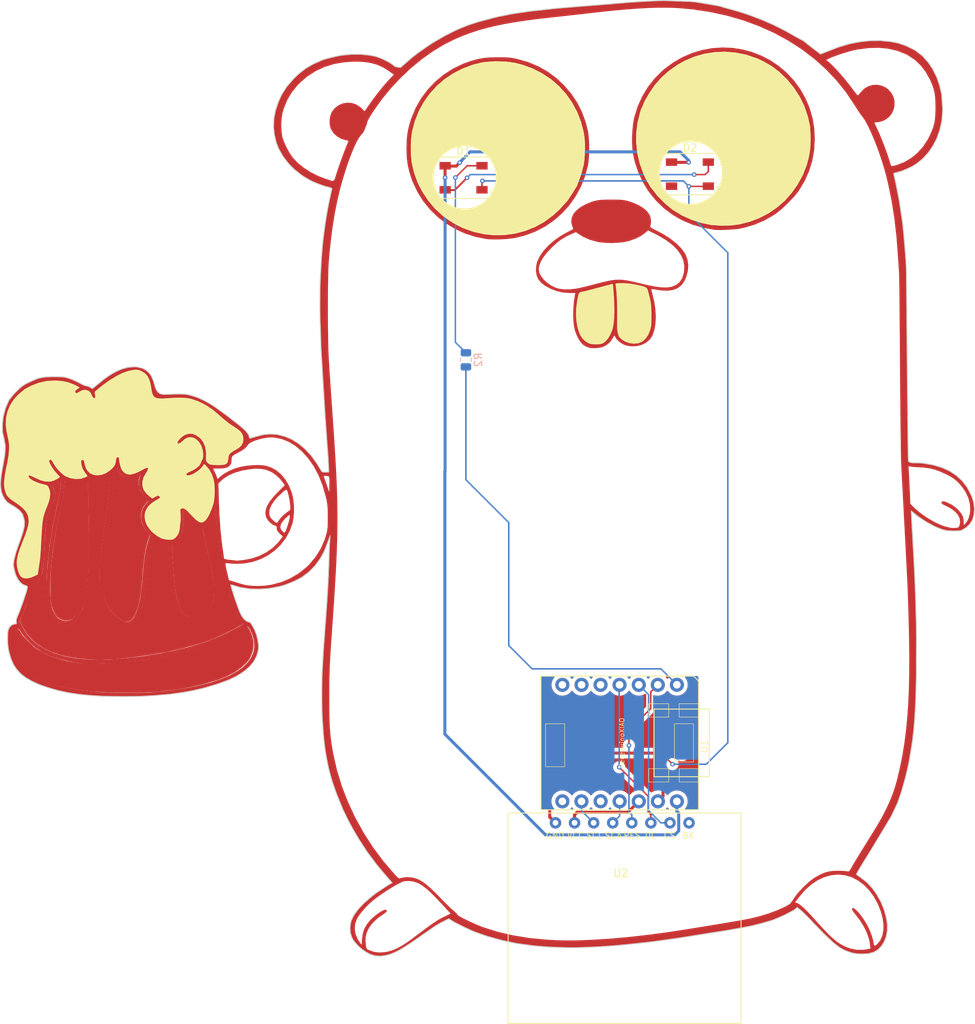
<source format=kicad_pcb>
(kicad_pcb (version 20171130) (host pcbnew "(5.1.2)-1")
  (layers (0 F.Cu signal) (31 B.Cu signal) (34 B.Paste user) (35 F.Paste user) (36 B.SilkS user) (37 F.SilkS user) (38 B.Mask user) (39 F.Mask user) (44 Edge.Cuts user))
  (net 0 "")
  (net 1 GND)
  (net 2 "Net-(D1-Pad2)")
  (net 3 "Net-(D1-Pad4)")
  (net 4 VCC)
  (net 5 /PA02)
  (net 6 /3v3)
  (net 7 /SDA)
  (net 8 /SCK)
  (net 9 /DC)
  (net 10 /CS)
  (net 11 /RES)
  (module "XIAO:Seeeduino XIAO-MOUDLE14P-2.54-21X17.8MM_PinSocket" (layer F.Cu) (at 103.97 126.67 270)
    (fp_text reference U1 (at 9.3345 -21.7805 90) (layer F.SilkS) (effects (font (size 0.889 0.889) (thickness 0.1016))))
    (fp_text value SeeeduinoXIAO (at 8.89 -10.795 90) (layer F.SilkS) (effects (font (size 0.6096 0.6096) (thickness 0.0762))))
    (pad 14 thru_hole circle (at 16.67 -18.11 270) (size 1.8796 1.8796) (drill 1.016) (layers *.Cu *.Mask) (net 4 VCC))
    (pad 13 thru_hole circle (at 16.67 -15.58 270) (size 1.8796 1.8796) (drill 1.016) (layers *.Cu *.Mask) (net 1 GND))
    (pad 12 thru_hole circle (at 16.67 -13.04 270) (size 1.8796 1.8796) (drill 1.016) (layers *.Cu *.Mask) (net 6 /3v3))
    (pad 11 thru_hole circle (at 16.66 -10.49 270) (size 1.8796 1.8796) (drill 1.016) (layers *.Cu *.Mask) (net 7 /SDA))
    (pad 10 thru_hole circle (at 16.66 -7.96 270) (size 1.8796 1.8796) (drill 1.016) (layers *.Cu *.Mask))
    (pad 9 thru_hole circle (at 16.67 -5.41 270) (size 1.8796 1.8796) (drill 1.016) (layers *.Cu *.Mask) (net 8 /SCK))
    (pad 8 thru_hole circle (at 16.67 -2.87 270) (size 1.8796 1.8796) (drill 1.016) (layers *.Cu *.Mask))
    (pad 7 thru_hole circle (at 1.17 -2.87 270) (size 1.8796 1.8796) (drill 1.016) (layers *.Cu *.Mask))
    (pad 6 thru_hole circle (at 1.17 -5.42 270) (size 1.8796 1.8796) (drill 1.016) (layers *.Cu *.Mask))
    (pad 5 thru_hole circle (at 1.17 -7.95 270) (size 1.8796 1.8796) (drill 1.016) (layers *.Cu *.Mask))
    (pad 4 thru_hole circle (at 1.17 -10.48 270) (size 1.8796 1.8796) (drill 1.016) (layers *.Cu *.Mask) (net 9 /DC))
    (pad 3 thru_hole circle (at 1.17 -13.04 270) (size 1.8796 1.8796) (drill 1.016) (layers *.Cu *.Mask) (net 10 /CS))
    (pad 2 thru_hole circle (at 1.17 -15.57 270) (size 1.8796 1.8796) (drill 1.016) (layers *.Cu *.Mask) (net 11 /RES))
    (pad 1 thru_hole circle (at 1.16 -18.11 270) (size 1.8796 1.8796) (drill 1.016) (layers *.Cu *.Mask) (net 5 /PA02))
    (pad 15 smd oval (at 7.7 -1.8) (size 2.032 1.016) (layers F.Cu F.Paste F.Mask) (net 4 VCC))
    (pad 16 smd oval (at 10.25 -1.8) (size 2.032 1.016) (layers F.Cu F.Paste F.Mask) (net 1 GND))
    (pad 17 smd circle (at 7.698803 -18.804187) (size 1.143 1.143) (layers F.Cu F.Paste F.Mask))
    (pad 18 smd circle (at 10.238803 -18.804187) (size 1.143 1.143) (layers F.Cu F.Paste F.Mask))
    (pad 19 smd circle (at 7.698803 -16.264187) (size 1.143 1.143) (layers F.Cu F.Paste F.Mask))
    (pad 20 smd circle (at 10.238803 -16.264187) (size 1.143 1.143) (layers F.Cu F.Paste F.Mask) (net 1 GND))
  )
  (module nanbuwks:gopher_beer (layer F.Cu) (at 97.02 100.3)
    (fp_text reference G*** hide)
    (fp_text value LOGO hide)
    (fp_line (start 53.92 -40.5) (end 54.21 -40.58) (layer Edge.Cuts) (width 0.12))
    (fp_line (start 54.61 -40.69) (end 54.21 -40.58) (layer Edge.Cuts) (width 0.12))
    (fp_line (start 55.03 -40.81) (end 54.61 -40.69) (layer Edge.Cuts) (width 0.12))
    (fp_line (start 55.47 -41) (end 55.03 -40.81) (layer Edge.Cuts) (width 0.12))
    (fp_line (start 56.32 -41.38) (end 55.47 -41) (layer Edge.Cuts) (width 0.12))
    (fp_line (start 56.99 -41.79) (end 56.32 -41.38) (layer Edge.Cuts) (width 0.12))
    (fp_line (start 57.81 -42.47) (end 56.99 -41.79) (layer Edge.Cuts) (width 0.12))
    (fp_line (start 58.5 -43.21) (end 57.81 -42.47) (layer Edge.Cuts) (width 0.12))
    (fp_line (start 59.16 -44.18) (end 58.5 -43.21) (layer Edge.Cuts) (width 0.12))
    (fp_line (start 59.65 -45.1) (end 59.16 -44.18) (layer Edge.Cuts) (width 0.12))
    (fp_line (start 60.08 -46.34) (end 59.65 -45.1) (layer Edge.Cuts) (width 0.12))
    (fp_line (start 60.34 -47.49) (end 60.08 -46.34) (layer Edge.Cuts) (width 0.12))
    (fp_line (start 60.45 -48.92) (end 60.34 -47.49) (layer Edge.Cuts) (width 0.12))
    (fp_line (start 60.31 -51.05) (end 60.45 -48.92) (layer Edge.Cuts) (width 0.12))
    (fp_line (start 60.06 -52.14) (end 60.31 -51.05) (layer Edge.Cuts) (width 0.12))
    (fp_line (start 59.69 -53.24) (end 60.06 -52.14) (layer Edge.Cuts) (width 0.12))
    (fp_line (start 59.13 -54.37) (end 59.69 -53.24) (layer Edge.Cuts) (width 0.12))
    (fp_line (start 58.5 -55.3) (end 59.13 -54.37) (layer Edge.Cuts) (width 0.12))
    (fp_line (start 57.79 -56.11) (end 58.5 -55.3) (layer Edge.Cuts) (width 0.12))
    (fp_line (start 56.73 -56.92) (end 57.79 -56.11) (layer Edge.Cuts) (width 0.12))
    (fp_line (start 55.58 -57.48) (end 56.73 -56.92) (layer Edge.Cuts) (width 0.12))
    (fp_line (start 54.51 -57.86) (end 55.58 -57.48) (layer Edge.Cuts) (width 0.12))
    (fp_line (start 53.41 -58.06) (end 54.51 -57.86) (layer Edge.Cuts) (width 0.12))
    (fp_line (start 52.13 -58.18) (end 53.41 -58.06) (layer Edge.Cuts) (width 0.12))
    (fp_line (start 50.67 -58.16) (end 52.13 -58.18) (layer Edge.Cuts) (width 0.12))
    (fp_line (start 49.34 -58.01) (end 50.67 -58.16) (layer Edge.Cuts) (width 0.12))
    (fp_line (start 47.99 -57.74) (end 49.34 -58.01) (layer Edge.Cuts) (width 0.12))
    (fp_line (start 46.58 -57.32) (end 47.99 -57.74) (layer Edge.Cuts) (width 0.12))
    (fp_line (start 46.07 -57.13) (end 46.58 -57.32) (layer Edge.Cuts) (width 0.12))
    (fp_line (start 44.7 -56.59) (end 46.07 -57.13) (layer Edge.Cuts) (width 0.12))
    (fp_line (start 44.19 -56.39) (end 44.7 -56.59) (layer Edge.Cuts) (width 0.12))
    (fp_line (start 44.14 -56.42) (end 44.19 -56.39) (layer Edge.Cuts) (width 0.12))
    (fp_line (start 43.26 -57.08) (end 44.14 -56.42) (layer Edge.Cuts) (width 0.12))
    (fp_line (start 41.87 -58.18) (end 43.26 -57.08) (layer Edge.Cuts) (width 0.12))
    (fp_line (start 41.02 -58.62) (end 41.87 -58.18) (layer Edge.Cuts) (width 0.12))
    (fp_line (start 39.68 -59.38) (end 41.02 -58.62) (layer Edge.Cuts) (width 0.12))
    (fp_line (start 38.65 -59.92) (end 39.68 -59.38) (layer Edge.Cuts) (width 0.12))
    (fp_line (start 37.8 -60.33) (end 38.65 -59.92) (layer Edge.Cuts) (width 0.12))
    (fp_line (start 36.71 -60.81) (end 37.8 -60.33) (layer Edge.Cuts) (width 0.12))
    (fp_line (start 36.11 -61.06) (end 36.71 -60.81) (layer Edge.Cuts) (width 0.12))
    (fp_line (start 34.58 -61.63) (end 36.11 -61.06) (layer Edge.Cuts) (width 0.12))
    (fp_line (start 33.36 -62.03) (end 34.58 -61.63) (layer Edge.Cuts) (width 0.12))
    (fp_line (start 32.6 -62.25) (end 33.36 -62.03) (layer Edge.Cuts) (width 0.12))
    (fp_line (start 31.32 -62.59) (end 32.6 -62.25) (layer Edge.Cuts) (width 0.12))
    (fp_line (start 30.78 -62.77) (end 31.32 -62.59) (layer Edge.Cuts) (width 0.12))
    (fp_line (start 29.33 -63.03) (end 30.78 -62.77) (layer Edge.Cuts) (width 0.12))
    (fp_line (start 27.5 -63.33) (end 29.33 -63.03) (layer Edge.Cuts) (width 0.12))
    (fp_line (start 26.89 -63.38) (end 27.5 -63.33) (layer Edge.Cuts) (width 0.12))
    (fp_line (start 24.91 -63.45) (end 26.89 -63.38) (layer Edge.Cuts) (width 0.12))
    (fp_line (start 23.42 -63.51) (end 24.91 -63.45) (layer Edge.Cuts) (width 0.12))
    (fp_line (start 22.3 -63.48) (end 23.42 -63.51) (layer Edge.Cuts) (width 0.12))
    (fp_line (start 19.06 -63.3) (end 22.3 -63.48) (layer Edge.Cuts) (width 0.12))
    (fp_line (start 16.27 -63.06) (end 19.06 -63.3) (layer Edge.Cuts) (width 0.12))
    (fp_line (start 12.11 -62.73) (end 16.27 -63.06) (layer Edge.Cuts) (width 0.12))
    (fp_line (start 9.06 -62.48) (end 12.11 -62.73) (layer Edge.Cuts) (width 0.12))
    (fp_line (start 5.6 -62.1) (end 9.06 -62.48) (layer Edge.Cuts) (width 0.12))
    (fp_line (start 3.12 -61.74) (end 5.6 -62.1) (layer Edge.Cuts) (width 0.12))
    (fp_line (start 0.97 -61.3) (end 3.12 -61.74) (layer Edge.Cuts) (width 0.12))
    (fp_line (start -1.29 -60.7) (end 0.97 -61.3) (layer Edge.Cuts) (width 0.12))
    (fp_line (start -2.78 -60.23) (end -1.29 -60.7) (layer Edge.Cuts) (width 0.12))
    (fp_line (start -4.4 -59.55) (end -2.78 -60.23) (layer Edge.Cuts) (width 0.12))
    (fp_line (start -5.93 -58.77) (end -4.4 -59.55) (layer Edge.Cuts) (width 0.12))
    (fp_line (start -7.4 -57.92) (end -5.93 -58.77) (layer Edge.Cuts) (width 0.12))
    (fp_line (start -8.15 -57.42) (end -7.4 -57.92) (layer Edge.Cuts) (width 0.12))
    (fp_line (start -9.43 -56.52) (end -8.15 -57.42) (layer Edge.Cuts) (width 0.12))
    (fp_line (start -10.2 -55.93) (end -9.43 -56.52) (layer Edge.Cuts) (width 0.12))
    (fp_line (start -10.53 -55.63) (end -10.2 -55.93) (layer Edge.Cuts) (width 0.12))
    (fp_line (start -11.71 -54.61) (end -10.53 -55.63) (layer Edge.Cuts) (width 0.12))
    (fp_line (start -12.01 -54.63) (end -11.71 -54.61) (layer Edge.Cuts) (width 0.12))
    (fp_line (start -12.44 -54.73) (end -12.01 -54.63) (layer Edge.Cuts) (width 0.12))
    (fp_line (start -12.73 -54.95) (end -12.44 -54.73) (layer Edge.Cuts) (width 0.12))
    (fp_line (start -13.11 -55.22) (end -12.73 -54.95) (layer Edge.Cuts) (width 0.12))
    (fp_line (start -13.69 -55.54) (end -13.11 -55.22) (layer Edge.Cuts) (width 0.12))
    (fp_line (start -14.38 -55.85) (end -13.69 -55.54) (layer Edge.Cuts) (width 0.12))
    (fp_line (start -15.05 -56.09) (end -14.38 -55.85) (layer Edge.Cuts) (width 0.12))
    (fp_line (start -15.91 -56.25) (end -15.05 -56.09) (layer Edge.Cuts) (width 0.12))
    (fp_line (start -17.06 -56.36) (end -15.91 -56.25) (layer Edge.Cuts) (width 0.12))
    (fp_line (start -18.29 -56.35) (end -17.06 -56.36) (layer Edge.Cuts) (width 0.12))
    (fp_line (start -19.53 -56.24) (end -18.29 -56.35) (layer Edge.Cuts) (width 0.12))
    (fp_line (start -20.31 -56.09) (end -19.53 -56.24) (layer Edge.Cuts) (width 0.12))
    (fp_line (start -21.68 -55.75) (end -20.31 -56.09) (layer Edge.Cuts) (width 0.12))
    (fp_line (start -22.13 -55.6) (end -21.68 -55.75) (layer Edge.Cuts) (width 0.12))
    (fp_line (start -23.33 -55.07) (end -22.13 -55.6) (layer Edge.Cuts) (width 0.12))
    (fp_line (start -24.38 -54.46) (end -23.33 -55.07) (layer Edge.Cuts) (width 0.12))
    (fp_line (start -25.34 -53.7) (end -24.38 -54.46) (layer Edge.Cuts) (width 0.12))
    (fp_line (start -26.01 -53.05) (end -25.34 -53.7) (layer Edge.Cuts) (width 0.12))
    (fp_line (start -26.9 -52.01) (end -26.01 -53.05) (layer Edge.Cuts) (width 0.12))
    (fp_line (start -27.57 -50.96) (end -26.9 -52.01) (layer Edge.Cuts) (width 0.12))
    (fp_line (start -28 -49.99) (end -27.57 -50.96) (layer Edge.Cuts) (width 0.12))
    (fp_line (start -28.37 -48.89) (end -28 -49.99) (layer Edge.Cuts) (width 0.12))
    (fp_line (start -28.48 -48.36) (end -28.37 -48.89) (layer Edge.Cuts) (width 0.12))
    (fp_line (start -28.58 -47.83) (end -28.48 -48.36) (layer Edge.Cuts) (width 0.12))
    (fp_line (start -28.64 -46.69) (end -28.58 -47.83) (layer Edge.Cuts) (width 0.12))
    (fp_line (start -28.51 -45.59) (end -28.64 -46.69) (layer Edge.Cuts) (width 0.12))
    (fp_line (start -28.25 -44.53) (end -28.51 -45.59) (layer Edge.Cuts) (width 0.12))
    (fp_line (start -27.96 -43.8) (end -28.25 -44.53) (layer Edge.Cuts) (width 0.12))
    (fp_line (start -27.38 -42.77) (end -27.96 -43.8) (layer Edge.Cuts) (width 0.12))
    (fp_line (start -26.65 -41.82) (end -27.38 -42.77) (layer Edge.Cuts) (width 0.12))
    (fp_line (start -25.87 -41.03) (end -26.65 -41.82) (layer Edge.Cuts) (width 0.12))
    (fp_line (start -24.77 -40.16) (end -25.87 -41.03) (layer Edge.Cuts) (width 0.12))
    (fp_line (start -23.74 -39.56) (end -24.77 -40.16) (layer Edge.Cuts) (width 0.12))
    (fp_line (start -23.28 -39.34) (end -23.74 -39.56) (layer Edge.Cuts) (width 0.12))
    (fp_line (start -22.42 -38.99) (end -23.28 -39.34) (layer Edge.Cuts) (width 0.12))
    (fp_line (start -21.76 -38.77) (end -22.42 -38.99) (layer Edge.Cuts) (width 0.12))
    (fp_line (start -21.11 -38.61) (end -21.76 -38.77) (layer Edge.Cuts) (width 0.12))
    (fp_line (start -20.9 -38.51) (end -21.11 -38.61) (layer Edge.Cuts) (width 0.12))
    (fp_line (start -20.85 -38.43) (end -20.9 -38.51) (layer Edge.Cuts) (width 0.12))
    (fp_line (start -20.89 -38.36) (end -20.85 -38.43) (layer Edge.Cuts) (width 0.12))
    (fp_line (start -21.08 -37.52) (end -20.89 -38.36) (layer Edge.Cuts) (width 0.12))
    (fp_line (start -21.39 -36.03) (end -21.08 -37.52) (layer Edge.Cuts) (width 0.12))
    (fp_line (start -21.59 -34.9) (end -21.39 -36.03) (layer Edge.Cuts) (width 0.12))
    (fp_line (start -21.73 -34.03) (end -21.59 -34.9) (layer Edge.Cuts) (width 0.12))
    (fp_line (start -21.94 -32.5) (end -21.73 -34.03) (layer Edge.Cuts) (width 0.12))
    (fp_line (start -22.08 -31.36) (end -21.94 -32.5) (layer Edge.Cuts) (width 0.12))
    (fp_line (start -22.14 -30.7) (end -22.08 -31.36) (layer Edge.Cuts) (width 0.12))
    (fp_line (start -22.25 -29.39) (end -22.14 -30.7) (layer Edge.Cuts) (width 0.12))
    (fp_line (start -22.32 -28.13) (end -22.25 -29.39) (layer Edge.Cuts) (width 0.12))
    (fp_line (start -22.41 -26.59) (end -22.32 -28.13) (layer Edge.Cuts) (width 0.12))
    (fp_line (start -22.46 -25.22) (end -22.41 -26.59) (layer Edge.Cuts) (width 0.12))
    (fp_line (start -22.46 -24.21) (end -22.46 -25.22) (layer Edge.Cuts) (width 0.12))
    (fp_line (start -22.47 -22.51) (end -22.46 -24.21) (layer Edge.Cuts) (width 0.12))
    (fp_line (start -22.45 -21.11) (end -22.47 -22.51) (layer Edge.Cuts) (width 0.12))
    (fp_line (start -22.38 -19.57) (end -22.45 -21.11) (layer Edge.Cuts) (width 0.12))
    (fp_line (start -22.34 -17.65) (end -22.38 -19.57) (layer Edge.Cuts) (width 0.12))
    (fp_line (start -22.15 -14.49) (end -22.34 -17.65) (layer Edge.Cuts) (width 0.12))
    (fp_line (start -21.95 -11.24) (end -22.15 -14.49) (layer Edge.Cuts) (width 0.12))
    (fp_line (start -21.8 -8.7) (end -21.95 -11.24) (layer Edge.Cuts) (width 0.12))
    (fp_line (start -21.67 -6.78) (end -21.8 -8.7) (layer Edge.Cuts) (width 0.12))
    (fp_line (start -21.51 -4.51) (end -21.67 -6.78) (layer Edge.Cuts) (width 0.12))
    (fp_line (start -21.42 -3.43) (end -21.51 -4.51) (layer Edge.Cuts) (width 0.12))
    (fp_line (start -21.31 -1.64) (end -21.42 -3.43) (layer Edge.Cuts) (width 0.12))
    (fp_line (start -21.28 -0.78) (end -21.31 -1.64) (layer Edge.Cuts) (width 0.12))
    (fp_line (start -21.53 -0.77) (end -21.28 -0.78) (layer Edge.Cuts) (width 0.12))
    (fp_line (start -21.99 -0.78) (end -21.53 -0.77) (layer Edge.Cuts) (width 0.12))
    (fp_line (start -22.1 -0.81) (end -21.99 -0.78) (layer Edge.Cuts) (width 0.12))
    (fp_line (start -22.2 -0.86) (end -22.1 -0.81) (layer Edge.Cuts) (width 0.12))
    (fp_line (start -22.28 -0.99) (end -22.2 -0.86) (layer Edge.Cuts) (width 0.12))
    (fp_line (start -22.57 -1.46) (end -22.28 -0.99) (layer Edge.Cuts) (width 0.12))
    (fp_line (start -22.75 -1.77) (end -22.57 -1.46) (layer Edge.Cuts) (width 0.12))
    (fp_line (start -23.23 -2.45) (end -22.75 -1.77) (layer Edge.Cuts) (width 0.12))
    (fp_line (start -23.56 -2.92) (end -23.23 -2.45) (layer Edge.Cuts) (width 0.12))
    (fp_line (start -24.43 -3.84) (end -23.56 -2.92) (layer Edge.Cuts) (width 0.12))
    (fp_line (start -25.24 -4.53) (end -24.43 -3.84) (layer Edge.Cuts) (width 0.12))
    (fp_line (start -26.12 -5.1) (end -25.24 -4.53) (layer Edge.Cuts) (width 0.12))
    (fp_line (start -27.09 -5.51) (end -26.12 -5.1) (layer Edge.Cuts) (width 0.12))
    (fp_line (start -28.14 -5.78) (end -27.09 -5.51) (layer Edge.Cuts) (width 0.12))
    (fp_line (start -29.13 -5.84) (end -28.14 -5.78) (layer Edge.Cuts) (width 0.12))
    (fp_line (start -30.07 -5.74) (end -29.13 -5.84) (layer Edge.Cuts) (width 0.12))
    (fp_line (start -31.27 -5.42) (end -30.07 -5.74) (layer Edge.Cuts) (width 0.12))
    (fp_line (start -31.8 -5.27) (end -31.27 -5.42) (layer Edge.Cuts) (width 0.12))
    (fp_line (start -31.9 -5.67) (end -31.8 -5.27) (layer Edge.Cuts) (width 0.12))
    (fp_line (start -32.05 -5.91) (end -31.9 -5.67) (layer Edge.Cuts) (width 0.12))
    (fp_line (start -32.36 -6.29) (end -32.05 -5.91) (layer Edge.Cuts) (width 0.12))
    (fp_line (start -32.76 -6.66) (end -32.36 -6.29) (layer Edge.Cuts) (width 0.12))
    (fp_line (start -33.25 -7.07) (end -32.76 -6.66) (layer Edge.Cuts) (width 0.12))
    (fp_line (start -34.01 -7.65) (end -33.25 -7.07) (layer Edge.Cuts) (width 0.12))
    (fp_line (start -34.71 -8.21) (end -34.01 -7.65) (layer Edge.Cuts) (width 0.12))
    (fp_line (start -35.85 -9.03) (end -34.71 -8.21) (layer Edge.Cuts) (width 0.12))
    (fp_line (start -36.28 -9.35) (end -35.85 -9.03) (layer Edge.Cuts) (width 0.12))
    (fp_line (start -37.02 -9.83) (end -36.28 -9.35) (layer Edge.Cuts) (width 0.12))
    (fp_line (start -37.58 -10.15) (end -37.02 -9.83) (layer Edge.Cuts) (width 0.12))
    (fp_line (start -38.19 -10.46) (end -37.58 -10.15) (layer Edge.Cuts) (width 0.12))
    (fp_line (start -38.78 -10.72) (end -38.19 -10.46) (layer Edge.Cuts) (width 0.12))
    (fp_line (start -39.36 -10.91) (end -38.78 -10.72) (layer Edge.Cuts) (width 0.12))
    (fp_line (start -40.05 -11.09) (end -39.36 -10.91) (layer Edge.Cuts) (width 0.12))
    (fp_line (start -40.4 -11.14) (end -40.05 -11.09) (layer Edge.Cuts) (width 0.12))
    (fp_line (start -40.98 -11.17) (end -40.4 -11.14) (layer Edge.Cuts) (width 0.12))
    (fp_line (start -41.69 -11.16) (end -40.98 -11.17) (layer Edge.Cuts) (width 0.12))
    (fp_line (start -42.53 -11.13) (end -41.69 -11.16) (layer Edge.Cuts) (width 0.12))
    (fp_line (start -43.18 -11.11) (end -42.53 -11.13) (layer Edge.Cuts) (width 0.12))
    (fp_line (start -43.58 -11.15) (end -43.18 -11.11) (layer Edge.Cuts) (width 0.12))
    (fp_line (start -43.77 -11.24) (end -43.58 -11.15) (layer Edge.Cuts) (width 0.12))
    (fp_line (start -44.02 -11.42) (end -43.77 -11.24) (layer Edge.Cuts) (width 0.12))
    (fp_line (start -44.18 -11.66) (end -44.02 -11.42) (layer Edge.Cuts) (width 0.12))
    (fp_line (start -44.37 -12.11) (end -44.18 -11.66) (layer Edge.Cuts) (width 0.12))
    (fp_line (start -44.56 -12.79) (end -44.37 -12.11) (layer Edge.Cuts) (width 0.12))
    (fp_line (start -44.84 -13.49) (end -44.56 -12.79) (layer Edge.Cuts) (width 0.12))
    (fp_line (start -45.16 -13.95) (end -44.84 -13.49) (layer Edge.Cuts) (width 0.12))
    (fp_line (start -45.58 -14.33) (end -45.16 -13.95) (layer Edge.Cuts) (width 0.12))
    (fp_line (start -46.07 -14.6) (end -45.58 -14.33) (layer Edge.Cuts) (width 0.12))
    (fp_line (start -46.89 -14.79) (end -46.07 -14.6) (layer Edge.Cuts) (width 0.12))
    (fp_line (start -47.36 -14.77) (end -46.89 -14.79) (layer Edge.Cuts) (width 0.12))
    (fp_line (start -48 -14.72) (end -47.36 -14.77) (layer Edge.Cuts) (width 0.12))
    (fp_line (start -48.79 -14.5) (end -48 -14.72) (layer Edge.Cuts) (width 0.12))
    (fp_line (start -49.49 -14.2) (end -48.79 -14.5) (layer Edge.Cuts) (width 0.12))
    (fp_line (start -50.12 -13.86) (end -49.49 -14.2) (layer Edge.Cuts) (width 0.12))
    (fp_line (start -50.53 -13.6) (end -50.12 -13.86) (layer Edge.Cuts) (width 0.12))
    (fp_line (start -51.13 -13.18) (end -50.53 -13.6) (layer Edge.Cuts) (width 0.12))
    (fp_line (start -51.7 -12.72) (end -51.13 -13.18) (layer Edge.Cuts) (width 0.12))
    (fp_line (start -52.53 -12.05) (end -51.7 -12.72) (layer Edge.Cuts) (width 0.12))
    (fp_line (start -52.73 -11.89) (end -52.53 -12.05) (layer Edge.Cuts) (width 0.12))
    (fp_line (start -53.06 -12.09) (end -52.73 -11.89) (layer Edge.Cuts) (width 0.12))
    (fp_line (start -53.18 -12.14) (end -53.06 -12.09) (layer Edge.Cuts) (width 0.12))
    (fp_line (start -53.39 -12.22) (end -53.18 -12.14) (layer Edge.Cuts) (width 0.12))
    (fp_line (start -53.73 -12.29) (end -53.39 -12.22) (layer Edge.Cuts) (width 0.12))
    (fp_line (start -53.97 -12.39) (end -53.73 -12.29) (layer Edge.Cuts) (width 0.12))
    (fp_line (start -54.36 -12.58) (end -53.97 -12.39) (layer Edge.Cuts) (width 0.12))
    (fp_line (start -54.79 -12.82) (end -54.36 -12.58) (layer Edge.Cuts) (width 0.12))
    (fp_line (start -55.2 -13) (end -54.79 -12.82) (layer Edge.Cuts) (width 0.12))
    (fp_line (start -55.85 -13.27) (end -55.2 -13) (layer Edge.Cuts) (width 0.12))
    (fp_line (start -56.55 -13.43) (end -55.85 -13.27) (layer Edge.Cuts) (width 0.12))
    (fp_line (start -57.25 -13.46) (end -56.55 -13.43) (layer Edge.Cuts) (width 0.12))
    (fp_line (start -58.11 -13.47) (end -57.25 -13.46) (layer Edge.Cuts) (width 0.12))
    (fp_line (start -59.02 -13.43) (end -58.11 -13.47) (layer Edge.Cuts) (width 0.12))
    (fp_line (start -59.53 -13.34) (end -59.02 -13.43) (layer Edge.Cuts) (width 0.12))
    (fp_line (start -60.01 -13.24) (end -59.53 -13.34) (layer Edge.Cuts) (width 0.12))
    (fp_line (start -60.42 -13.06) (end -60.01 -13.24) (layer Edge.Cuts) (width 0.12))
    (fp_line (start -61.29 -12.66) (end -60.42 -13.06) (layer Edge.Cuts) (width 0.12))
    (fp_line (start -61.57 -12.54) (end -61.29 -12.66) (layer Edge.Cuts) (width 0.12))
    (fp_line (start -62.05 -12.23) (end -61.57 -12.54) (layer Edge.Cuts) (width 0.12))
    (fp_line (start -62.29 -12.05) (end -62.05 -12.23) (layer Edge.Cuts) (width 0.12))
    (fp_line (start -63.19 -11.17) (end -62.29 -12.05) (layer Edge.Cuts) (width 0.12))
    (fp_line (start -63.83 -10.37) (end -63.19 -11.17) (layer Edge.Cuts) (width 0.12))
    (fp_line (start -63.97 -10.07) (end -63.83 -10.37) (layer Edge.Cuts) (width 0.12))
    (fp_line (start -64.33 -9.22) (end -63.97 -10.07) (layer Edge.Cuts) (width 0.12))
    (fp_line (start -64.6 -8.18) (end -64.33 -9.22) (layer Edge.Cuts) (width 0.12))
    (fp_line (start -64.66 -7.76) (end -64.6 -8.18) (layer Edge.Cuts) (width 0.12))
    (fp_line (start -64.72 -7.19) (end -64.66 -7.76) (layer Edge.Cuts) (width 0.12))
    (fp_line (start -64.71 -6.07) (end -64.72 -7.19) (layer Edge.Cuts) (width 0.12))
    (fp_line (start -64.54 -5.38) (end -64.71 -6.07) (layer Edge.Cuts) (width 0.12))
    (fp_line (start -64.46 -4.94) (end -64.54 -5.38) (layer Edge.Cuts) (width 0.12))
    (fp_line (start -64.34 -4.29) (end -64.46 -4.94) (layer Edge.Cuts) (width 0.12))
    (fp_line (start -64.35 -3.72) (end -64.34 -4.29) (layer Edge.Cuts) (width 0.12))
    (fp_line (start -64.42 -2.98) (end -64.35 -3.72) (layer Edge.Cuts) (width 0.12))
    (fp_line (start -64.63 -1.77) (end -64.42 -2.98) (layer Edge.Cuts) (width 0.12))
    (fp_line (start -64.79 -0.89) (end -64.63 -1.77) (layer Edge.Cuts) (width 0.12))
    (fp_line (start -64.92 -0.02) (end -64.79 -0.89) (layer Edge.Cuts) (width 0.12))
    (fp_line (start -64.97 0.74) (end -64.92 -0.02) (layer Edge.Cuts) (width 0.12))
    (fp_line (start -64.94 1.38) (end -64.97 0.74) (layer Edge.Cuts) (width 0.12))
    (fp_line (start -64.84 1.93) (end -64.94 1.38) (layer Edge.Cuts) (width 0.12))
    (fp_line (start -64.65 2.4) (end -64.84 1.93) (layer Edge.Cuts) (width 0.12))
    (fp_line (start -64.4 2.86) (end -64.65 2.4) (layer Edge.Cuts) (width 0.12))
    (fp_line (start -64.2 3.1) (end -64.4 2.86) (layer Edge.Cuts) (width 0.12))
    (fp_line (start -64 3.31) (end -64.2 3.1) (layer Edge.Cuts) (width 0.12))
    (fp_line (start -63.67 3.51) (end -64 3.31) (layer Edge.Cuts) (width 0.12))
    (fp_line (start -62.96 3.94) (end -63.67 3.51) (layer Edge.Cuts) (width 0.12))
    (fp_line (start -62.41 4.37) (end -62.96 3.94) (layer Edge.Cuts) (width 0.12))
    (fp_line (start -62.03 4.86) (end -62.41 4.37) (layer Edge.Cuts) (width 0.12))
    (fp_line (start -61.78 5.77) (end -62.03 4.86) (layer Edge.Cuts) (width 0.12))
    (fp_line (start -61.81 6.44) (end -61.78 5.77) (layer Edge.Cuts) (width 0.12))
    (fp_line (start -61.98 7.18) (end -61.81 6.44) (layer Edge.Cuts) (width 0.12))
    (fp_line (start -62.28 8.12) (end -61.98 7.18) (layer Edge.Cuts) (width 0.12))
    (fp_line (start -62.69 9.21) (end -62.28 8.12) (layer Edge.Cuts) (width 0.12))
    (fp_line (start -62.89 9.8) (end -62.69 9.21) (layer Edge.Cuts) (width 0.12))
    (fp_line (start -63.09 10.57) (end -62.89 9.8) (layer Edge.Cuts) (width 0.12))
    (fp_line (start -63.2 11.02) (end -63.09 10.57) (layer Edge.Cuts) (width 0.12))
    (fp_line (start -63.26 11.58) (end -63.2 11.02) (layer Edge.Cuts) (width 0.12))
    (fp_line (start -63.19 12.02) (end -63.26 11.58) (layer Edge.Cuts) (width 0.12))
    (fp_line (start -63.15 12.19) (end -63.19 12.02) (layer Edge.Cuts) (width 0.12))
    (fp_line (start -62.95 12.93) (end -63.15 12.19) (layer Edge.Cuts) (width 0.12))
    (fp_line (start -62.64 13.52) (end -62.95 12.93) (layer Edge.Cuts) (width 0.12))
    (fp_line (start -62.34 13.92) (end -62.64 13.52) (layer Edge.Cuts) (width 0.12))
    (fp_line (start -61.98 14.21) (end -62.34 13.92) (layer Edge.Cuts) (width 0.12))
    (fp_line (start -61.46 14.41) (end -61.98 14.21) (layer Edge.Cuts) (width 0.12))
    (fp_line (start -61.38 14.53) (end -61.46 14.41) (layer Edge.Cuts) (width 0.12))
    (fp_line (start -61.53 15.16) (end -61.38 14.53) (layer Edge.Cuts) (width 0.12))
    (fp_line (start -61.74 15.77) (end -61.53 15.16) (layer Edge.Cuts) (width 0.12))
    (fp_line (start -62.14 16.93) (end -61.74 15.77) (layer Edge.Cuts) (width 0.12))
    (fp_line (start -62.54 18.01) (end -62.14 16.93) (layer Edge.Cuts) (width 0.12))
    (fp_line (start -62.76 18.54) (end -62.54 18.01) (layer Edge.Cuts) (width 0.12))
    (fp_line (start -62.89 18.92) (end -62.76 18.54) (layer Edge.Cuts) (width 0.12))
    (fp_line (start -62.87 19.15) (end -62.89 18.92) (layer Edge.Cuts) (width 0.12))
    (fp_line (start -62.84 19.35) (end -62.87 19.15) (layer Edge.Cuts) (width 0.12))
    (fp_line (start -62.91 19.4) (end -62.84 19.35) (layer Edge.Cuts) (width 0.12))
    (fp_line (start -63.09 19.43) (end -62.91 19.4) (layer Edge.Cuts) (width 0.12))
    (fp_line (start -63.43 19.54) (end -63.09 19.43) (layer Edge.Cuts) (width 0.12))
    (fp_line (start -63.74 19.82) (end -63.43 19.54) (layer Edge.Cuts) (width 0.12))
    (fp_line (start -63.93 20.19) (end -63.74 19.82) (layer Edge.Cuts) (width 0.12))
    (fp_line (start -64.01 20.61) (end -63.93 20.19) (layer Edge.Cuts) (width 0.12))
    (fp_line (start -64.03 21.25) (end -64.01 20.61) (layer Edge.Cuts) (width 0.12))
    (fp_line (start -64.03 21.94) (end -64.03 21.25) (layer Edge.Cuts) (width 0.12))
    (fp_line (start -63.96 22.58) (end -64.03 21.94) (layer Edge.Cuts) (width 0.12))
    (fp_line (start -63.86 23.12) (end -63.96 22.58) (layer Edge.Cuts) (width 0.12))
    (fp_line (start -63.6 24.04) (end -63.86 23.12) (layer Edge.Cuts) (width 0.12))
    (fp_line (start -63.28 24.78) (end -63.6 24.04) (layer Edge.Cuts) (width 0.12))
    (fp_line (start -62.84 25.46) (end -63.28 24.78) (layer Edge.Cuts) (width 0.12))
    (fp_line (start -62.27 26.08) (end -62.84 25.46) (layer Edge.Cuts) (width 0.12))
    (fp_line (start -61.61 26.61) (end -62.27 26.08) (layer Edge.Cuts) (width 0.12))
    (fp_line (start -60.76 27.08) (end -61.61 26.61) (layer Edge.Cuts) (width 0.12))
    (fp_line (start -59.77 27.54) (end -60.76 27.08) (layer Edge.Cuts) (width 0.12))
    (fp_line (start -58.53 27.96) (end -59.77 27.54) (layer Edge.Cuts) (width 0.12))
    (fp_line (start -57.38 28.29) (end -58.53 27.96) (layer Edge.Cuts) (width 0.12))
    (fp_line (start -56.09 28.58) (end -57.38 28.29) (layer Edge.Cuts) (width 0.12))
    (fp_line (start -54.35 28.85) (end -56.09 28.58) (layer Edge.Cuts) (width 0.12))
    (fp_line (start -52.39 29.01) (end -54.35 28.85) (layer Edge.Cuts) (width 0.12))
    (fp_line (start -51.16 29.08) (end -52.39 29.01) (layer Edge.Cuts) (width 0.12))
    (fp_line (start -48.58 29.1) (end -51.16 29.08) (layer Edge.Cuts) (width 0.12))
    (fp_line (start -46.43 29.09) (end -48.58 29.1) (layer Edge.Cuts) (width 0.12))
    (fp_line (start -44.52 28.98) (end -46.43 29.09) (layer Edge.Cuts) (width 0.12))
    (fp_line (start -42.47 28.81) (end -44.52 28.98) (layer Edge.Cuts) (width 0.12))
    (fp_line (start -40.86 28.59) (end -42.47 28.81) (layer Edge.Cuts) (width 0.12))
    (fp_line (start -39.45 28.34) (end -40.86 28.59) (layer Edge.Cuts) (width 0.12))
    (fp_line (start -37.93 27.99) (end -39.45 28.34) (layer Edge.Cuts) (width 0.12))
    (fp_line (start -36.01 27.42) (end -37.93 27.99) (layer Edge.Cuts) (width 0.12))
    (fp_line (start -34.59 26.9) (end -36.01 27.42) (layer Edge.Cuts) (width 0.12))
    (fp_line (start -33.51 26.38) (end -34.59 26.9) (layer Edge.Cuts) (width 0.12))
    (fp_line (start -32.56 25.77) (end -33.51 26.38) (layer Edge.Cuts) (width 0.12))
    (fp_line (start -31.86 25.18) (end -32.56 25.77) (layer Edge.Cuts) (width 0.12))
    (fp_line (start -31.26 24.47) (end -31.86 25.18) (layer Edge.Cuts) (width 0.12))
    (fp_line (start -30.88 23.74) (end -31.26 24.47) (layer Edge.Cuts) (width 0.12))
    (fp_line (start -30.66 23.14) (end -30.88 23.74) (layer Edge.Cuts) (width 0.12))
    (fp_line (start -30.59 22.41) (end -30.66 23.14) (layer Edge.Cuts) (width 0.12))
    (fp_line (start -30.69 21.67) (end -30.59 22.41) (layer Edge.Cuts) (width 0.12))
    (fp_line (start -30.87 20.89) (end -30.69 21.67) (layer Edge.Cuts) (width 0.12))
    (fp_line (start -31.12 20.22) (end -30.87 20.89) (layer Edge.Cuts) (width 0.12))
    (fp_line (start -31.33 19.84) (end -31.12 20.22) (layer Edge.Cuts) (width 0.12))
    (fp_line (start -31.58 19.4) (end -31.33 19.84) (layer Edge.Cuts) (width 0.12))
    (fp_line (start -31.8 19.19) (end -31.58 19.4) (layer Edge.Cuts) (width 0.12))
    (fp_line (start -31.99 19.14) (end -31.8 19.19) (layer Edge.Cuts) (width 0.12))
    (fp_line (start -32.27 19.01) (end -31.99 19.14) (layer Edge.Cuts) (width 0.12))
    (fp_line (start -32.56 18.76) (end -32.27 19.01) (layer Edge.Cuts) (width 0.12))
    (fp_line (start -32.79 18.46) (end -32.56 18.76) (layer Edge.Cuts) (width 0.12))
    (fp_line (start -33.03 18.01) (end -32.79 18.46) (layer Edge.Cuts) (width 0.12))
    (fp_line (start -33.24 17.5) (end -33.03 18.01) (layer Edge.Cuts) (width 0.12))
    (fp_line (start -33.47 16.86) (end -33.24 17.5) (layer Edge.Cuts) (width 0.12))
    (fp_line (start -33.74 16.11) (end -33.47 16.86) (layer Edge.Cuts) (width 0.12))
    (fp_line (start -34.05 15.14) (end -33.74 16.11) (layer Edge.Cuts) (width 0.12))
    (fp_line (start -34.15 14.82) (end -34.05 15.14) (layer Edge.Cuts) (width 0.12))
    (fp_line (start -34.31 14.25) (end -34.15 14.82) (layer Edge.Cuts) (width 0.12))
    (fp_line (start -34.06 14.3) (end -34.31 14.25) (layer Edge.Cuts) (width 0.12))
    (fp_line (start -33.51 14.46) (end -34.06 14.3) (layer Edge.Cuts) (width 0.12))
    (fp_line (start -33 14.6) (end -33.51 14.46) (layer Edge.Cuts) (width 0.12))
    (fp_line (start -31.67 14.8) (end -33 14.6) (layer Edge.Cuts) (width 0.12))
    (fp_line (start -30.45 14.82) (end -31.67 14.8) (layer Edge.Cuts) (width 0.12))
    (fp_line (start -29.11 14.71) (end -30.45 14.82) (layer Edge.Cuts) (width 0.12))
    (fp_line (start -27.75 14.45) (end -29.11 14.71) (layer Edge.Cuts) (width 0.12))
    (fp_line (start -27.11 14.27) (end -27.75 14.45) (layer Edge.Cuts) (width 0.12))
    (fp_line (start -25.89 13.78) (end -27.11 14.27) (layer Edge.Cuts) (width 0.12))
    (fp_line (start -24.87 13.26) (end -25.89 13.78) (layer Edge.Cuts) (width 0.12))
    (fp_line (start -23.97 12.59) (end -24.87 13.26) (layer Edge.Cuts) (width 0.12))
    (fp_line (start -23.08 11.7) (end -23.97 12.59) (layer Edge.Cuts) (width 0.12))
    (fp_line (start -22.46 10.84) (end -23.08 11.7) (layer Edge.Cuts) (width 0.12))
    (fp_line (start -21.99 10.04) (end -22.46 10.84) (layer Edge.Cuts) (width 0.12))
    (fp_line (start -21.62 9.16) (end -21.99 10.04) (layer Edge.Cuts) (width 0.12))
    (fp_line (start -21.11 7.77) (end -21.62 9.16) (layer Edge.Cuts) (width 0.12))
    (fp_line (start -21.11 7.93) (end -21.11 7.77) (layer Edge.Cuts) (width 0.12))
    (fp_line (start -21.19 8.97) (end -21.11 7.93) (layer Edge.Cuts) (width 0.12))
    (fp_line (start -21.24 10.37) (end -21.19 8.97) (layer Edge.Cuts) (width 0.12))
    (fp_line (start -21.28 11.64) (end -21.24 10.37) (layer Edge.Cuts) (width 0.12))
    (fp_line (start -21.34 13.1) (end -21.28 11.64) (layer Edge.Cuts) (width 0.12))
    (fp_line (start -21.42 14.72) (end -21.34 13.1) (layer Edge.Cuts) (width 0.12))
    (fp_line (start -21.53 16.46) (end -21.42 14.72) (layer Edge.Cuts) (width 0.12))
    (fp_line (start -21.7 18.87) (end -21.53 16.46) (layer Edge.Cuts) (width 0.12))
    (fp_line (start -21.83 20.61) (end -21.7 18.87) (layer Edge.Cuts) (width 0.12))
    (fp_line (start -22 22.92) (end -21.83 20.61) (layer Edge.Cuts) (width 0.12))
    (fp_line (start -22.17 26.03) (end -22 22.92) (layer Edge.Cuts) (width 0.12))
    (fp_line (start -22.22 28.32) (end -22.17 26.03) (layer Edge.Cuts) (width 0.12))
    (fp_line (start -22.22 29.72) (end -22.22 28.32) (layer Edge.Cuts) (width 0.12))
    (fp_line (start -22.17 31.72) (end -22.22 29.72) (layer Edge.Cuts) (width 0.12))
    (fp_line (start -22.04 33.59) (end -22.17 31.72) (layer Edge.Cuts) (width 0.12))
    (fp_line (start -21.93 34.87) (end -22.04 33.59) (layer Edge.Cuts) (width 0.12))
    (fp_line (start -21.73 36.43) (end -21.93 34.87) (layer Edge.Cuts) (width 0.12))
    (fp_line (start -21.51 37.67) (end -21.73 36.43) (layer Edge.Cuts) (width 0.12))
    (fp_line (start -21.24 38.94) (end -21.51 37.67) (layer Edge.Cuts) (width 0.12))
    (fp_line (start -20.81 40.46) (end -21.24 38.94) (layer Edge.Cuts) (width 0.12))
    (fp_line (start -20.24 42.06) (end -20.81 40.46) (layer Edge.Cuts) (width 0.12))
    (fp_line (start -19.91 42.87) (end -20.24 42.06) (layer Edge.Cuts) (width 0.12))
    (fp_line (start -19.4 44.12) (end -19.91 42.87) (layer Edge.Cuts) (width 0.12))
    (fp_line (start -18.77 45.42) (end -19.4 44.12) (layer Edge.Cuts) (width 0.12))
    (fp_line (start -18.06 46.75) (end -18.77 45.42) (layer Edge.Cuts) (width 0.12))
    (fp_line (start -17.28 48.07) (end -18.06 46.75) (layer Edge.Cuts) (width 0.12))
    (fp_line (start -16.18 49.76) (end -17.28 48.07) (layer Edge.Cuts) (width 0.12))
    (fp_line (start -15.7 50.4) (end -16.18 49.76) (layer Edge.Cuts) (width 0.12))
    (fp_line (start -14.94 51.43) (end -15.7 50.4) (layer Edge.Cuts) (width 0.12))
    (fp_line (start -14.02 52.53) (end -14.94 51.43) (layer Edge.Cuts) (width 0.12))
    (fp_line (start -13.37 53.28) (end -14.02 52.53) (layer Edge.Cuts) (width 0.12))
    (fp_line (start -12.85 53.87) (end -13.37 53.28) (layer Edge.Cuts) (width 0.12))
    (fp_line (start -13.65 54.34) (end -12.85 53.87) (layer Edge.Cuts) (width 0.12))
    (fp_line (start -14.26 54.76) (end -13.65 54.34) (layer Edge.Cuts) (width 0.12))
    (fp_line (start -15.01 55.24) (end -14.26 54.76) (layer Edge.Cuts) (width 0.12))
    (fp_line (start -15.55 55.67) (end -15.01 55.24) (layer Edge.Cuts) (width 0.12))
    (fp_line (start -16.16 56.2) (end -15.55 55.67) (layer Edge.Cuts) (width 0.12))
    (fp_line (start -16.71 56.68) (end -16.16 56.2) (layer Edge.Cuts) (width 0.12))
    (fp_line (start -17.37 57.4) (end -16.71 56.68) (layer Edge.Cuts) (width 0.12))
    (fp_line (start -17.91 58.12) (end -17.37 57.4) (layer Edge.Cuts) (width 0.12))
    (fp_line (start -18.27 58.84) (end -17.91 58.12) (layer Edge.Cuts) (width 0.12))
    (fp_line (start -18.37 59.18) (end -18.27 58.84) (layer Edge.Cuts) (width 0.12))
    (fp_line (start -18.46 59.85) (end -18.37 59.18) (layer Edge.Cuts) (width 0.12))
    (fp_line (start -18.39 60.56) (end -18.46 59.85) (layer Edge.Cuts) (width 0.12))
    (fp_line (start -18.2 61.19) (end -18.39 60.56) (layer Edge.Cuts) (width 0.12))
    (fp_line (start -17.94 61.62) (end -18.2 61.19) (layer Edge.Cuts) (width 0.12))
    (fp_line (start -17.39 62.26) (end -17.94 61.62) (layer Edge.Cuts) (width 0.12))
    (fp_line (start -16.9 62.69) (end -17.39 62.26) (layer Edge.Cuts) (width 0.12))
    (fp_line (start -16.37 63.07) (end -16.9 62.69) (layer Edge.Cuts) (width 0.12))
    (fp_line (start -15.71 63.42) (end -16.37 63.07) (layer Edge.Cuts) (width 0.12))
    (fp_line (start -15.15 63.58) (end -15.71 63.42) (layer Edge.Cuts) (width 0.12))
    (fp_line (start -14.99 63.61) (end -15.15 63.58) (layer Edge.Cuts) (width 0.12))
    (fp_line (start -14.37 63.65) (end -14.99 63.61) (layer Edge.Cuts) (width 0.12))
    (fp_line (start -13.82 63.57) (end -14.37 63.65) (layer Edge.Cuts) (width 0.12))
    (fp_line (start -13.26 63.45) (end -13.82 63.57) (layer Edge.Cuts) (width 0.12))
    (fp_line (start -12.7 63.24) (end -13.26 63.45) (layer Edge.Cuts) (width 0.12))
    (fp_line (start -12.06 62.95) (end -12.7 63.24) (layer Edge.Cuts) (width 0.12))
    (fp_line (start -11.37 62.54) (end -12.06 62.95) (layer Edge.Cuts) (width 0.12))
    (fp_line (start -10.44 61.95) (end -11.37 62.54) (layer Edge.Cuts) (width 0.12))
    (fp_line (start -9.53 61.32) (end -10.44 61.95) (layer Edge.Cuts) (width 0.12))
    (fp_line (start -8.51 60.61) (end -9.53 61.32) (layer Edge.Cuts) (width 0.12))
    (fp_line (start -7.78 60.12) (end -8.51 60.61) (layer Edge.Cuts) (width 0.12))
    (fp_line (start -7.21 59.71) (end -7.78 60.12) (layer Edge.Cuts) (width 0.12))
    (fp_line (start -6.41 59.23) (end -7.21 59.71) (layer Edge.Cuts) (width 0.12))
    (fp_line (start -5.56 58.8) (end -6.41 59.23) (layer Edge.Cuts) (width 0.12))
    (fp_line (start -5.29 58.68) (end -5.56 58.8) (layer Edge.Cuts) (width 0.12))
    (fp_line (start -4.58 59.12) (end -5.29 58.68) (layer Edge.Cuts) (width 0.12))
    (fp_line (start -3.29 59.77) (end -4.58 59.12) (layer Edge.Cuts) (width 0.12))
    (fp_line (start -2.1 60.32) (end -3.29 59.77) (layer Edge.Cuts) (width 0.12))
    (fp_line (start -1.64 60.5) (end -2.1 60.32) (layer Edge.Cuts) (width 0.12))
    (fp_line (start -0.17 61.01) (end -1.64 60.5) (layer Edge.Cuts) (width 0.12))
    (fp_line (start 1.78 61.55) (end -0.17 61.01) (layer Edge.Cuts) (width 0.12))
    (fp_line (start 3.76 61.97) (end 1.78 61.55) (layer Edge.Cuts) (width 0.12))
    (fp_line (start 4.31 62.04) (end 3.76 61.97) (layer Edge.Cuts) (width 0.12))
    (fp_line (start 6.06 62.28) (end 4.31 62.04) (layer Edge.Cuts) (width 0.12))
    (fp_line (start 6.44 62.31) (end 6.06 62.28) (layer Edge.Cuts) (width 0.12))
    (fp_line (start 7.96 62.43) (end 6.44 62.31) (layer Edge.Cuts) (width 0.12))
    (fp_line (start 9.53 62.49) (end 7.96 62.43) (layer Edge.Cuts) (width 0.12))
    (fp_line (start 10.89 62.52) (end 9.53 62.49) (layer Edge.Cuts) (width 0.12))
    (fp_line (start 11.97 62.51) (end 10.89 62.52) (layer Edge.Cuts) (width 0.12))
    (fp_line (start 13.16 62.47) (end 11.97 62.51) (layer Edge.Cuts) (width 0.12))
    (fp_line (start 14.85 62.39) (end 13.16 62.47) (layer Edge.Cuts) (width 0.12))
    (fp_line (start 16.9 62.25) (end 14.85 62.39) (layer Edge.Cuts) (width 0.12))
    (fp_line (start 18.4 62.1) (end 16.9 62.25) (layer Edge.Cuts) (width 0.12))
    (fp_line (start 21.47 61.77) (end 18.4 62.1) (layer Edge.Cuts) (width 0.12))
    (fp_line (start 23.83 61.45) (end 21.47 61.77) (layer Edge.Cuts) (width 0.12))
    (fp_line (start 25.52 61.21) (end 23.83 61.45) (layer Edge.Cuts) (width 0.12))
    (fp_line (start 27.62 60.87) (end 25.52 61.21) (layer Edge.Cuts) (width 0.12))
    (fp_line (start 29.58 60.56) (end 27.62 60.87) (layer Edge.Cuts) (width 0.12))
    (fp_line (start 31.58 60.25) (end 29.58 60.56) (layer Edge.Cuts) (width 0.12))
    (fp_line (start 33.2 59.96) (end 31.58 60.25) (layer Edge.Cuts) (width 0.12))
    (fp_line (start 34.83 59.66) (end 33.2 59.96) (layer Edge.Cuts) (width 0.12))
    (fp_line (start 36.2 59.32) (end 34.83 59.66) (layer Edge.Cuts) (width 0.12))
    (fp_line (start 37.83 58.85) (end 36.2 59.32) (layer Edge.Cuts) (width 0.12))
    (fp_line (start 39.27 58.24) (end 37.83 58.85) (layer Edge.Cuts) (width 0.12))
    (fp_line (start 40.08 57.82) (end 39.27 58.24) (layer Edge.Cuts) (width 0.12))
    (fp_line (start 40.72 57.48) (end 40.08 57.82) (layer Edge.Cuts) (width 0.12))
    (fp_line (start 40.9 57.33) (end 40.72 57.48) (layer Edge.Cuts) (width 0.12))
    (fp_line (start 41.07 57.16) (end 40.9 57.33) (layer Edge.Cuts) (width 0.12))
    (fp_line (start 41.77 57.74) (end 41.07 57.16) (layer Edge.Cuts) (width 0.12))
    (fp_line (start 42.4 58.36) (end 41.77 57.74) (layer Edge.Cuts) (width 0.12))
    (fp_line (start 43.78 59.79) (end 42.4 58.36) (layer Edge.Cuts) (width 0.12))
    (fp_line (start 44.64 60.68) (end 43.78 59.79) (layer Edge.Cuts) (width 0.12))
    (fp_line (start 45.9 61.87) (end 44.64 60.68) (layer Edge.Cuts) (width 0.12))
    (fp_line (start 46.75 62.52) (end 45.9 61.87) (layer Edge.Cuts) (width 0.12))
    (fp_line (start 47.41 62.88) (end 46.75 62.52) (layer Edge.Cuts) (width 0.12))
    (fp_line (start 48.37 63.22) (end 47.41 62.88) (layer Edge.Cuts) (width 0.12))
    (fp_line (start 48.82 63.3) (end 48.37 63.22) (layer Edge.Cuts) (width 0.12))
    (fp_line (start 49.42 63.36) (end 48.82 63.3) (layer Edge.Cuts) (width 0.12))
    (fp_line (start 50.05 63.35) (end 49.42 63.36) (layer Edge.Cuts) (width 0.12))
    (fp_line (start 50.6 63.31) (end 50.05 63.35) (layer Edge.Cuts) (width 0.12))
    (fp_line (start 51.27 63.12) (end 50.6 63.31) (layer Edge.Cuts) (width 0.12))
    (fp_line (start 51.81 62.8) (end 51.27 63.12) (layer Edge.Cuts) (width 0.12))
    (fp_line (start 52.28 62.32) (end 51.81 62.8) (layer Edge.Cuts) (width 0.12))
    (fp_line (start 52.65 61.74) (end 52.28 62.32) (layer Edge.Cuts) (width 0.12))
    (fp_line (start 52.94 61.01) (end 52.65 61.74) (layer Edge.Cuts) (width 0.12))
    (fp_line (start 53.07 60.29) (end 52.94 61.01) (layer Edge.Cuts) (width 0.12))
    (fp_line (start 53.08 59.39) (end 53.07 60.29) (layer Edge.Cuts) (width 0.12))
    (fp_line (start 52.94 58.51) (end 53.08 59.39) (layer Edge.Cuts) (width 0.12))
    (fp_line (start 52.66 57.49) (end 52.94 58.51) (layer Edge.Cuts) (width 0.12))
    (fp_line (start 52.23 56.42) (end 52.66 57.49) (layer Edge.Cuts) (width 0.12))
    (fp_line (start 51.66 55.4) (end 52.23 56.42) (layer Edge.Cuts) (width 0.12))
    (fp_line (start 51.03 54.52) (end 51.66 55.4) (layer Edge.Cuts) (width 0.12))
    (fp_line (start 50.32 53.78) (end 51.03 54.52) (layer Edge.Cuts) (width 0.12))
    (fp_line (start 50.2 53.68) (end 50.32 53.78) (layer Edge.Cuts) (width 0.12))
    (fp_line (start 49.26 52.97) (end 50.2 53.68) (layer Edge.Cuts) (width 0.12))
    (fp_line (start 49.05 52.81) (end 49.26 52.97) (layer Edge.Cuts) (width 0.12))
    (fp_line (start 48.97 52.73) (end 49.05 52.81) (layer Edge.Cuts) (width 0.12))
    (fp_line (start 49.18 52.33) (end 48.97 52.73) (layer Edge.Cuts) (width 0.12))
    (fp_line (start 49.97 51.02) (end 49.18 52.33) (layer Edge.Cuts) (width 0.12))
    (fp_line (start 50.97 49.41) (end 49.97 51.02) (layer Edge.Cuts) (width 0.12))
    (fp_line (start 53.58 45.07) (end 50.97 49.41) (layer Edge.Cuts) (width 0.12))
    (fp_line (start 54.47 43.2) (end 53.58 45.07) (layer Edge.Cuts) (width 0.12))
    (fp_line (start 54.96 41.76) (end 54.47 43.2) (layer Edge.Cuts) (width 0.12))
    (fp_line (start 55.48 39.92) (end 54.96 41.76) (layer Edge.Cuts) (width 0.12))
    (fp_line (start 55.92 38.1) (end 55.48 39.92) (layer Edge.Cuts) (width 0.12))
    (fp_line (start 56.43 34.98) (end 55.92 38.1) (layer Edge.Cuts) (width 0.12))
    (fp_line (start 56.62 33.33) (end 56.43 34.98) (layer Edge.Cuts) (width 0.12))
    (fp_line (start 56.75 31.68) (end 56.62 33.33) (layer Edge.Cuts) (width 0.12))
    (fp_line (start 56.84 30.03) (end 56.75 31.68) (layer Edge.Cuts) (width 0.12))
    (fp_line (start 56.9 28.26) (end 56.84 30.03) (layer Edge.Cuts) (width 0.12))
    (fp_line (start 56.95 26.15) (end 56.9 28.26) (layer Edge.Cuts) (width 0.12))
    (fp_line (start 56.94 24.55) (end 56.95 26.15) (layer Edge.Cuts) (width 0.12))
    (fp_line (start 56.96 21.52) (end 56.94 24.55) (layer Edge.Cuts) (width 0.12))
    (fp_line (start 56.94 19.5) (end 56.96 21.52) (layer Edge.Cuts) (width 0.12))
    (fp_line (start 56.89 17.72) (end 56.94 19.5) (layer Edge.Cuts) (width 0.12))
    (fp_line (start 56.87 16.7) (end 56.89 17.72) (layer Edge.Cuts) (width 0.12))
    (fp_line (start 56.76 13.82) (end 56.87 16.7) (layer Edge.Cuts) (width 0.12))
    (fp_line (start 56.65 11.55) (end 56.76 13.82) (layer Edge.Cuts) (width 0.12))
    (fp_line (start 56.49 8.63) (end 56.65 11.55) (layer Edge.Cuts) (width 0.12))
    (fp_line (start 56.39 6.78) (end 56.49 8.63) (layer Edge.Cuts) (width 0.12))
    (fp_line (start 56.3 5.3) (end 56.39 6.78) (layer Edge.Cuts) (width 0.12))
    (fp_line (start 56.26 4.42) (end 56.3 5.3) (layer Edge.Cuts) (width 0.12))
    (fp_line (start 56.34 4.49) (end 56.26 4.42) (layer Edge.Cuts) (width 0.12))
    (fp_line (start 57.17 5.16) (end 56.34 4.49) (layer Edge.Cuts) (width 0.12))
    (fp_line (start 58.21 5.85) (end 57.17 5.16) (layer Edge.Cuts) (width 0.12))
    (fp_line (start 59.29 6.44) (end 58.21 5.85) (layer Edge.Cuts) (width 0.12))
    (fp_line (start 60.2 6.83) (end 59.29 6.44) (layer Edge.Cuts) (width 0.12))
    (fp_line (start 60.6 6.95) (end 60.2 6.83) (layer Edge.Cuts) (width 0.12))
    (fp_line (start 61.03 7.03) (end 60.6 6.95) (layer Edge.Cuts) (width 0.12))
    (fp_line (start 61.68 7.08) (end 61.03 7.03) (layer Edge.Cuts) (width 0.12))
    (fp_line (start 62.47 7.07) (end 61.68 7.08) (layer Edge.Cuts) (width 0.12))
    (fp_line (start 62.69 7.05) (end 62.47 7.07) (layer Edge.Cuts) (width 0.12))
    (fp_line (start 62.93 7.01) (end 62.69 7.05) (layer Edge.Cuts) (width 0.12))
    (fp_line (start 63.55 6.64) (end 62.93 7.01) (layer Edge.Cuts) (width 0.12))
    (fp_line (start 64.02 6.2) (end 63.55 6.64) (layer Edge.Cuts) (width 0.12))
    (fp_line (start 64.4 5.64) (end 64.02 6.2) (layer Edge.Cuts) (width 0.12))
    (fp_line (start 64.6 5) (end 64.4 5.64) (layer Edge.Cuts) (width 0.12))
    (fp_line (start 64.68 4.21) (end 64.6 5) (layer Edge.Cuts) (width 0.12))
    (fp_line (start 64.58 3.28) (end 64.68 4.21) (layer Edge.Cuts) (width 0.12))
    (fp_line (start 64.36 2.56) (end 64.58 3.28) (layer Edge.Cuts) (width 0.12))
    (fp_line (start 63.98 1.77) (end 64.36 2.56) (layer Edge.Cuts) (width 0.12))
    (fp_line (start 63.63 1.15) (end 63.98 1.77) (layer Edge.Cuts) (width 0.12))
    (fp_line (start 63.02 0.37) (end 63.63 1.15) (layer Edge.Cuts) (width 0.12))
    (fp_line (start 62.26 -0.32) (end 63.02 0.37) (layer Edge.Cuts) (width 0.12))
    (fp_line (start 61.38 -0.91) (end 62.26 -0.32) (layer Edge.Cuts) (width 0.12))
    (fp_line (start 60.34 -1.38) (end 61.38 -0.91) (layer Edge.Cuts) (width 0.12))
    (fp_line (start 59.25 -1.71) (end 60.34 -1.38) (layer Edge.Cuts) (width 0.12))
    (fp_line (start 57.84 -1.97) (end 59.25 -1.71) (layer Edge.Cuts) (width 0.12))
    (fp_line (start 57.2 -2) (end 57.84 -1.97) (layer Edge.Cuts) (width 0.12))
    (fp_line (start 56.39 -2.01) (end 57.2 -2) (layer Edge.Cuts) (width 0.12))
    (fp_line (start 56.09 -2.08) (end 56.39 -2.01) (layer Edge.Cuts) (width 0.12))
    (fp_line (start 55.9 -2.18) (end 56.09 -2.08) (layer Edge.Cuts) (width 0.12))
    (fp_line (start 55.86 -2.92) (end 55.9 -2.18) (layer Edge.Cuts) (width 0.12))
    (fp_line (start 55.85 -3.86) (end 55.86 -2.92) (layer Edge.Cuts) (width 0.12))
    (fp_line (start 55.82 -6.42) (end 55.85 -3.86) (layer Edge.Cuts) (width 0.12))
    (fp_line (start 55.81 -9.3) (end 55.82 -6.42) (layer Edge.Cuts) (width 0.12))
    (fp_line (start 55.76 -11.94) (end 55.81 -9.3) (layer Edge.Cuts) (width 0.12))
    (fp_line (start 55.73 -14.37) (end 55.76 -11.94) (layer Edge.Cuts) (width 0.12))
    (fp_line (start 55.71 -17.08) (end 55.73 -14.37) (layer Edge.Cuts) (width 0.12))
    (fp_line (start 55.67 -21.38) (end 55.71 -17.08) (layer Edge.Cuts) (width 0.12))
    (fp_line (start 55.65 -23.19) (end 55.67 -21.38) (layer Edge.Cuts) (width 0.12))
    (fp_line (start 55.65 -25.11) (end 55.65 -23.19) (layer Edge.Cuts) (width 0.12))
    (fp_line (start 55.62 -27.73) (end 55.65 -25.11) (layer Edge.Cuts) (width 0.12))
    (fp_line (start 55.54 -29.19) (end 55.62 -27.73) (layer Edge.Cuts) (width 0.12))
    (fp_line (start 55.31 -31.93) (end 55.54 -29.19) (layer Edge.Cuts) (width 0.12))
    (fp_line (start 55.11 -34.02) (end 55.31 -31.93) (layer Edge.Cuts) (width 0.12))
    (fp_line (start 54.98 -34.77) (end 55.11 -34.02) (layer Edge.Cuts) (width 0.12))
    (fp_line (start 54.77 -36.23) (end 54.98 -34.77) (layer Edge.Cuts) (width 0.12))
    (fp_line (start 54.63 -37.1) (end 54.77 -36.23) (layer Edge.Cuts) (width 0.12))
    (fp_line (start 54.25 -39.05) (end 54.63 -37.1) (layer Edge.Cuts) (width 0.12))
    (fp_line (start 53.92 -40.5) (end 54.25 -39.05) (layer Edge.Cuts) (width 0.12))
    (fp_poly (pts (xy -53.33 0.31) (xy -53.14 0.19) (xy -52.95 0.12) (xy -52.61 0.07) (xy -51.84 0.06) (xy -51.4 0.02) (xy -51.07 -0.05) (xy -50.66 -0.22) (xy -50.41 -0.33) (xy -50.37 -0.24) (xy -50.36 -0.02) (xy -50.41 0.78) (xy -50.5 1.61) (xy -50.63 2.65) (xy -50.83 4.18) (xy -51.15 6.37) (xy -51.4 8.12) (xy -51.52 9.06) (xy -51.64 10.07) (xy -51.73 11.08) (xy -51.78 11.95) (xy -51.8 12.73) (xy -51.8 13.43) (xy -51.76 14.36) (xy -51.7 15.13) (xy -51.63 15.67) (xy -51.49 16.46) (xy -51.29 17.02) (xy -51.03 17.57) (xy -50.67 18.09) (xy -50.29 18.5) (xy -49.82 18.97) (xy -49.31 19.3) (xy -48.8 19.46) (xy -48.24 19.53) (xy -47.77 19.5) (xy -47.46 19.4) (xy -47.12 19.18) (xy -46.8 18.86) (xy -46.53 18.45) (xy -46.31 17.98) (xy -46.08 17.28) (xy -45.9 16.48) (xy -45.74 15.4) (xy -45.57 13.5) (xy -45.53 12.99) (xy -45.44 11.8) (xy -45.37 11.12) (xy -45.28 10.34) (xy -45.2 9.86) (xy -45.11 9.47) (xy -44.91 8.79) (xy -44.78 8.37) (xy -44.68 8.1) (xy -44.63 8.01) (xy -44.47 8.06) (xy -44.27 8.17) (xy -43.98 8.36) (xy -43.57 8.52) (xy -43.12 8.65) (xy -42.77 8.71) (xy -42.59 8.73) (xy -42.6 9.7) (xy -42.5 11.48) (xy -42.33 13.54) (xy -42.16 15.04) (xy -42.04 15.6) (xy -41.97 16.03) (xy -41.69 16.98) (xy -41.33 17.77) (xy -40.94 18.37) (xy -40.41 18.86) (xy -40.18 18.99) (xy -39.69 19.12) (xy -39.16 19.09) (xy -38.6 18.88) (xy -38.06 18.54) (xy -37.51 18.04) (xy -37.11 17.54) (xy -36.83 17.02) (xy -36.63 16.43) (xy -36.51 15.73) (xy -36.47 15.19) (xy -36.47 14.67) (xy -36.51 14.13) (xy -36.57 13.53) (xy -36.75 12.47) (xy -36.89 11.82) (xy -37.1 10.88) (xy -37.38 9.66) (xy -37.69 8.35) (xy -37.86 7.49) (xy -37.98 6.84) (xy -37.45 6.17) (xy -37.02 5.53) (xy -36.56 4.7) (xy -36.38 4.3) (xy -36.3 5.8) (xy -36.23 6.49) (xy -36.19 7.05) (xy -36.07 8.03) (xy -35.93 9.28) (xy -35.78 10.1) (xy -35.56 11.34) (xy -35.33 12.41) (xy -35.07 13.5) (xy -34.98 13.91) (xy -34.6 15.19) (xy -34.41 15.84) (xy -34.1 16.76) (xy -33.82 17.55) (xy -33.59 18.17) (xy -33.22 18.87) (xy -32.97 19.17) (xy -32.67 19.38) (xy -33.31 19.74) (xy -33.815 20.03) (xy -35.285 20.74) (xy -36.79 21.42) (xy -38.2275 21.94) (xy -40.7525 22.64) (xy -42.685 23.095) (xy -45.075 23.505) (xy -47.58 23.85) (xy -49.735 24.06875) (xy -51.985 24.15125) (xy -53.82 24.0525) (xy -55.34 23.87) (xy -56.8 23.57) (xy -58.02 23.18) (xy -59.06 22.72) (xy -59.97 22.14) (xy -60.71 21.52) (xy -61.41 20.72) (xy -62.02 19.73) (xy -62.33 19.05) (xy -61.59 17.19) (xy -61.155 15.67) (xy -60.785 14.41) (xy -60.46 14.32) (xy -60.04 13.96) (xy -59.77 13.62) (xy -59.36 12.69) (xy -59.22 11.99) (xy -59.12 10.8) (xy -59.02 8.66) (xy -58.98 7.75) (xy -58.91 6.57) (xy -58.84 5.88) (xy -58.73 5.31) (xy -58.61 4.89) (xy -58.43 4.36) (xy -58.11 3.63) (xy -57.81 2.99) (xy -57.68 2.57) (xy -57.63 2.27) (xy -57.64 2.02) (xy -57.74 1.69) (xy -57.94 1.24) (xy -58.035 1.03) (xy -58.065 0.92) (xy -57.7 0.81) (xy -57.41 0.69) (xy -57.18 0.57) (xy -56.98 0.5) (xy -56.98 0.66) (xy -57.03 1.13) (xy -57.1 1.71) (xy -57.24 2.47) (xy -57.36 3.12) (xy -57.62 4.27) (xy -58.06 6.5) (xy -58.29 7.9) (xy -58.46 8.96) (xy -58.6 10.18) (xy -58.75 11.44) (xy -58.82 12.61) (xy -58.88 13.56) (xy -58.87 13.99) (xy -58.88 14.78) (xy -58.83 15.72) (xy -58.78 16.29) (xy -58.65 17.04) (xy -58.53 17.42) (xy -58.42 17.73) (xy -58.18 18.24) (xy -57.77 18.83) (xy -57.32 19.24) (xy -56.81 19.47) (xy -56.08 19.59) (xy -55.6 19.52) (xy -55.2 19.32) (xy -54.83 18.96) (xy -54.49 18.43) (xy -53.99 17.42) (xy -53.73 16.57) (xy -53.59 16.03) (xy -53.5 15.55) (xy -53.41 14.91) (xy -53.35 14.32) (xy -53.31 13.79) (xy -53.27 13.17) (xy -53.24 12.54) (xy -53.2 11.48) (xy -53.18 10.34) (xy -53.18 9.63) (xy -53.18 9.26) (xy -53.16 8.04) (xy -53.16 7.17) (xy -53.17 5.41) (xy -53.21 4.14) (xy -53.23 3.11) (xy -53.26 1.71) (xy -53.3 0.79) (xy -53.32 0.49)) (layer F.Cu) (width 0.1))
    (fp_poly (pts (xy -49.4675 -1.23) (xy -49.355 -0.97) (xy -49.16 -0.68) (xy -48.84 -0.33) (xy -48.34 -0.05) (xy -47.72 0.02) (xy -47.06 -0.09) (xy -46.42 -0.32) (xy -46.6 0.165) (xy -46.64 0.84) (xy -46.45 1.71) (xy -46.28 1.965) (xy -45.97 2.34) (xy -45.63 2.7) (xy -45.28 3.04) (xy -45.61 3.34) (xy -46.04 3.9) (xy -46.27 4.52) (xy -46.33 5.22) (xy -46.19 6.04) (xy -45.85 6.69) (xy -45.58 7.05) (xy -45.11 7.59) (xy -45.48 8.61) (xy -45.64 9.25) (xy -45.71 9.59) (xy -45.85 10.45) (xy -46.03 12.02) (xy -46.13 13.31) (xy -46.25 14.55) (xy -46.34 15.4) (xy -46.59 16.72) (xy -46.76 17.32) (xy -47.11 18.22) (xy -47.36 18.62) (xy -47.54 18.85) (xy -47.84 19.03) (xy -48.02 19.1) (xy -48.21 19.13) (xy -48.33 19.11) (xy -48.62 19.02) (xy -49.01 18.78) (xy -49.39 18.51) (xy -49.86 18.06) (xy -50.4 17.44) (xy -50.67 17.06) (xy -50.88 16.67) (xy -51.05 16.13) (xy -51.17 15.51) (xy -51.315 14.17) (xy -51.3125 11.86) (xy -50.94 8.88) (xy -50.71 7.13) (xy -50.32 4.5) (xy -50.16 3.39) (xy -49.93 1.36) (xy -49.84 0.13) (xy -49.79 -0.51) (xy -49.69 -0.93) (xy -49.6125 -1.11)) (layer F.Cu) (width 0.1))
    (fp_poly (pts (xy -63.18 20.01) (xy -62.89 19.99) (xy -62.7 20.08) (xy -62.51 20.26) (xy -62.29 20.62) (xy -62.04 21.01) (xy -61.39 21.7) (xy -60.575 22.48) (xy -60.1 22.83) (xy -59.155 23.4) (xy -58.455 23.725) (xy -57.405 24.055) (xy -56.06 24.45) (xy -54.61 24.68) (xy -53.23 24.78) (xy -52.32 24.8) (xy -51.28 24.78) (xy -49.83 24.65) (xy -47.37 24.42) (xy -45.8 24.25) (xy -44.24 24.01) (xy -43.22 23.83) (xy -41.94 23.57) (xy -40.7 23.27) (xy -39.33 22.89) (xy -37.69 22.355) (xy -36.45 21.885) (xy -35.52 21.48) (xy -34.48 21) (xy -33.87 20.66) (xy -33.265 20.34) (xy -32.63 19.97) (xy -32.25 19.77) (xy -32.12 19.82) (xy -31.83 20.29) (xy -31.56 20.91) (xy -31.35 21.73) (xy -31.33 22.48) (xy -31.48 23.22) (xy -31.8 23.97) (xy -32.26 24.59) (xy -32.93 25.19) (xy -33.73 25.78) (xy -34.84 26.35) (xy -35.88 26.78) (xy -37.84 27.37) (xy -39.66 27.78) (xy -41.24 28.07) (xy -42.75 28.26) (xy -44.33 28.43) (xy -45.8 28.5) (xy -47.535 28.545) (xy -49.025 28.535) (xy -50.59 28.51) (xy -51.45 28.46) (xy -52.95 28.35) (xy -54.34 28.18) (xy -55.85 27.93) (xy -57.16 27.66) (xy -58.13 27.42) (xy -59.38 27.03) (xy -60.36 26.64) (xy -61.18 26.25) (xy -61.83 25.83) (xy -62.35 25.34) (xy -62.96 24.38) (xy -63.2 23.61) (xy -63.41 22.86) (xy -63.54 22.06) (xy -63.58 21.22) (xy -63.57 20.86) (xy -63.51 20.46) (xy -63.37 20.15)) (layer F.Cu) (width 0.1))
    (fp_poly (pts (xy -40.65 4.44) (xy -40.44 4.59) (xy -40.18 4.88) (xy -39.87 5.28) (xy -39.53 5.62) (xy -39.11 6.03) (xy -38.54 6.58) (xy -38.46 7.12) (xy -38.36 7.85) (xy -38.21 8.71) (xy -38.01 9.7) (xy -37.66 11.41) (xy -37.36 12.76) (xy -37.17 13.95) (xy -37.07 15.19) (xy -37.1 16.27) (xy -37.23 16.8) (xy -37.42 17.24) (xy -37.54 17.43) (xy -37.82 17.78) (xy -38.19 18.14) (xy -38.54 18.4) (xy -38.9 18.57) (xy -39.28 18.64) (xy -39.56 18.62) (xy -39.96 18.5) (xy -40.44 18.21) (xy -40.75 17.87) (xy -41.02 17.4) (xy -41.26 16.79) (xy -41.45 16.02) (xy -41.61 15.12) (xy -41.74 14.07) (xy -41.85 12.59) (xy -41.93 11.55) (xy -42.01 10.61) (xy -42.07 9.97) (xy -42.09 9.48) (xy -42.06 9.1) (xy -41.98 8.83) (xy -41.84 8.65) (xy -41.63 8.51) (xy -41.53 8.46) (xy -41.14 8.14) (xy -40.85 7.67) (xy -40.68 7.07) (xy -40.62 6.36) (xy -40.63 5.79) (xy -40.63 5.1) (xy -40.63 4.52)) (layer F.Cu) (width 0.1))
    (fp_poly (pts (xy -56.32 0.28) (xy -56.19 0.3) (xy -55.98 0.36) (xy -55.39 0.49) (xy -54.85 0.54) (xy -54.28 0.52) (xy -53.89 0.43) (xy -53.86 0.48) (xy -53.83 0.6) (xy -53.79 1.06) (xy -53.73 2.51) (xy -53.7 3.5) (xy -53.64 5.86) (xy -53.61 7.22) (xy -53.6 8.63) (xy -53.64 11.04) (xy -53.7 12.26) (xy -53.79 13.26) (xy -53.98 14.7) (xy -54.11 15.46) (xy -54.32 16.41) (xy -54.52 17.08) (xy -54.58 17.3) (xy -54.84 17.95) (xy -55.11 18.39) (xy -55.39 18.7) (xy -55.61 18.83) (xy -56.03 18.96) (xy -56.52 18.93) (xy -57.02 18.73) (xy -57.18 18.65) (xy -57.42 18.45) (xy -57.61 18.19) (xy -57.84 17.74) (xy -58.1 17.06) (xy -58.19 16.6) (xy -58.26 16.06) (xy -58.26 13.69) (xy -58.16 11.58) (xy -57.9 9.31) (xy -57.55 7.07) (xy -57.14 5.08) (xy -56.82 3.66) (xy -56.65 2.81) (xy -56.53 2.03) (xy -56.46 1.25) (xy -56.42 0.72) (xy -56.39 0.44) (xy -56.36 0.31)) (layer F.Cu) (width 0.1))
    (fp_poly (pts (xy -40.89 4.135) (xy -40.74 4.07) (xy -40.55 4.12) (xy -40.5 4.15) (xy -40.44 4.17) (xy -40.37 4.22) (xy -40.29 4.29) (xy -40.21 4.35) (xy -40.14 4.41) (xy -40.1 4.44) (xy -40.04 4.5) (xy -40 4.56) (xy -39.93 4.64) (xy -39.92 4.66) (xy -39.85 4.73) (xy -39.82 4.83) (xy -39.99 4.78) (xy -40.05 4.83) (xy -40.16 4.82) (xy -40.145 4.825) (xy -40.235 4.715) (xy -40.3 4.64) (xy -40.35 4.59) (xy -40.4 4.54) (xy -40.47 4.49) (xy -40.53 4.43) (xy -40.57 4.4) (xy -40.65 4.36) (xy -40.7 4.32) (xy -40.73 4.3) (xy -40.75 4.28) (xy -40.82 4.22)) (layer F.Cu) (width 0.1))
    (fp_poly (pts (xy -40.97 5.66) (xy -40.97 5.24) (xy -40.98 4.97) (xy -41.01 4.53) (xy -41.02 4.24) (xy -40.99 4.2) (xy -40.96 4.17) (xy -40.92 4.16) (xy -40.86 4.16) (xy -40.83 4.21) (xy -40.81 4.25) (xy -40.79 4.3) (xy -40.76 4.39) (xy -40.725 4.57) (xy -40.72 4.84) (xy -40.7225 5.14) (xy -40.72 5.32) (xy -40.72 5.43) (xy -40.73 5.28) (xy -40.72 5.465) (xy -40.72 5.555) (xy -40.72 5.7) (xy -40.73 5.85) (xy -40.75 5.9)) (layer F.Cu) (width 0.1))
    (fp_poly (pts (xy -12.48 -54.64) (xy -12.085 -54.54) (xy -11.695 -54.5) (xy -11.67 -54.24) (xy -12.06 -53.96) (xy -12.46 -54.02) (xy -12.54 -54.31) (xy -12.61 -54.61) (xy -12.61 -54.68) (xy -12.62 -54.73)) (layer F.Cu) (width 0.1))
    (fp_poly (pts (xy -20.88 -39.44) (xy -20.72 -39.44) (xy -20.51 -39.6) (xy -20.41 -39.66) (xy -20.47 -39.17) (xy -20.76 -39.09) (xy -20.89 -39.14) (xy -20.99 -39.27) (xy -21.02 -39.38) (xy -21 -39.44)) (layer F.Cu) (width 0.1))
    (fp_poly (pts (xy -21.28 -39.05) (xy -20.36 -38.83) (xy -20.52 -38.32) (xy -20.63 -38.2) (xy -20.8 -38.55) (xy -21.07 -38.69) (xy -21.31 -38.76) (xy -21.42 -38.85) (xy -21.36 -38.96)) (layer F.Cu) (width 0.1))
    (fp_poly (pts (xy 55.78 -2.22) (xy 55.87 -2.07) (xy 55.97 -2.04) (xy 56.1 -1.97) (xy 56.21 -1.95) (xy 56.37 -1.92) (xy 56.28 -1.79) (xy 56.18 -1.73) (xy 56.1 -1.7) (xy 56 -1.7) (xy 55.89 -1.71) (xy 55.8 -1.73) (xy 55.77 -1.78) (xy 55.76 -1.82) (xy 55.76 -1.88) (xy 55.75 -1.95) (xy 55.75 -1.97) (xy 55.77 -1.98)) (layer F.Cu) (width 0.1))
    (fp_poly (pts (xy 16.56 -25.79) (xy 16.59 -25.4) (xy 16.78 -25.39) (xy 16.911371 -25.285111) (xy 16.98 -24.95) (xy 16.93 -25.41) (xy 16.91 -25.58) (xy 16.89 -25.69) (xy 16.87 -25.82)) (layer F.Cu) (width 0.1))
    (fp_poly (pts (xy 24.095718 -63.423635) (xy 24.589362 -63.408672) (xy 25.349334 -63.380625) (xy 25.956797 -63.357079) (xy 26.43926 -63.335866) (xy 26.824231 -63.31482) (xy 27.139218 -63.291773) (xy 27.411731 -63.264558) (xy 27.669277 -63.231007) (xy 27.939365 -63.188953) (xy 28.249504 -63.136229) (xy 28.417376 -63.107069) (xy 28.91433 -63.022274) (xy 29.418563 -62.938972) (xy 29.86378 -62.867978) (xy 30.128724 -62.827916) (xy 30.472534 -62.769752) (xy 30.764523 -62.705433) (xy 30.939362 -62.649692) (xy 31.099507 -62.59239) (xy 31.389079 -62.506648) (xy 31.762255 -62.405557) (xy 32.052095 -62.331825) (xy 33.44421 -61.942072) (xy 34.909357 -61.44943) (xy 36.397553 -60.874508) (xy 37.858817 -60.237917) (xy 39.243166 -59.560269) (xy 40.500619 -58.862174) (xy 40.57695 -58.816473) (xy 40.951276 -58.595737) (xy 41.28444 -58.407467) (xy 41.537665 -58.273071) (xy 41.664441 -58.216097) (xy 41.863965 -58.112432) (xy 42.063757 -57.956748) (xy 42.215201 -57.826882) (xy 42.475612 -57.617025) (xy 42.809908 -57.354973) (xy 43.183007 -57.068523) (xy 43.225988 -57.0359) (xy 44.175684 -56.315969) (xy 45.168516 -56.740701) (xy 46.574323 -57.275523) (xy 47.981458 -57.682113) (xy 49.374667 -57.96048) (xy 50.738696 -58.110636) (xy 52.058289 -58.132591) (xy 53.318194 -58.026355) (xy 54.503154 -57.791939) (xy 55.597917 -57.429355) (xy 56.587228 -56.938612) (xy 56.911756 -56.732517) (xy 57.732626 -56.071206) (xy 58.452044 -55.277314) (xy 59.065645 -54.369465) (xy 59.569065 -53.366283) (xy 59.957939 -52.286393) (xy 60.227901 -51.148417) (xy 60.374587 -49.97098) (xy 60.393631 -48.772706) (xy 60.28067 -47.572219) (xy 60.031338 -46.388142) (xy 59.64127 -45.239099) (xy 59.618412 -45.183901) (xy 59.130857 -44.222254) (xy 58.50618 -43.320449) (xy 57.772677 -42.512192) (xy 56.958647 -41.831185) (xy 56.604818 -41.594486) (xy 56.267067 -41.406475) (xy 55.847027 -41.204576) (xy 55.38679 -41.005488) (xy 54.92845 -40.82591) (xy 54.514098 -40.682543) (xy 54.185826 -40.592086) (xy 54.020036 -40.569001) (xy 53.886167 -40.54009) (xy 53.862411 -40.508606) (xy 53.881001 -40.40492) (xy 53.93235 -40.157101) (xy 54.00983 -39.796177) (xy 54.106812 -39.353175) (xy 54.174001 -39.050125) (xy 54.641588 -36.676205) (xy 55.015019 -34.185613) (xy 55.288807 -31.617934) (xy 55.3883 -30.29152) (xy 55.42403 -29.747479) (xy 55.460214 -29.215742) (xy 55.493463 -28.744852) (xy 55.520387 -28.383356) (xy 55.529305 -28.272085) (xy 55.535895 -28.111552) (xy 55.543489 -27.782697) (xy 55.551969 -27.2967) (xy 55.561213 -26.664741) (xy 55.571104 -25.898) (xy 55.58152 -25.007657) (xy 55.592343 -24.004891) (xy 55.603454 -22.900883) (xy 55.614731 -21.706813) (xy 55.626057 -20.43386) (xy 55.637311 -19.093205) (xy 55.648374 -17.696027) (xy 55.659126 -16.253507) (xy 55.661758 -15.886219) (xy 55.672577 -14.421268) (xy 55.683935 -12.990638) (xy 55.695697 -11.606254) (xy 55.70773 -10.28004) (xy 55.719899 -9.023922) (xy 55.732072 -7.849823) (xy 55.744114 -6.76967) (xy 55.755892 -5.795386) (xy 55.76727 -4.938896) (xy 55.778117 -4.212126) (xy 55.788298 -3.627) (xy 55.797678 -3.195442) (xy 55.806125 -2.929377) (xy 55.807495 -2.900757) (xy 55.834903 -2.421082) (xy 55.860842 -2.09721) (xy 55.889581 -1.96) (xy 55.91 -1.88) (xy 55.972541 -1.824289) (xy 55.998201 -1.846163) (xy 56.169949 -1.928421) (xy 56.482765 -1.967007) (xy 56.946589 -1.962112) (xy 57.571363 -1.913929) (xy 57.870567 -1.882355) (xy 59.14842 -1.668978) (xy 60.302032 -1.329332) (xy 61.32979 -0.864392) (xy 62.230083 -0.275133) (xy 63.001296 0.43747) (xy 63.641817 1.272443) (xy 63.939296 1.786332) (xy 64.296854 2.570552) (xy 64.515389 3.294523) (xy 64.605895 3.99738) (xy 64.609803 4.173498) (xy 64.543855 4.938518) (xy 64.339866 5.591997) (xy 63.993415 6.142786) (xy 63.500079 6.599736) (xy 63.34452 6.705992) (xy 63.100298 6.858264) (xy 62.905254 6.955482) (xy 62.706723 7.010091) (xy 62.452038 7.034538) (xy 62.088535 7.041268) (xy 61.923759 7.041745) (xy 61.402977 7.030147) (xy 60.988561 6.986574) (xy 60.608115 6.901241) (xy 60.392553 6.834762) (xy 59.298705 6.393199) (xy 58.213054 5.802778) (xy 57.181985 5.090067) (xy 56.786524 4.769297) (xy 56.532304 4.560193) (xy 56.335236 4.411352) (xy 56.230308 4.34883) (xy 56.222813 4.34947) (xy 56.219388 4.443893) (xy 56.225931 4.694169) (xy 56.241402 5.076979) (xy 56.264758 5.569006) (xy 56.29496 6.146932) (xy 56.330968 6.78744) (xy 56.333765 6.835488) (xy 56.45053 8.880928) (xy 56.552526 10.767956) (xy 56.640375 12.517005) (xy 56.714704 14.148513) (xy 56.776136 15.682913) (xy 56.825298 17.140643) (xy 56.862814 18.542136) (xy 56.889308 19.90783) (xy 56.905407 21.258158) (xy 56.911734 22.613557) (xy 56.908914 23.994462) (xy 56.898726 25.310247) (xy 56.874217 27.053683) (xy 56.836715 28.63846) (xy 56.784341 30.085084) (xy 56.715217 31.414059) (xy 56.627464 32.645891) (xy 56.519202 33.801083) (xy 56.388555 34.900142) (xy 56.233642 35.963572) (xy 56.052584 37.011877) (xy 55.843505 38.065563) (xy 55.648766 38.95265) (xy 55.366558 40.126677) (xy 55.076072 41.192947) (xy 54.764431 42.180965) (xy 54.418759 43.120235) (xy 54.026181 44.040262) (xy 53.573821 44.970551) (xy 53.048803 45.940606) (xy 52.438252 46.979932) (xy 51.72929 48.118033) (xy 51.477344 48.511307) (xy 51.037004 49.199265) (xy 50.610489 49.874034) (xy 50.20849 50.517999) (xy 49.841698 51.113545) (xy 49.520805 51.643058) (xy 49.256504 52.088924) (xy 49.059485 52.433527) (xy 48.940442 52.659255) (xy 48.908511 52.743373) (xy 48.978647 52.829057) (xy 49.164077 52.979873) (xy 49.427333 53.165819) (xy 49.477469 53.198986) (xy 50.276885 53.82295) (xy 51.008639 54.592953) (xy 51.65594 55.482833) (xy 52.201995 56.466428) (xy 52.630012 57.517577) (xy 52.910441 58.547367) (xy 53.02621 59.417814) (xy 53.010987 60.244369) (xy 52.872153 61.008845) (xy 52.617092 61.693052) (xy 52.253186 62.278803) (xy 51.787817 62.747909) (xy 51.228367 63.082183) (xy 51.040536 63.154387) (xy 50.588816 63.256228) (xy 50.028708 63.307084) (xy 49.424519 63.307041) (xy 48.840559 63.256189) (xy 48.341135 63.154615) (xy 48.327759 63.150674) (xy 47.885147 63.005978) (xy 47.471963 62.839171) (xy 47.07178 62.637423) (xy 46.668173 62.387904) (xy 46.244718 62.077786) (xy 45.784987 61.694238) (xy 45.272557 61.224432) (xy 44.691002 60.655538) (xy 44.023895 59.974725) (xy 43.324556 59.242807) (xy 42.892971 58.792547) (xy 42.475113 58.366025) (xy 42.095959 57.988024) (xy 41.780486 57.683327) (xy 41.553669 57.476715) (xy 41.499336 57.431755) (xy 41.069772 57.093404) (xy 40.856013 57.306407) (xy 40.662711 57.450586) (xy 40.335277 57.643283) (xy 39.907615 57.868328) (xy 39.413628 58.109548) (xy 38.887223 58.350772) (xy 38.362303 58.575829) (xy 37.872772 58.768545) (xy 37.559575 58.87875) (xy 37.094158 59.023075) (xy 36.537821 59.18296) (xy 35.975375 59.334496) (xy 35.668085 59.411993) (xy 35.374136 59.482465) (xy 35.079999 59.55008) (xy 34.773054 59.616987) (xy 34.440683 59.68534) (xy 34.070267 59.757288) (xy 33.649186 59.834984) (xy 33.164822 59.920577) (xy 32.604556 60.01622) (xy 31.955769 60.124064) (xy 31.205842 60.246259) (xy 30.342155 60.384957) (xy 29.352091 60.542309) (xy 28.223029 60.720466) (xy 26.942351 60.92158) (xy 25.497438 61.147802) (xy 25.354965 61.170083) (xy 22.96099 61.520834) (xy 20.603141 61.819744) (xy 18.304955 62.064708) (xy 16.08997 62.25362) (xy 13.981727 62.384374) (xy 12.003763 62.454865) (xy 10.852009 62.467383) (xy 8.406154 62.407654) (xy 6.07904 62.227371) (xy 3.873466 61.927151) (xy 1.792231 61.507611) (xy -0.161866 60.969367) (xy -1.986026 60.313036) (xy -3.677448 59.539235) (xy -4.524038 59.078873) (xy -5.310133 58.625625) (xy -5.920137 58.917145) (xy -6.243473 59.07929) (xy -6.580193 59.265469) (xy -6.951246 59.489274) (xy -7.377581 59.7643) (xy -7.880146 60.10414) (xy -8.479889 60.522389) (xy -9.19776 61.03264) (xy -9.367376 61.154112) (xy -10.337481 61.830414) (xy -11.197142 62.385881) (xy -11.962648 62.827251) (xy -12.65029 63.161257) (xy -13.276355 63.394638) (xy -13.857134 63.534128) (xy -14.408916 63.586465) (xy -14.94799 63.558383) (xy -15.121068 63.533413) (xy -15.704802 63.361849) (xy -16.312126 63.052483) (xy -16.904164 62.635881) (xy -17.442038 62.142608) (xy -17.886871 61.603231) (xy -18.154807 61.148251) (xy -18.360044 60.515146) (xy -18.394908 60.021517) (xy -17.8218 60.021517) (xy -17.709603 60.703336) (xy -17.432646 61.367802) (xy -17.178101 61.762821) (xy -16.888298 62.15371) (xy -16.835954 61.329255) (xy -16.734886 60.603762) (xy -16.517498 59.961257) (xy -16.163451 59.354886) (xy -15.763822 58.859487) (xy -15.474961 58.570512) (xy -15.126836 58.27249) (xy -14.753857 57.989281) (xy -14.390437 57.744746) (xy -14.070987 57.562745) (xy -13.829918 57.46714) (xy -13.745112 57.459738) (xy -13.564098 57.527749) (xy -13.550648 57.653744) (xy -13.702962 57.834552) (xy -14.019239 58.067002) (xy -14.129386 58.136291) (xy -14.798315 58.613492) (xy -15.38067 59.162228) (xy -15.840928 59.746128) (xy -16.041678 60.094123) (xy -16.25491 60.607093) (xy -16.365106 61.105011) (xy -16.382956 61.655682) (xy -16.351633 62.059893) (xy -16.30992 62.383324) (xy -16.255462 62.579271) (xy -16.163899 62.699379) (xy -16.010873 62.795296) (xy -16.002779 62.799543) (xy -15.313855 63.059338) (xy -14.552081 63.159796) (xy -13.729306 63.100008) (xy -13.29042 63.007624) (xy -12.728868 62.831445) (xy -12.148562 62.57945) (xy -11.525444 62.238153) (xy -10.835458 61.794067) (xy -10.054544 61.233706) (xy -9.845992 61.076678) (xy -9.099233 60.511741) (xy -8.474902 60.044361) (xy -7.953687 59.661314) (xy -7.516272 59.349374) (xy -7.143343 59.095318) (xy -6.815585 58.885921) (xy -6.513684 58.707959) (xy -6.218326 58.548206) (xy -5.969806 58.422674) (xy -5.049186 57.96899) (xy -6.352166 56.560997) (xy -7.066962 55.80521) (xy -7.692588 55.183479) (xy -8.245646 54.684553) (xy -8.742738 54.297182) (xy -9.200468 54.010119) (xy -9.635436 53.812112) (xy -10.064246 53.691914) (xy -10.5035 53.638274) (xy -10.673404 53.633031) (xy -10.975821 53.636701) (xy -11.216467 53.664946) (xy -11.449822 53.73388) (xy -11.730363 53.85962) (xy -12.112568 54.058281) (xy -12.114539 54.059331) (xy -12.75841 54.423482) (xy -13.452128 54.851652) (xy -14.147548 55.311571) (xy -14.796526 55.770971) (xy -15.350916 56.197582) (xy -15.537234 56.353396) (xy -16.055568 56.833388) (xy -16.550523 57.352116) (xy -16.989917 57.871949) (xy -17.341565 58.355257) (xy -17.541176 58.696527) (xy -17.766553 59.345022) (xy -17.8218 60.021517) (xy -18.394908 60.021517) (xy -18.408179 59.833635) (xy -18.298355 59.14466) (xy -18.202844 58.857565) (xy -17.862355 58.184875) (xy -17.356986 57.482076) (xy -16.697355 56.759555) (xy -15.894081 56.0277) (xy -14.95778 55.296897) (xy -13.899072 54.577535) (xy -13.699374 54.451962) (xy -13.352029 54.235457) (xy -13.064905 54.055361) (xy -12.870116 53.931892) (xy -12.800453 53.88603) (xy -12.84226 53.812127) (xy -12.982405 53.634769) (xy -13.197348 53.382688) (xy -13.396191 53.158873) (xy -14.801384 51.49913) (xy -16.117116 49.738742) (xy -17.323953 47.90812) (xy -18.402462 46.037675) (xy -19.333211 44.157816) (xy -19.723066 43.257951) (xy -20.274715 41.842172) (xy -20.743932 40.459202) (xy -21.13572 39.081883) (xy -21.455083 37.683057) (xy -21.707025 36.235564) (xy -21.896548 34.712248) (xy -22.028656 33.085948) (xy -22.108353 31.329508) (xy -22.133486 30.174187) (xy -22.142907 29.400828) (xy -22.147865 28.693583) (xy -22.147477 28.031185) (xy -22.140861 27.392366) (xy -22.127135 26.755856) (xy -22.105416 26.100387) (xy -22.074821 25.404691) (xy -22.034468 24.647499) (xy -21.983475 23.807543) (xy -21.920959 22.863555) (xy -21.846037 21.794265) (xy -21.757826 20.578406) (xy -21.706341 19.880212) (xy -21.604105 18.479496) (xy -21.516497 17.233569) (xy -21.442108 16.118425) (xy -21.379527 15.11006) (xy -21.327346 14.18447) (xy -21.284153 13.31765) (xy -21.24854 12.485595) (xy -21.219097 11.664302) (xy -21.213484 11.488339) (xy -21.193368 10.854488) (xy -21.171094 10.169127) (xy -21.148885 9.499674) (xy -21.128965 8.913548) (xy -21.12173 8.706007) (xy -21.079047 7.494346) (xy -21.384112 8.398827) (xy -21.874486 9.639636) (xy -22.461887 10.731726) (xy -23.15387 11.682177) (xy -23.957992 12.49807) (xy -24.881807 13.186485) (xy -25.932871 13.754503) (xy -27.118739 14.209204) (xy -27.791473 14.403293) (xy -29.134079 14.673423) (xy -30.467826 14.787244) (xy -31.770322 14.744978) (xy -33.019179 14.546842) (xy -33.759832 14.344817) (xy -34.054567 14.258584) (xy -34.275659 14.209353) (xy -34.373678 14.207457) (xy -34.361662 14.303925) (xy -34.298271 14.5404) (xy -34.193189 14.888008) (xy -34.056101 15.317876) (xy -33.896691 15.801132) (xy -33.724645 16.308903) (xy -33.549648 16.812316) (xy -33.381383 17.282499) (xy -33.229536 17.690578) (xy -33.103792 18.007681) (xy -33.080726 18.062059) (xy -32.861987 18.467944) (xy -32.593644 18.814585) (xy -32.308403 19.06844) (xy -32.038971 19.195968) (xy -31.966619 19.20457) (xy -31.819518 19.24927) (xy -31.667052 19.392602) (xy -31.492849 19.656229) (xy -31.280538 20.061813) (xy -31.212995 20.201745) (xy -30.876949 21.052909) (xy -30.693824 21.867923) (xy -30.66704 22.628552) (xy -30.7025 22.923132) (xy -30.924521 23.704641) (xy -31.315049 24.43495) (xy -31.874789 25.114558) (xy -32.60445 25.743963) (xy -33.504739 26.323663) (xy -34.576362 26.854156) (xy -35.820028 27.33594) (xy -37.236442 27.769513) (xy -37.78982 27.914155) (xy -39.324222 28.263056) (xy -40.883448 28.543955) (xy -42.49887 28.760563) (xy -44.201862 28.916591) (xy -46.023797 29.015752) (xy -47.424515 29.053979) (xy -49.434706 29.063073) (xy -51.285021 29.016934) (xy -52.987475 28.914034) (xy -54.554083 28.752843) (xy -55.996859 28.531835) (xy -57.327818 28.249481) (xy -58.558974 27.904252) (xy -59.702343 27.494621) (xy -59.710711 27.491264) (xy -60.708618 27.045339) (xy -61.542817 26.56746) (xy -62.229131 26.040479) (xy -62.783382 25.447243) (xy -63.22139 24.770602) (xy -63.558978 23.993407) (xy -63.811967 23.098505) (xy -63.827406 23.028766) (xy -63.900109 22.588145) (xy -63.948975 22.073261) (xy -63.973231 21.5321) (xy -63.972631 21.254783) (xy -63.499638 21.254783) (xy -63.453921 22.092421) (xy -63.324857 22.924575) (xy -63.123076 23.715456) (xy -62.85921 24.429278) (xy -62.543888 25.030253) (xy -62.269003 25.397711) (xy -61.754215 25.860669) (xy -61.072021 26.300319) (xy -60.234044 26.713271) (xy -59.251908 27.096131) (xy -58.137237 27.445509) (xy -56.901654 27.758014) (xy -55.556783 28.030253) (xy -54.114246 28.258835) (xy -52.585668 28.440369) (xy -51.520567 28.533881) (xy -50.963029 28.565881) (xy -50.26572 28.589988) (xy -49.468836 28.606171) (xy -48.612576 28.614398) (xy -47.737135 28.614638) (xy -46.882713 28.60686) (xy -46.089506 28.591031) (xy -45.397712 28.567121) (xy -44.900355 28.539054) (xy -43.057458 28.37017) (xy -41.267575 28.136299) (xy -39.563894 27.842908) (xy -37.979602 27.495468) (xy -37.019149 27.240255) (xy -35.71088 26.81556) (xy -34.564825 26.339752) (xy -33.582535 25.814863) (xy -32.765563 25.242924) (xy -32.115462 24.625966) (xy -31.633786 23.966022) (xy -31.322086 23.265123) (xy -31.181916 22.525299) (xy -31.214828 21.748584) (xy -31.422376 20.937008) (xy -31.703813 20.286372) (xy -31.860607 20.012927) (xy -32.006985 19.818464) (xy -32.109994 19.745583) (xy -32.246746 19.7902) (xy -32.486914 19.908102) (xy -32.782473 20.075364) (xy -32.831763 20.105149) (xy -34.338299 20.939294) (xy -35.993015 21.698733) (xy -37.778433 22.379285) (xy -39.677074 22.976767) (xy -41.671462 23.486996) (xy -43.744117 23.905789) (xy -45.877564 24.228965) (xy -48.054322 24.45234) (xy -50.11 24.65) (xy -51.47 24.74) (xy -53.225 24.785) (xy -54.815 24.595) (xy -55.95 24.39) (xy -57.27 24.03) (xy -58.417844 23.685269) (xy -59.342156 23.234732) (xy -59.878171 22.871714) (xy -60.246716 22.617003) (xy -60.673364 22.262143) (xy -61.118998 21.845982) (xy -61.544501 21.407371) (xy -61.910758 20.985159) (xy -62.178652 20.618196) (xy -62.224914 20.540984) (xy -62.406305 20.247943) (xy -62.558752 20.082703) (xy -62.721505 20.006918) (xy -62.783694 19.995073) (xy -63.073291 20.011249) (xy -63.283822 20.162859) (xy -63.420647 20.459333) (xy -63.489125 20.910099) (xy -63.499638 21.254783) (xy -63.972631 21.254783) (xy -63.972107 21.012651) (xy -63.944831 20.562901) (xy -63.890632 20.230838) (xy -63.873299 20.173311) (xy -63.678957 19.820957) (xy -63.397067 19.577785) (xy -63.067938 19.477246) (xy -63.033417 19.476325) (xy -62.859502 19.462374) (xy -62.802405 19.384526) (xy -62.825415 19.188793) (xy -62.828112 19.174399) (xy -62.830665 19.06906) (xy -62.416756 19.06906) (xy -62.020584 19.878523) (xy -61.488907 20.762409) (xy -60.808897 21.548108) (xy -59.983773 22.234464) (xy -59.016757 22.820322) (xy -57.91107 23.304528) (xy -56.669933 23.685927) (xy -55.296565 23.963364) (xy -53.794189 24.135685) (xy -52.166024 24.201734) (xy -50.415291 24.160358) (xy -50.124468 24.143719) (xy -48.011434 23.971694) (xy -45.914262 23.71961) (xy -43.861598 23.392886) (xy -41.882088 22.996941) (xy -40.00438 22.537193) (xy -38.257118 22.019062) (xy -37.469503 21.749896) (xy -36.907214 21.53442) (xy -36.25389 21.261296) (xy -35.552635 20.950576) (xy -34.846553 20.62231) (xy -34.178745 20.296549) (xy -33.592316 19.993342) (xy -33.130368 19.73274) (xy -33.121075 19.727119) (xy -32.600661 19.411687) (xy -32.908001 19.178096) (xy -33.076318 19.010297) (xy -33.252351 18.750378) (xy -33.442766 18.38351) (xy -33.654229 17.89486) (xy -33.893403 17.269596) (xy -34.166955 16.492887) (xy -34.324056 16.027056) (xy -34.959724 13.890626) (xy -35.482922 11.643504) (xy -35.887354 9.320015) (xy -36.166719 6.954481) (xy -36.280799 5.362987) (xy -36.343617 4.173498) (xy -36.7201 4.936395) (xy -36.954191 5.366037) (xy -37.235472 5.81753) (xy -37.510849 6.206757) (xy -37.56586 6.276285) (xy -38.035136 6.853276) (xy -37.928847 7.443069) (xy -37.876286 7.704419) (xy -37.788726 8.105465) (xy -37.67406 8.61156) (xy -37.540182 9.188058) (xy -37.394988 9.800312) (xy -37.334342 10.052297) (xy -37.074768 11.154261) (xy -36.866814 12.105185) (xy -36.707766 12.925173) (xy -36.594911 13.634332) (xy -36.525536 14.252766) (xy -36.496928 14.800581) (xy -36.506373 15.297882) (xy -36.551157 15.764775) (xy -36.557353 15.809702) (xy -36.690207 16.508236) (xy -36.883283 17.081017) (xy -37.158625 17.577723) (xy -37.538274 18.04803) (xy -37.561754 18.073196) (xy -38.100769 18.564414) (xy -38.647726 18.906342) (xy -39.187176 19.094766) (xy -39.703673 19.12547) (xy -40.18177 18.99424) (xy -40.420478 18.853161) (xy -40.907241 18.394108) (xy -41.323862 17.771083) (xy -41.669661 16.985735) (xy -41.943958 16.039715) (xy -42.146074 14.934673) (xy -42.196295 14.539929) (xy -42.26373 13.903908) (xy -42.330326 13.186356) (xy -42.393321 12.426127) (xy -42.449952 11.66207) (xy -42.497457 10.933038) (xy -42.533072 10.277883) (xy -42.554034 9.735455) (xy -42.558511 9.446457) (xy -42.558511 8.705989) (xy -42.803058 8.705998) (xy -43.132208 8.659054) (xy -43.541121 8.53428) (xy -43.961288 8.355789) (xy -44.249447 8.196877) (xy -44.466199 8.073946) (xy -44.613692 8.015179) (xy -44.644496 8.017248) (xy -44.711757 8.145769) (xy -44.80807 8.406414) (xy -44.92065 8.75671) (xy -45.036714 9.154182) (xy -45.143475 9.556359) (xy -45.228151 9.920767) (xy -45.249194 10.026162) (xy -45.30714 10.38884) (xy -45.369256 10.869916) (xy -45.428364 11.408637) (xy -45.477285 11.944252) (xy -45.480294 11.981979) (xy -45.527619 12.580422) (xy -45.580766 13.249824) (xy -45.632839 13.903471) (xy -45.672384 14.397834) (xy -45.787328 15.541903) (xy -45.937088 16.519869) (xy -46.125229 17.342412) (xy -46.355316 18.02021) (xy -46.630915 18.563946) (xy -46.95559 18.984297) (xy -47.298729 19.269933) (xy -47.550967 19.415075) (xy -47.793817 19.491012) (xy -48.105355 19.517737) (xy -48.271806 19.519109) (xy -48.817486 19.456744) (xy -49.326261 19.264085) (xy -49.825508 18.926702) (xy -50.3426 18.430169) (xy -50.347032 18.425353) (xy -50.731006 17.970688) (xy -51.04036 17.511013) (xy -51.283026 17.019784) (xy -51.466937 16.470457) (xy -51.600026 15.836487) (xy -51.690225 15.09133) (xy -51.745468 14.208443) (xy -51.762981 13.687279) (xy -51.764202 13.615973) (xy -51.313384 13.615973) (xy -51.292205 14.349195) (xy -51.25899 14.86824) (xy -51.185137 15.591008) (xy -51.077147 16.179524) (xy -50.914958 16.678492) (xy -50.678509 17.132619) (xy -50.347738 17.586608) (xy -49.902582 18.085164) (xy -49.739257 18.254693) (xy -49.376964 18.58179) (xy -48.983203 18.864725) (xy -48.601652 19.077165) (xy -48.275994 19.192777) (xy -48.160953 19.20619) (xy -47.967229 19.166678) (xy -47.741069 19.074231) (xy -47.486735 18.90144) (xy -47.267547 18.649356) (xy -47.061046 18.285505) (xy -46.845406 17.779035) (xy -46.673367 17.286912) (xy -46.524991 16.751801) (xy -46.396178 16.149677) (xy -46.282829 15.456509) (xy -46.180841 14.648271) (xy -46.086117 13.700935) (xy -46.023609 12.963145) (xy -45.931554 11.906618) (xy -45.8354 11.005721) (xy -45.731245 10.236582) (xy -45.615185 9.575326) (xy -45.483317 8.998079) (xy -45.331738 8.480966) (xy -45.254034 8.255928) (xy -45.025064 7.623413) (xy -45.3896 7.210742) (xy -45.838133 6.609675) (xy -46.117868 6.004532) (xy -46.238995 5.37096) (xy -46.245931 5.163977) (xy -46.18157 4.53104) (xy -45.977716 3.986686) (xy -45.61662 3.487193) (xy -45.526362 3.39128) (xy -45.201137 3.057826) (xy -45.705378 2.567269) (xy -45.979868 2.271407) (xy -46.22237 1.959767) (xy -46.382072 1.697894) (xy -46.386164 1.689063) (xy -46.515493 1.254489) (xy -46.561667 0.751989) (xy -46.522556 0.26227) (xy -46.432239 -0.057102) (xy -46.352633 -0.260445) (xy -46.350049 -0.336686) (xy -46.427733 -0.322485) (xy -46.454756 -0.311356) (xy -47.149015 -0.0772) (xy -47.758529 0.000583) (xy -48.288352 -0.078763) (xy -48.743539 -0.315999) (xy -49.129143 -0.711884) (xy -49.130048 -0.713105) (xy -49.272704 -0.931515) (xy -49.35265 -1.103852) (xy -49.358865 -1.139346) (xy -49.402098 -1.24787) (xy -49.511065 -1.214606) (xy -49.654667 -1.049132) (xy -49.655408 -1.048007) (xy -49.735171 -0.831929) (xy -49.801247 -0.457262) (xy -49.850079 0.055359) (xy -49.852789 0.09634) (xy -49.906611 0.819684) (xy -49.979144 1.595176) (xy -50.073194 2.446183) (xy -50.191569 3.396075) (xy -50.337077 4.468221) (xy -50.512525 5.685992) (xy -50.574395 6.10318) (xy -50.7849 7.557878) (xy -50.958075 8.855329) (xy -51.095332 10.013594) (xy -51.198081 11.050732) (xy -51.267733 11.984801) (xy -51.305697 12.833862) (xy -51.313384 13.615973) (xy -51.764202 13.615973) (xy -51.773431 13.077279) (xy -51.770548 12.487913) (xy -51.752274 11.896093) (xy -51.716546 11.278735) (xy -51.661305 10.612753) (xy -51.58449 9.875061) (xy -51.48404 9.042572) (xy -51.357895 8.092202) (xy -51.203994 7.000864) (xy -51.106095 6.327562) (xy -50.907201 4.947117) (xy -50.737601 3.719541) (xy -50.597605 2.647772) (xy -50.487523 1.734751) (xy -50.407664 0.983418) (xy -50.35834 0.396712) (xy -50.339859 -0.022427) (xy -50.352532 -0.271058) (xy -50.396668 -0.346241) (xy -50.402912 -0.344065) (xy -50.529073 -0.283051) (xy -50.749021 -0.176463) (xy -50.845035 -0.129897) (xy -51.091079 -0.036983) (xy -51.395432 0.020694) (xy -51.805864 0.050342) (xy -52.084747 0.057184) (xy -52.626048 0.080538) (xy -52.99057 0.133046) (xy -53.155093 0.195811) (xy -53.346011 0.322128) (xy -53.243952 4.357) (xy -53.206225 6.164145) (xy -53.188707 7.81973) (xy -53.191338 9.35056) (xy -53.214055 10.783441) (xy -53.227971 11.308834) (xy -53.266537 12.438022) (xy -53.312734 13.409471) (xy -53.369897 14.244897) (xy -53.441363 14.966015) (xy -53.530467 15.594541) (xy -53.640547 16.152191) (xy -53.774938 16.660679) (xy -53.936977 17.141722) (xy -54.13 17.617035) (xy -54.231923 17.843657) (xy -54.57022 18.50124) (xy -54.908565 18.990876) (xy -55.264357 19.323287) (xy -55.654998 19.509195) (xy -56.097888 19.559323) (xy -56.610427 19.484394) (xy -56.807935 19.431069) (xy -57.310644 19.190929) (xy -57.760945 18.791803) (xy -58.146846 18.249633) (xy -58.456358 17.580362) (xy -58.630279 17.008127) (xy -58.745168 16.359882) (xy -58.813238 15.557148) (xy -58.832315 14.773285) (xy -58.353384 14.773285) (xy -58.344435 15.526523) (xy -58.310846 16.15177) (xy -58.249646 16.674298) (xy -58.157863 17.119381) (xy -58.032526 17.51229) (xy -57.870664 17.878299) (xy -57.868535 17.882537) (xy -57.653218 18.274076) (xy -57.452919 18.541063) (xy -57.227892 18.729955) (xy -57.060142 18.827384) (xy -56.537817 19.028576) (xy -56.063675 19.060248) (xy -55.625837 18.922114) (xy -55.414822 18.787786) (xy -55.118134 18.478436) (xy -54.844371 18.009506) (xy -54.591642 17.376228) (xy -54.358058 16.573831) (xy -54.14173 15.597547) (xy -54.132941 15.552398) (xy -53.993424 14.769329) (xy -53.876519 13.968485) (xy -53.781524 13.132455) (xy -53.707733 12.24383) (xy -53.654445 11.2852) (xy -53.620956 10.239155) (xy -53.606563 9.088287) (xy -53.610562 7.815184) (xy -53.63225 6.402438) (xy -53.670924 4.832638) (xy -53.683078 4.416457) (xy -53.712424 3.459077) (xy -53.738399 2.666456) (xy -53.761956 2.023898) (xy -53.784049 1.51671) (xy -53.80563 1.130194) (xy -53.827653 0.849658) (xy -53.851069 0.660406) (xy -53.876833 0.547742) (xy -53.905897 0.496973) (xy -53.937534 0.492725) (xy -54.348187 0.583407) (xy -54.864671 0.598843) (xy -55.431252 0.543184) (xy -55.992198 0.420577) (xy -56.302838 0.31662) (xy -56.367924 0.313351) (xy -56.414798 0.381406) (xy -56.449589 0.548634) (xy -56.478423 0.842882) (xy -56.503787 1.229852) (xy -56.534343 1.665009) (xy -56.575569 2.074778) (xy -56.633244 2.492234) (xy -56.713145 2.950456) (xy -56.82105 3.482519) (xy -56.962739 4.121503) (xy -57.143987 4.900482) (xy -57.147829 4.916759) (xy -57.619584 7.161746) (xy -57.978985 9.412072) (xy -58.220357 11.625165) (xy -58.338026 13.75845) (xy -58.340664 13.866784) (xy -58.353384 14.773285) (xy -58.832315 14.773285) (xy -58.836087 14.618337) (xy -58.815314 13.561861) (xy -58.752516 12.40613) (xy -58.649293 11.169557) (xy -58.507244 9.870552) (xy -58.327966 8.527528) (xy -58.113059 7.158895) (xy -57.86412 5.783065) (xy -57.58275 4.418449) (xy -57.508102 4.083745) (xy -57.368607 3.440193) (xy -57.241511 2.801223) (xy -57.130751 2.192144) (xy -57.040263 1.638265) (xy -56.973983 1.164891) (xy -56.935846 0.797333) (xy -56.929789 0.560896) (xy -56.948433 0.485072) (xy -57.044489 0.499328) (xy -57.249337 0.579276) (xy -57.443344 0.670609) (xy -57.718873 0.796644) (xy -57.944472 0.879037) (xy -58.03654 0.897526) (xy -58.096173 0.927665) (xy -58.087854 1.037408) (xy -58.004853 1.255748) (xy -57.899934 1.486129) (xy -57.763595 1.802263) (xy -57.688495 2.072305) (xy -57.678968 2.336044) (xy -57.739348 2.63327) (xy -57.873971 3.003772) (xy -58.08717 3.48734) (xy -58.127467 3.574839) (xy -58.348957 4.070368) (xy -58.530285 4.522357) (xy -58.676267 4.957907) (xy -58.791722 5.404123) (xy -58.881466 5.888107) (xy -58.950316 6.436961) (xy -59.00309 7.07779) (xy -59.044605 7.837695) (xy -59.079677 8.74378) (xy -59.087325 8.975265) (xy -59.123045 9.92711) (xy -59.165081 10.721844) (xy -59.216265 11.38183) (xy -59.279428 11.929428) (xy -59.357404 12.387) (xy -59.453024 12.776908) (xy -59.56912 13.121513) (xy -59.631908 13.274982) (xy -59.796386 13.571166) (xy -60.02061 13.868023) (xy -60.266528 14.125247) (xy -60.496087 14.30253) (xy -60.656634 14.360424) (xy -60.758213 14.445115) (xy -60.868528 14.681779) (xy -60.930521 14.876501) (xy -61.193066 15.77078) (xy -61.462819 16.620778) (xy -61.726862 17.388019) (xy -61.972278 18.034028) (xy -62.065715 18.257689) (xy -62.416756 19.06906) (xy -62.830665 19.06906) (xy -62.834681 18.903405) (xy -62.741011 18.595837) (xy -62.66539 18.433939) (xy -62.517914 18.109281) (xy -62.344426 17.679703) (xy -62.156094 17.178374) (xy -61.964082 16.638462) (xy -61.779557 16.093137) (xy -61.613684 15.575568) (xy -61.47763 15.118923) (xy -61.382561 14.756371) (xy -61.339641 14.521082) (xy -61.338298 14.491756) (xy -61.416262 14.399464) (xy -61.603844 14.329941) (xy -61.604976 14.329715) (xy -61.963071 14.173742) (xy -62.309382 13.867968) (xy -62.624176 13.441923) (xy -62.887719 12.925137) (xy -63.08028 12.34714) (xy -63.147601 12.021203) (xy -63.187155 11.606418) (xy -63.166877 11.173029) (xy -63.080556 10.686402) (xy -62.921979 10.111904) (xy -62.684934 9.4149) (xy -62.675366 9.388486) (xy -62.380935 8.568097) (xy -62.147528 7.892601) (xy -61.970157 7.339873) (xy -61.843833 6.887789) (xy -61.763568 6.514224) (xy -61.724373 6.197053) (xy -61.72126 5.914151) (xy -61.74924 5.643393) (xy -61.78586 5.443441) (xy -61.997449 4.854787) (xy -62.367007 4.348685) (xy -62.88887 3.932616) (xy -62.963261 3.888047) (xy -63.41058 3.625638) (xy -63.732145 3.426829) (xy -63.959351 3.267462) (xy -64.123591 3.123382) (xy -64.256258 2.970431) (xy -64.379182 2.798522) (xy -64.62615 2.365881) (xy -64.797272 1.891319) (xy -64.893464 1.353846) (xy -64.914184 0.773276) (xy -64.470181 0.773276) (xy -64.45128 1.142756) (xy -64.394898 1.483186) (xy -64.366288 1.602442) (xy -64.256159 1.971809) (xy -64.121534 2.267494) (xy -63.933532 2.523873) (xy -63.663273 2.77532) (xy -63.281877 3.056211) (xy -62.969299 3.265227) (xy -62.369711 3.686451) (xy -61.918515 4.073969) (xy -61.593579 4.451944) (xy -61.37277 4.844537) (xy -61.27621 5.113491) (xy -61.20495 5.454549) (xy -61.191832 5.82168) (xy -61.241904 6.239769) (xy -61.360212 6.733698) (xy -61.551801 7.328352) (xy -61.821717 8.048614) (xy -61.92322 8.304119) (xy -62.211453 9.037566) (xy -62.43094 9.636204) (xy -62.58954 10.12769) (xy -62.695107 10.539683) (xy -62.7555 10.89984) (xy -62.778574 11.235821) (xy -62.779433 11.318236) (xy -62.743772 11.771328) (xy -62.647407 12.236479) (xy -62.506262 12.664023) (xy -62.336261 13.004288) (xy -62.179711 13.188782) (xy -61.835271 13.347803) (xy -61.401252 13.368038) (xy -60.900805 13.250714) (xy -60.553531 13.102601) (xy -60.010205 12.832057) (xy -59.912894 12.13776) (xy -59.849631 11.696691) (xy -59.78008 11.227377) (xy -59.723754 10.86007) (xy -59.693933 10.603481) (xy -59.660241 10.201108) (xy -59.62488 9.686571) (xy -59.590055 9.093491) (xy -59.557966 8.455485) (xy -59.541462 8.077738) (xy -59.50552 7.277174) (xy -59.46676 6.62373) (xy -59.419567 6.085045) (xy -59.358325 5.628754) (xy -59.27742 5.222495) (xy -59.171236 4.833905) (xy -59.034159 4.430621) (xy -58.860574 3.980281) (xy -58.807768 3.849017) (xy -58.554804 3.150825) (xy -58.411973 2.566602) (xy -58.376298 2.070606) (xy -58.444802 1.637095) (xy -58.526327 1.414802) (xy -58.639712 1.182325) (xy -58.756531 1.046548) (xy -58.934607 0.965056) (xy -59.23176 0.895431) (xy -59.235318 0.894695) (xy -59.727855 0.765548) (xy -60.199184 0.593138) (xy -60.618083 0.394221) (xy -60.953331 0.185553) (xy -61.173707 -0.016109) (xy -61.248227 -0.185617) (xy -61.228956 -0.298093) (xy -61.154568 -0.343024) (xy -61.000206 -0.315499) (xy -60.741007 -0.210605) (xy -60.352114 -0.023429) (xy -60.302623 0.001259) (xy -59.618885 0.298182) (xy -59.021337 0.45774) (xy -58.486399 0.484893) (xy -58.201776 0.44332) (xy -57.952686 0.365295) (xy -57.668894 0.243579) (xy -57.400046 0.10415) (xy -57.19579 -0.027012) (xy -57.105772 -0.123927) (xy -57.104964 -0.130624) (xy -57.162619 -0.209357) (xy -57.314455 -0.380829) (xy -57.528775 -0.609371) (xy -57.54979 -0.631254) (xy -57.837638 -0.97236) (xy -58.122094 -1.376501) (xy -58.292427 -1.665928) (xy -58.444527 -1.970184) (xy -58.516856 -2.160525) (xy -58.519089 -2.278854) (xy -58.460903 -2.36707) (xy -58.455581 -2.37244) (xy -58.332407 -2.453581) (xy -58.213275 -2.421761) (xy -58.076951 -2.259414) (xy -57.902198 -1.948975) (xy -57.871901 -1.889622) (xy -57.626894 -1.50054) (xy -57.287329 -1.084834) (xy -56.900557 -0.691637) (xy -56.513931 -0.370083) (xy -56.24522 -0.201766) (xy -55.607962 0.035532) (xy -54.941912 0.133003) (xy -54.293037 0.088216) (xy -53.77234 -0.07098) (xy -53.561268 -0.167159) (xy -53.434629 -0.22933) (xy -53.423869 -0.235876) (xy -53.458378 -0.311125) (xy -53.582431 -0.478592) (xy -53.70595 -0.627734) (xy -54.025747 -1.131736) (xy -54.212996 -1.727592) (xy -54.252881 -2.072382) (xy -54.242172 -2.28767) (xy -54.161035 -2.383602) (xy -54.068254 -2.40671) (xy -53.911855 -2.386985) (xy -53.830099 -2.240469) (xy -53.816464 -2.182329) (xy -53.691827 -1.659161) (xy -53.559087 -1.27472) (xy -53.403503 -0.988351) (xy -53.363325 -0.932596) (xy -53.012074 -0.608399) (xy -52.569434 -0.415852) (xy -52.065194 -0.353785) (xy -51.529146 -0.421027) (xy -50.991082 -0.61641) (xy -50.480794 -0.938765) (xy -50.347666 -1.050974) (xy -50.031283 -1.351607) (xy -49.829907 -1.600836) (xy -49.712512 -1.852359) (xy -49.648071 -2.159874) (xy -49.632497 -2.288693) (xy -49.590552 -2.562906) (xy -49.525121 -2.704674) (xy -49.411455 -2.761055) (xy -49.381383 -2.766137) (xy -49.223523 -2.761118) (xy -49.176939 -2.72126) (xy -49.145314 -2.378831) (xy -49.074343 -1.972316) (xy -48.978891 -1.567316) (xy -48.873821 -1.229432) (xy -48.802236 -1.067492) (xy -48.535386 -0.746209) (xy -48.181163 -0.52749) (xy -47.807877 -0.448764) (xy -47.423025 -0.503553) (xy -46.948315 -0.656169) (xy -46.431825 -0.888984) (xy -46.09112 -1.078187) (xy -45.703608 -1.285163) (xy -45.442 -1.367158) (xy -45.308993 -1.326331) (xy -45.307279 -1.164845) (xy -45.439555 -0.884861) (xy -45.579533 -0.667864) (xy -45.921462 -0.056976) (xy -46.085407 0.526429) (xy -46.071588 1.081113) (xy -45.880228 1.605836) (xy -45.511546 2.099361) (xy -45.007806 2.530637) (xy -44.754974 2.712092) (xy -44.363123 2.504951) (xy -44.11282 2.385306) (xy -43.957893 2.354825) (xy -43.843002 2.404356) (xy -43.827835 2.416431) (xy -43.719566 2.527003) (xy -43.712254 2.62483) (xy -43.824201 2.737788) (xy -44.073711 2.893756) (xy -44.181367 2.954925) (xy -44.805677 3.357635) (xy -45.262358 3.776188) (xy -45.563919 4.227935) (xy -45.722865 4.730228) (xy -45.756028 5.139579) (xy -45.68353 5.735365) (xy -45.459187 6.299742) (xy -45.072723 6.853817) (xy -44.757137 7.191685) (xy -44.163573 7.691526) (xy -43.568861 8.020652) (xy -42.955827 8.187141) (xy -42.586943 8.212367) (xy -42.249282 8.204197) (xy -42.028113 8.166896) (xy -41.860064 8.081274) (xy -41.697658 7.943109) (xy -41.441319 7.649649) (xy -41.263737 7.305592) (xy -41.149455 6.869268) (xy -41.08302 6.299006) (xy -41.08184 6.282685) (xy -41.051156 5.91058) (xy -41.017183 5.683139) (xy -40.96925 5.565672) (xy -40.896687 5.523489) (xy -40.847163 5.519788) (xy -40.761604 5.533217) (xy -40.708531 5.596285) (xy -40.68038 5.743161) (xy -40.669589 6.008016) (xy -40.668372 6.327562) (xy -40.726343 7.066764) (xy -40.897132 7.668857) (xy -41.180101 8.132452) (xy -41.574613 8.456163) (xy -41.668365 8.50472) (xy -41.878831 8.639635) (xy -42.023191 8.828503) (xy -42.107102 9.097345) (xy -42.136216 9.472179) (xy -42.116189 9.979026) (xy -42.079152 10.395006) (xy -42.033723 10.879685) (xy -41.9834 11.475962) (xy -41.9336 12.116224) (xy -41.889741 12.732855) (xy -41.880074 12.879505) (xy -41.78197 14.102724) (xy -41.654987 15.157532) (xy -41.495961 16.053186) (xy -41.301727 16.798941) (xy -41.06912 17.404054) (xy -40.794974 17.877781) (xy -40.476126 18.229379) (xy -40.109411 18.468104) (xy -39.946454 18.534818) (xy -39.589739 18.63715) (xy -39.289241 18.654163) (xy -38.944564 18.589232) (xy -38.876224 18.570806) (xy -38.55294 18.418622) (xy -38.192782 18.151021) (xy -37.842807 17.811415) (xy -37.550074 17.443217) (xy -37.423537 17.230677) (xy -37.233499 16.772804) (xy -37.117739 16.27331) (xy -37.071399 15.693647) (xy -37.08962 14.995269) (xy -37.108845 14.733737) (xy -37.142988 14.339551) (xy -37.178167 13.991127) (xy -37.219394 13.660152) (xy -37.271677 13.318308) (xy -37.340028 12.937282) (xy -37.429457 12.488757) (xy -37.544975 11.94442) (xy -37.691591 11.275953) (xy -37.833993 10.635689) (xy -37.974628 9.984506) (xy -38.110464 9.317546) (xy -38.232817 8.680314) (xy -38.333001 8.118319) (xy -38.402329 7.677067) (xy -38.411163 7.611667) (xy -38.547795 6.562204) (xy -39.404749 5.736109) (xy -39.805667 5.336328) (xy -40.073995 5.033721) (xy -40.218307 4.813951) (xy -40.247182 4.662682) (xy -40.169195 4.565577) (xy -40.119089 4.542057) (xy -39.98629 4.570458) (xy -39.771083 4.732611) (xy -39.464496 5.035441) (xy -39.423563 5.078968) (xy -38.997464 5.503808) (xy -38.64355 5.7792) (xy -38.342501 5.910321) (xy -38.075 5.902348) (xy -37.821727 5.760457) (xy -37.62278 5.56149) (xy -37.374951 5.204648) (xy -37.122979 4.723828) (xy -36.8902 4.172455) (xy -36.699944 3.603958) (xy -36.606872 3.235351) (xy -36.533553 2.748111) (xy -36.492953 2.168984) (xy -36.48495 1.556723) (xy -36.509421 0.97008) (xy -36.535244 0.741829) (xy -35.966397 0.741829) (xy -35.90606 2.951303) (xy -35.825616 4.944531) (xy -35.697418 6.797816) (xy -35.522489 8.498089) (xy -35.397803 9.424028) (xy -35.332012 9.87578) (xy -35.277014 10.266782) (xy -35.237716 10.56113) (xy -35.219024 10.722923) (xy -35.218145 10.738543) (xy -35.131365 10.798817) (xy -34.885478 10.859151) (xy -34.501453 10.914791) (xy -34.384574 10.927591) (xy -34.01925 10.966409) (xy -33.729391 10.999142) (xy -33.556005 11.021062) (xy -33.525351 11.02668) (xy -33.430591 11.022931) (xy -33.197156 11.002316) (xy -32.86532 10.968591) (xy -32.641606 10.944277) (xy -31.559022 10.745408) (xy -30.533837 10.40207) (xy -29.588307 9.92621) (xy -28.744689 9.329773) (xy -28.025237 8.624706) (xy -27.800216 8.345661) (xy -27.388035 7.799278) (xy -27.790117 7.415377) (xy -28.02689 7.168288) (xy -28.149864 6.970957) (xy -28.190968 6.767621) (xy -28.192198 6.713176) (xy -28.197355 6.654723) (xy -27.716276 6.654723) (xy -27.572709 6.973547) (xy -27.348797 7.1973) (xy -27.202918 7.29514) (xy -27.115858 7.26336) (xy -27.045731 7.152424) (xy -26.965086 6.973102) (xy -26.854579 6.680633) (xy -26.736227 6.333769) (xy -26.719799 6.282685) (xy -26.558667 5.737245) (xy -26.464762 5.325331) (xy -26.439617 5.056543) (xy -26.484767 4.940481) (xy -26.504612 4.936395) (xy -26.611194 4.996963) (xy -26.804147 5.157987) (xy -27.047193 5.38845) (xy -27.123619 5.46564) (xy -27.492486 5.906576) (xy -27.689787 6.301002) (xy -27.716276 6.654723) (xy -28.197355 6.654723) (xy -28.211573 6.493572) (xy -28.300231 6.388148) (xy -28.458877 6.341729) (xy -28.759844 6.211543) (xy -29.078787 5.962597) (xy -29.366267 5.64259) (xy -29.572845 5.299225) (xy -29.594993 5.245552) (xy -29.702823 4.766859) (xy -29.694836 4.663674) (xy -29.214088 4.663674) (xy -29.129185 5.104384) (xy -29.036154 5.285064) (xy -28.881014 5.476481) (xy -28.662378 5.687636) (xy -28.432685 5.873931) (xy -28.244377 5.990769) (xy -28.18485 6.009026) (xy -28.112369 5.942159) (xy -27.976367 5.763779) (xy -27.832267 5.551778) (xy -27.56401 5.216371) (xy -27.205182 4.870873) (xy -26.961424 4.677743) (xy -26.39078 4.265357) (xy -26.39078 3.781774) (xy -26.411082 3.490336) (xy -26.465063 3.107718) (xy -26.542341 2.684285) (xy -26.632529 2.270401) (xy -26.725243 1.91643) (xy -26.8101 1.672737) (xy -26.835895 1.62302) (xy -26.907264 1.575506) (xy -27.031482 1.619087) (xy -27.239192 1.768186) (xy -27.367795 1.873321) (xy -28.022179 2.47354) (xy -28.539295 3.063513) (xy -28.913848 3.632411) (xy -29.140544 4.169407) (xy -29.214088 4.663674) (xy -29.694836 4.663674) (xy -29.663849 4.263354) (xy -29.473954 3.726008) (xy -29.129024 3.145793) (xy -28.624943 2.51368) (xy -28.095487 1.955778) (xy -27.126941 0.994596) (xy -27.396673 0.588813) (xy -27.782419 0.110495) (xy -28.268017 -0.341504) (xy -28.788206 -0.71018) (xy -29.036201 -0.84326) (xy -29.673569 -1.083904) (xy -30.33995 -1.208235) (xy -31.080616 -1.222052) (xy -31.622815 -1.174578) (xy -32.75195 -0.984038) (xy -33.744999 -0.702851) (xy -34.59477 -0.333789) (xy -35.294071 0.120376) (xy -35.54023 0.334932) (xy -35.966397 0.741829) (xy -36.535244 0.741829) (xy -36.566246 0.467807) (xy -36.613079 0.24173) (xy -36.874806 -0.500492) (xy -37.237199 -1.132045) (xy -37.308965 -1.217923) (xy -36.658865 -1.217923) (xy -36.621854 -1.124136) (xy -36.52667 -0.921711) (xy -36.440689 -0.747834) (xy -36.3024 -0.449787) (xy -36.194316 -0.175992) (xy -36.160905 -0.068082) (xy -36.099297 0.17797) (xy -35.681032 -0.189725) (xy -35.170921 -0.56584) (xy -34.535826 -0.919519) (xy -33.830753 -1.220909) (xy -33.686929 -1.272029) (xy -33.009482 -1.458431) (xy -32.238743 -1.594691) (xy -31.433426 -1.675738) (xy -30.652247 -1.696506) (xy -29.953923 -1.651924) (xy -29.71318 -1.615074) (xy -28.956772 -1.38503) (xy -28.253784 -0.993496) (xy -27.616437 -0.453727) (xy -27.056951 0.221021) (xy -26.587546 1.017489) (xy -26.220443 1.922423) (xy -26.10979 2.2939) (xy -25.982882 2.945728) (xy -25.915582 3.697616) (xy -25.907989 4.485647) (xy -25.960202 5.245904) (xy -26.072319 5.91447) (xy -26.104009 6.039161) (xy -26.478576 7.079167) (xy -27.002832 8.035352) (xy -27.661654 8.896356) (xy -28.439919 9.65082) (xy -29.322504 10.287384) (xy -30.294285 10.794688) (xy -31.340139 11.161372) (xy -32.444943 11.376076) (xy -33.281206 11.430328) (xy -33.723152 11.427265) (xy -34.149541 11.410898) (xy -34.493933 11.384298) (xy -34.609752 11.368939) (xy -34.802263 11.338298) (xy -34.933057 11.337343) (xy -35.005909 11.390529) (xy -35.024597 11.522311) (xy -34.992894 11.757144) (xy -34.914577 12.119482) (xy -34.800444 12.604054) (xy -34.5633 13.607437) (xy -33.65204 13.893197) (xy -33.162544 14.045112) (xy -32.795211 14.152699) (xy -32.500879 14.227099) (xy -32.230385 14.279452) (xy -31.934568 14.3209) (xy -31.595639 14.35921) (xy -30.774553 14.398625) (xy -29.876041 14.357023) (xy -28.981122 14.238795) (xy -28.822695 14.208928) (xy -27.583552 13.874663) (xy -26.405559 13.38003) (xy -25.309067 12.736106) (xy -24.314423 11.953966) (xy -23.84966 11.502008) (xy -23.018921 10.509909) (xy -22.348574 9.437218) (xy -21.834932 8.277437) (xy -21.601023 7.539222) (xy -21.522277 7.230259) (xy -21.466095 6.942924) (xy -21.428952 6.637004) (xy -21.407324 6.272283) (xy -21.397688 5.808549) (xy -21.396519 5.205653) (xy -21.401222 4.596924) (xy -21.414576 4.120384) (xy -21.441155 3.728766) (xy -21.485535 3.3748) (xy -21.552287 3.011216) (xy -21.645987 2.590747) (xy -21.652058 2.56484) (xy -22.076427 1.063271) (xy -22.571712 -0.195592) (xy -21.950704 -0.195592) (xy -21.925615 -0.112191) (xy -21.868609 0.034151) (xy -21.769361 0.308407) (xy -21.642956 0.668317) (xy -21.533177 0.987279) (xy -21.211702 1.929682) (xy -21.186193 0.904665) (xy -21.180266 0.419371) (xy -21.192158 0.089863) (xy -21.223756 -0.106875) (xy -21.276264 -0.19343) (xy -21.442501 -0.244688) (xy -21.684913 -0.267808) (xy -21.694211 -0.267884) (xy -21.893379 -0.254612) (xy -21.950704 -0.195592) (xy -22.571712 -0.195592) (xy -22.612397 -0.299) (xy -23.26143 -1.524721) (xy -24.024985 -2.61664) (xy -24.904523 -3.577502) (xy -24.931029 -3.602733) (xy -25.748542 -4.276958) (xy -26.611718 -4.797944) (xy -27.504337 -5.158485) (xy -28.410174 -5.351371) (xy -28.939081 -5.383601) (xy -29.41957 -5.354569) (xy -29.945024 -5.271838) (xy -30.479503 -5.14679) (xy -30.987065 -4.990805) (xy -31.431772 -4.815263) (xy -31.777683 -4.631544) (xy -31.988859 -4.45103) (xy -32.015501 -4.409446) (xy -32.223641 -4.11263) (xy -32.539425 -3.829546) (xy -32.988124 -3.540267) (xy -33.388883 -3.326407) (xy -33.769832 -3.125311) (xy -34.014112 -2.960911) (xy -34.150215 -2.798237) (xy -34.206632 -2.602315) (xy -34.211856 -2.338176) (xy -34.21108 -2.317222) (xy -34.264165 -1.906336) (xy -34.461088 -1.594947) (xy -34.804514 -1.381324) (xy -35.297111 -1.263732) (xy -35.870745 -1.238586) (xy -36.222222 -1.241756) (xy -36.492948 -1.236882) (xy -36.642185 -1.225032) (xy -36.658865 -1.217923) (xy -37.308965 -1.217923) (xy -37.512672 -1.461686) (xy -37.844706 -1.801463) (xy -38.102337 -1.447072) (xy -38.364478 -1.15617) (xy -38.705596 -0.874813) (xy -39.08645 -0.625174) (xy -39.467797 -0.429429) (xy -39.810395 -0.309751) (xy -40.075002 -0.288314) (xy -40.12821 -0.302333) (xy -40.254545 -0.410419) (xy -40.229166 -0.55407) (xy -40.066682 -0.699908) (xy -39.923936 -0.769047) (xy -39.358758 -1.028466) (xy -38.891256 -1.321752) (xy -38.542373 -1.63109) (xy -38.333055 -1.93866) (xy -38.280142 -2.16744) (xy -38.237018 -2.379222) (xy -38.145035 -2.480618) (xy -38.067429 -2.561168) (xy -38.024702 -2.750241) (xy -38.010111 -3.080579) (xy -38.009929 -3.13661) (xy -38.074107 -3.711011) (xy -38.253037 -4.245369) (xy -38.526307 -4.708939) (xy -38.87351 -5.070975) (xy -39.274235 -5.300729) (xy -39.482837 -5.355525) (xy -39.835708 -5.375335) (xy -40.146372 -5.295233) (xy -40.46563 -5.095552) (xy -40.717799 -4.877482) (xy -41.013483 -4.638051) (xy -41.241247 -4.527449) (xy -41.385927 -4.54959) (xy -41.432624 -4.693042) (xy -41.364809 -4.866148) (xy -41.188359 -5.098512) (xy -40.943768 -5.348697) (xy -40.67153 -5.575264) (xy -40.413165 -5.73628) (xy -39.925509 -5.898076) (xy -39.454787 -5.893093) (xy -38.967938 -5.719679) (xy -38.854797 -5.658425) (xy -38.351613 -5.270405) (xy -37.966075 -4.757274) (xy -37.706404 -4.136511) (xy -37.580821 -3.425597) (xy -37.574407 -2.93586) (xy -37.587842 -2.571871) (xy -37.579848 -2.338738) (xy -37.538895 -2.188083) (xy -37.45345 -2.071526) (xy -37.343964 -1.969125) (xy -37.213924 -1.86405) (xy -37.079157 -1.795148) (xy -36.898213 -1.753976) (xy -36.629644 -1.732088) (xy -36.231999 -1.721039) (xy -36.116891 -1.719127) (xy -35.583399 -1.722265) (xy -35.201889 -1.761404) (xy -34.94539 -1.851993) (xy -34.786928 -2.009479) (xy -34.699528 -2.249312) (xy -34.658844 -2.554176) (xy -34.611866 -2.877871) (xy -34.512953 -3.125047) (xy -34.331703 -3.332625) (xy -34.03771 -3.537528) (xy -33.690899 -3.729597) (xy -33.210665 -4.028656) (xy -32.891161 -4.348033) (xy -32.713089 -4.714444) (xy -32.657151 -5.154606) (xy -32.657143 -5.160778) (xy -32.739377 -5.669959) (xy -32.983462 -6.101813) (xy -33.363154 -6.434954) (xy -33.572628 -6.571284) (xy -33.874124 -6.767676) (xy -34.208934 -6.985886) (xy -34.271986 -7.026993) (xy -34.580328 -7.246577) (xy -34.97143 -7.552258) (xy -35.398093 -7.905828) (xy -35.813114 -8.26908) (xy -35.86796 -8.318861) (xy -36.755855 -9.059791) (xy -37.637827 -9.649734) (xy -38.55151 -10.111884) (xy -39.160449 -10.347896) (xy -39.587379 -10.475644) (xy -40.038163 -10.565183) (xy -40.541962 -10.618117) (xy -41.127937 -10.636055) (xy -41.825249 -10.620603) (xy -42.663059 -10.573368) (xy -42.921118 -10.555082) (xy -43.539001 -10.524432) (xy -44.005434 -10.547378) (xy -44.345509 -10.641808) (xy -44.584317 -10.825609) (xy -44.746951 -11.11667) (xy -44.858501 -11.53288) (xy -44.930451 -11.987554) (xy -45.054091 -12.668524) (xy -45.231357 -13.201036) (xy -45.477832 -13.612088) (xy -45.809097 -13.92868) (xy -46.177148 -14.147677) (xy -46.484056 -14.282525) (xy -46.739984 -14.344135) (xy -47.034965 -14.348162) (xy -47.23865 -14.332234) (xy -47.941779 -14.194921) (xy -48.725265 -13.909768) (xy -49.577034 -13.483009) (xy -50.485015 -12.92088) (xy -51.437134 -12.229615) (xy -51.678207 -12.039308) (xy -52.421307 -11.443463) (xy -52.363602 -11.009243) (xy -52.334673 -10.751075) (xy -52.34912 -10.62758) (xy -52.423327 -10.595955) (xy -52.518204 -10.605356) (xy -52.701787 -10.698373) (xy -52.814478 -10.928694) (xy -53.003394 -11.317011) (xy -53.291546 -11.569567) (xy -53.650666 -11.677405) (xy -54.052485 -11.63157) (xy -54.439303 -11.443463) (xy -54.687885 -11.286158) (xy -54.8427 -11.230752) (xy -54.952648 -11.269548) (xy -55.030556 -11.350376) (xy -55.079099 -11.462582) (xy -55.01068 -11.591584) (xy -54.893326 -11.709387) (xy -54.713094 -11.858399) (xy -54.584079 -11.93455) (xy -54.569826 -11.937103) (xy -54.479436 -11.96888) (xy -54.542118 -12.056669) (xy -54.743952 -12.189155) (xy -55.071019 -12.355021) (xy -55.100886 -12.368802) (xy -55.887707 -12.669752) (xy -56.693151 -12.849333) (xy -57.57838 -12.92018) (xy -57.780496 -12.922426) (xy -58.851786 -12.845091) (xy -59.877851 -12.618466) (xy -60.839931 -12.253149) (xy -61.719267 -11.759739) (xy -62.497098 -11.148834) (xy -63.154664 -10.431033) (xy -63.673204 -9.616935) (xy -63.69014 -9.583797) (xy -64.016662 -8.788675) (xy -64.197215 -7.966872) (xy -64.233593 -7.094328) (xy -64.127591 -6.146985) (xy -63.993208 -5.519788) (xy -63.878981 -4.994696) (xy -63.810795 -4.499135) (xy -63.78987 -3.997294) (xy -63.817425 -3.453359) (xy -63.89468 -2.831517) (xy -64.022854 -2.095957) (xy -64.12769 -1.570672) (xy -64.280354 -0.797227) (xy -64.386881 -0.167939) (xy -64.449435 0.34597) (xy -64.470181 0.773276) (xy -64.914184 0.773276) (xy -64.915641 0.732472) (xy -64.86472 0.006206) (xy -64.741615 -0.845942) (xy -64.575801 -1.709437) (xy -64.420708 -2.521963) (xy -64.326324 -3.202999) (xy -64.291601 -3.789683) (xy -64.315497 -4.319153) (xy -64.396966 -4.828549) (xy -64.478728 -5.160778) (xy -64.653529 -6.115913) (xy -64.677166 -7.125103) (xy -64.554418 -8.152534) (xy -64.290063 -9.162395) (xy -63.888879 -10.118871) (xy -63.793075 -10.299822) (xy -63.633165 -10.536399) (xy -63.378864 -10.851618) (xy -63.067324 -11.201479) (xy -62.786514 -11.491987) (xy -62.395564 -11.866047) (xy -62.06297 -12.144375) (xy -61.731181 -12.368651) (xy -61.342648 -12.580557) (xy -61.158156 -12.671336) (xy -60.551362 -12.950838) (xy -60.0332 -13.15163) (xy -59.549169 -13.285783) (xy -59.044774 -13.365366) (xy -58.465516 -13.40245) (xy -57.825532 -13.409429) (xy -57.285042 -13.40408) (xy -56.878168 -13.388949) (xy -56.558432 -13.358469) (xy -56.279358 -13.307069) (xy -55.99447 -13.229182) (xy -55.798936 -13.166602) (xy -55.352841 -12.997886) (xy -54.873384 -12.783437) (xy -54.463675 -12.569406) (xy -54.460402 -12.567496) (xy -54.136933 -12.394641) (xy -53.845105 -12.266883) (xy -53.640122 -12.207861) (xy -53.616992 -12.206361) (xy -53.395346 -12.162577) (xy -53.123402 -12.053693) (xy -53.051803 -12.016088) (xy -52.712058 -11.825815) (xy -51.913653 -12.499415) (xy -51.076396 -13.161019) (xy -50.265796 -13.713997) (xy -49.508396 -14.141073) (xy -49.119226 -14.318049) (xy -48.757815 -14.450057) (xy -48.409079 -14.534729) (xy -47.98 -14.66) (xy -47.48 -14.7) (xy -46.880347 -14.718996) (xy -46.099653 -14.541004) (xy -45.609963 -14.273036) (xy -45.192028 -13.933831) (xy -44.870645 -13.464252) (xy -44.630959 -12.854158) (xy -44.545673 -12.530544) (xy -44.405297 -12.017402) (xy -44.249079 -11.647591) (xy -44.05765 -11.384969) (xy -43.837648 -11.209377) (xy -43.71951 -11.142431) (xy -43.592561 -11.096118) (xy -43.425861 -11.068292) (xy -43.188472 -11.056807) (xy -42.849456 -11.059516) (xy -42.377872 -11.074273) (xy -42.06312 -11.086265) (xy -41.449098 -11.106181) (xy -40.975249 -11.110279) (xy -40.602169 -11.096939) (xy -40.290455 -11.064543) (xy -40.000701 -11.011471) (xy -39.946454 -10.999279) (xy -39.363036 -10.846527) (xy -38.796657 -10.656409) (xy -38.228332 -10.417955) (xy -37.639079 -10.120199) (xy -37.009913 -9.752171) (xy -36.321852 -9.302905) (xy -35.555911 -8.761432) (xy -34.693108 -8.116785) (xy -33.911702 -7.512634) (xy -33.311797 -7.03654) (xy -32.843255 -6.646727) (xy -32.489885 -6.326508) (xy -32.23549 -6.059198) (xy -32.063878 -5.828109) (xy -31.958854 -5.616555) (xy -31.91236 -5.452474) (xy -31.862247 -5.273988) (xy -31.817192 -5.205654) (xy -31.716144 -5.233969) (xy -31.492484 -5.308543) (xy -31.192723 -5.413817) (xy -31.163454 -5.424319) (xy -30.150898 -5.698566) (xy -29.140788 -5.797107) (xy -28.142059 -5.723625) (xy -27.163643 -5.481802) (xy -26.214477 -5.075321) (xy -25.303495 -4.507866) (xy -24.43963 -3.783118) (xy -23.631818 -2.904762) (xy -23.012046 -2.064311) (xy -22.770878 -1.696714) (xy -22.558386 -1.360188) (xy -22.400449 -1.096468) (xy -22.330263 -0.964841) (xy -22.248543 -0.821768) (xy -22.13408 -0.748044) (xy -21.931472 -0.721115) (xy -21.724008 -0.718021) (xy -21.229413 -0.718021) (xy -21.291217 -2.041873) (xy -21.310672 -2.407939) (xy -21.341716 -2.927914) (xy -21.382688 -3.576691) (xy -21.431928 -4.32916) (xy -21.487772 -5.160213) (xy -21.548561 -6.044741) (xy -21.612632 -6.957634) (xy -21.663863 -7.673852) (xy -21.826827 -9.989953) (xy -21.969101 -12.141008) (xy -22.090911 -14.140264) (xy -22.192484 -16.000967) (xy -22.274047 -17.736361) (xy -22.335826 -19.359694) (xy -22.378049 -20.884211) (xy -22.400942 -22.323158) (xy -22.403161 -23.12333) (xy -21.391157 -23.12333) (xy -21.390899 -22.04989) (xy -21.386536 -20.977171) (xy -21.378076 -19.927696) (xy -21.365524 -18.923986) (xy -21.34889 -17.988563) (xy -21.328179 -17.143951) (xy -21.303398 -16.412672) (xy -21.274556 -15.817247) (xy -21.273311 -15.796467) (xy -21.242196 -15.297872) (xy -21.200176 -14.649214) (xy -21.149209 -13.879475) (xy -21.091252 -13.017639) (xy -21.028264 -12.092688) (xy -20.962204 -11.133605) (xy -20.895027 -10.169375) (xy -20.848878 -9.513781) (xy -20.708636 -7.509322) (xy -20.583344 -5.661566) (xy -20.473012 -3.952675) (xy -20.377654 -2.364811) (xy -20.297281 -0.880135) (xy -20.231906 0.519191) (xy -20.181541 1.851006) (xy -20.146198 3.133148) (xy -20.12589 4.383455) (xy -20.120629 5.619767) (xy -20.130426 6.859921) (xy -20.155295 8.121756) (xy -20.195247 9.423111) (xy -20.250296 10.781823) (xy -20.320452 12.215732) (xy -20.405728 13.742675) (xy -20.506137 15.380492) (xy -20.621691 17.14702) (xy -20.752402 19.060098) (xy -20.869643 20.732862) (xy -20.946854 21.836981) (xy -21.01127 22.791133) (xy -21.064047 23.624321) (xy -21.106339 24.365543) (xy -21.139302 25.0438) (xy -21.164092 25.688092) (xy -21.181863 26.327421) (xy -21.19377 26.990786) (xy -21.200969 27.707187) (xy -21.204615 28.505625) (xy -21.205707 29.169611) (xy -21.203965 30.29905) (xy -21.195422 31.276019) (xy -21.178172 32.12749) (xy -21.150305 32.880432) (xy -21.109916 33.561816) (xy -21.055095 34.198611) (xy -20.983935 34.817787) (xy -20.894528 35.446316) (xy -20.784968 36.111166) (xy -20.669254 36.75371) (xy -20.185112 38.892746) (xy -19.530342 41.026241) (xy -18.71404 43.1365) (xy -17.745306 45.205823) (xy -16.633239 47.216513) (xy -15.386938 49.150874) (xy -14.015501 50.991208) (xy -12.528026 52.719816) (xy -12.377797 52.881005) (xy -12.150493 53.117613) (xy -11.997036 53.245018) (xy -11.868888 53.285743) (xy -11.717517 53.262308) (xy -11.617981 53.233576) (xy -11.334747 53.177135) (xy -10.971897 53.140871) (xy -10.746855 53.133569) (xy -10.259084 53.163279) (xy -9.792674 53.260084) (xy -9.329274 53.435497) (xy -8.850531 53.701032) (xy -8.338092 54.068202) (xy -7.773607 54.548519) (xy -7.138722 55.153498) (xy -6.518848 55.785993) (xy -6.079576 56.238676) (xy -5.650648 56.669964) (xy -5.257891 57.054695) (xy -4.927125 57.367709) (xy -4.684176 57.583845) (xy -4.622849 57.63335) (xy -4.379256 57.837948) (xy -4.206621 58.016031) (xy -4.143262 58.12625) (xy -4.064643 58.210712) (xy -3.846772 58.351241) (xy -3.516632 58.534741) (xy -3.101204 58.748114) (xy -2.627469 58.978263) (xy -2.12241 59.212091) (xy -1.613007 59.436502) (xy -1.126243 59.638398) (xy -0.689099 59.804681) (xy -0.675532 59.809516) (xy 1.255178 60.410588) (xy 3.307162 60.883971) (xy 5.482505 61.230059) (xy 7.783292 61.449244) (xy 8.159804 61.472369) (xy 9.088957 61.518337) (xy 9.957275 61.545026) (xy 10.816025 61.552491) (xy 11.716472 61.540788) (xy 12.70988 61.509971) (xy 13.465603 61.478083) (xy 16.006583 61.325664) (xy 18.630403 61.095833) (xy 21.365481 60.785847) (xy 23.283333 60.530691) (xy 23.918724 60.438928) (xy 24.667854 60.326494) (xy 25.509272 60.196928) (xy 26.421527 60.053766) (xy 27.383168 59.900547) (xy 28.372743 59.740807) (xy 29.368803 59.578084) (xy 30.349894 59.415915) (xy 31.294567 59.257838) (xy 32.18137 59.107391) (xy 32.988851 58.96811) (xy 33.695561 58.843532) (xy 34.280046 58.737197) (xy 34.720857 58.65264) (xy 34.907789 58.613758) (xy 36.078278 58.322989) (xy 37.22794 57.971841) (xy 38.303502 57.578127) (xy 39.241178 57.164805) (xy 39.639129 56.967626) (xy 39.91615 56.814555) (xy 40.113179 56.670918) (xy 40.27115 56.502042) (xy 40.276994 56.493677) (xy 40.784481 56.493677) (xy 41.023852 56.557469) (xy 41.296531 56.691311) (xy 41.667133 56.972755) (xy 42.133702 57.400014) (xy 42.694282 57.971303) (xy 43.3159 58.650036) (xy 44.008042 59.41924) (xy 44.603116 60.064263) (xy 45.117722 60.600182) (xy 45.56846 61.042075) (xy 45.97193 61.405019) (xy 46.344732 61.704091) (xy 46.703465 61.954369) (xy 47.06473 62.170931) (xy 47.36846 62.330907) (xy 48.122454 62.620783) (xy 48.93971 62.781641) (xy 49.761792 62.805737) (xy 50.357298 62.727082) (xy 50.824171 62.627309) (xy 50.77193 62.069845) (xy 50.634638 61.344486) (xy 50.361839 60.557178) (xy 49.970139 59.742137) (xy 49.47614 58.933579) (xy 48.896449 58.165719) (xy 48.8514 58.11239) (xy 48.627541 57.83438) (xy 48.458707 57.596006) (xy 48.373235 57.438272) (xy 48.368085 57.413047) (xy 48.412731 57.256561) (xy 48.537286 57.23766) (xy 48.727678 57.340793) (xy 48.969834 57.550406) (xy 49.249683 57.850945) (xy 49.553151 58.226856) (xy 49.866167 58.662587) (xy 50.174657 59.142584) (xy 50.46455 59.651293) (xy 50.56051 59.836207) (xy 50.7459 60.244362) (xy 50.923251 60.706472) (xy 51.076517 61.17245) (xy 51.189653 61.592211) (xy 51.246612 61.915667) (xy 51.250355 61.989542) (xy 51.294669 62.193152) (xy 51.42199 62.240982) (xy 51.623889 62.131914) (xy 51.716064 62.051324) (xy 52.126123 61.541596) (xy 52.404168 60.923404) (xy 52.549994 60.210641) (xy 52.563395 59.4172) (xy 52.444167 58.556974) (xy 52.192105 57.643856) (xy 51.807002 56.691738) (xy 51.795582 56.667373) (xy 51.260317 55.694349) (xy 50.633298 54.845154) (xy 49.926834 54.128877) (xy 49.153236 53.554602) (xy 48.324814 53.131417) (xy 47.45388 52.868408) (xy 46.552742 52.774662) (xy 46.521631 52.774558) (xy 45.592136 52.863012) (xy 44.67241 53.123252) (xy 43.775764 53.547592) (xy 42.915506 54.128346) (xy 42.104946 54.85783) (xy 41.357392 55.728357) (xy 41.319649 55.778464) (xy 40.784481 56.493677) (xy 40.276994 56.493677) (xy 40.431001 56.273253) (xy 40.587149 56.02474) (xy 40.960943 55.497219) (xy 41.441239 54.929887) (xy 41.98737 54.362893) (xy 42.558667 53.836384) (xy 43.114461 53.390509) (xy 43.54552 53.104204) (xy 44.17681 52.761728) (xy 44.732398 52.524495) (xy 45.26922 52.376281) (xy 45.84421 52.300863) (xy 46.43156 52.281824) (xy 46.867248 52.287957) (xy 47.263425 52.305239) (xy 47.568589 52.330789) (xy 47.7043 52.353007) (xy 47.841771 52.381325) (xy 47.945761 52.364204) (xy 48.045304 52.274239) (xy 48.169434 52.084024) (xy 48.347185 51.766151) (xy 48.369876 51.724738) (xy 48.516903 51.467428) (xy 48.743774 51.084641) (xy 49.034407 50.602839) (xy 49.372721 50.048482) (xy 49.742632 49.448033) (xy 50.128059 48.827952) (xy 50.213785 48.690812) (xy 50.737325 47.85236) (xy 51.176588 47.143816) (xy 51.544007 46.543647) (xy 51.852016 46.030319) (xy 52.113049 45.582297) (xy 52.339538 45.178048) (xy 52.543919 44.796037) (xy 52.738625 44.414731) (xy 52.936089 44.012594) (xy 53.041138 43.794065) (xy 53.434847 42.931446) (xy 53.76164 42.119274) (xy 54.044733 41.292431) (xy 54.30734 40.385805) (xy 54.444056 39.859024) (xy 54.78851 38.382572) (xy 55.087366 36.867842) (xy 55.341748 35.300302) (xy 55.55278 33.665423) (xy 55.721584 31.948674) (xy 55.849285 30.135524) (xy 55.937007 28.211442) (xy 55.985872 26.161898) (xy 55.997005 23.972361) (xy 55.97153 21.628301) (xy 55.946347 20.432309) (xy 55.922434 19.479721) (xy 55.896481 18.516685) (xy 55.869364 17.571294) (xy 55.841958 16.67164) (xy 55.81514 15.845818) (xy 55.789786 15.121921) (xy 55.766772 14.528042) (xy 55.751385 14.180918) (xy 55.724451 13.631188) (xy 55.689787 12.938214) (xy 55.648424 12.121647) (xy 55.601389 11.201133) (xy 55.549713 10.196322) (xy 55.494423 9.126861) (xy 55.43655 8.0124) (xy 55.377123 6.872587) (xy 55.31717 5.72707) (xy 55.257721 4.595497) (xy 55.199805 3.497517) (xy 55.144451 2.452779) (xy 55.092688 1.48093) (xy 55.045545 0.601619) (xy 55.004052 -0.165505) (xy 54.969237 -0.800794) (xy 54.942131 -1.2846) (xy 54.9334 -1.436043) (xy 54.932478 -1.457746) (xy 55.874392 -1.457746) (xy 55.885218 -1.379672) (xy 55.900448 -1.221196) (xy 55.921679 -0.910837) (xy 55.947355 -0.476061) (xy 55.97592 0.055666) (xy 56.005816 0.65688) (xy 56.029527 1.166784) (xy 56.132701 3.455477) (xy 56.506244 3.844362) (xy 57.070871 4.366489) (xy 57.759535 4.899231) (xy 58.521631 5.409195) (xy 59.306553 5.862987) (xy 60.063694 6.227214) (xy 60.206452 6.286021) (xy 60.631764 6.435768) (xy 61.076676 6.559363) (xy 61.493613 6.646723) (xy 61.835001 6.687768) (xy 62.043714 6.675337) (xy 62.227933 6.648067) (xy 62.372669 6.641696) (xy 62.549488 6.58475) (xy 62.669503 6.389399) (xy 62.680551 6.359045) (xy 62.770301 5.850582) (xy 62.686755 5.353475) (xy 62.436754 4.877907) (xy 62.02714 4.434057) (xy 61.464754 4.032108) (xy 60.932588 3.757867) (xy 60.567883 3.584483) (xy 60.354229 3.451417) (xy 60.272826 3.339179) (xy 60.304877 3.228277) (xy 60.360306 3.164501) (xy 60.475988 3.118077) (xy 60.679415 3.151859) (xy 60.900272 3.227506) (xy 61.604611 3.554751) (xy 62.194322 3.970481) (xy 62.540229 4.30247) (xy 62.89335 4.727206) (xy 63.109742 5.121617) (xy 63.212684 5.537836) (xy 63.229787 5.846684) (xy 63.229787 6.313976) (xy 63.447685 6.109994) (xy 63.70069 5.7778) (xy 63.908888 5.318843) (xy 64.053132 4.784035) (xy 64.10854 4.353003) (xy 64.073269 3.536465) (xy 63.868999 2.71664) (xy 63.505065 1.915615) (xy 62.9908 1.155474) (xy 62.54831 0.661473) (xy 62.223391 0.3521) (xy 61.917847 0.105029) (xy 61.578539 -0.116247) (xy 61.152333 -0.348235) (xy 60.880589 -0.484303) (xy 60.099904 -0.840442) (xy 59.390946 -1.095445) (xy 58.689285 -1.265713) (xy 57.930492 -1.367645) (xy 57.240071 -1.410969) (xy 56.791859 -1.435146) (xy 56.404706 -1.467786) (xy 56.116461 -1.504861) (xy 56.03 -1.55) (xy 55.956616 -1.547568) (xy 55.88 -1.44) (xy 55.874392 -1.457746) (xy 54.932478 -1.457746) (xy 54.9208 -1.732619) (xy 54.907497 -2.196163) (xy 54.893655 -2.814138) (xy 54.879433 -3.57401) (xy 54.864994 -4.463241) (xy 54.850499 -5.469297) (xy 54.83611 -6.57964) (xy 54.821989 -7.781737) (xy 54.808296 -9.06305) (xy 54.795193 -10.411044) (xy 54.782842 -11.813184) (xy 54.771405 -13.256932) (xy 54.761042 -14.729754) (xy 54.759936 -14.89894) (xy 54.750179 -16.351074) (xy 54.740045 -17.760667) (xy 54.729647 -19.116539) (xy 54.719098 -20.40751) (xy 54.708511 -21.6224) (xy 54.697999 -22.750028) (xy 54.687677 -23.779215) (xy 54.677656 -24.698782) (xy 54.668051 -25.497547) (xy 54.658974 -26.164331) (xy 54.650538 -26.687954) (xy 54.642858 -27.057236) (xy 54.636046 -27.260997) (xy 54.634488 -27.284806) (xy 54.61275 -27.570591) (xy 54.583574 -27.991991) (xy 54.54984 -28.505409) (xy 54.514431 -29.06725) (xy 54.489132 -29.483746) (xy 54.287949 -32.094157) (xy 54.003624 -34.561182) (xy 53.63363 -36.901958) (xy 53.175442 -39.133627) (xy 52.902162 -40.254064) (xy 52.649251 -41.172004) (xy 52.358044 -42.119273) (xy 52.037651 -43.073415) (xy 51.697184 -44.011975) (xy 51.345753 -44.912496) (xy 50.992469 -45.752521) (xy 50.646444 -46.509595) (xy 50.316788 -47.161261) (xy 50.012611 -47.685064) (xy 49.743026 -48.058547) (xy 49.729321 -48.074351) (xy 49.561315 -48.290046) (xy 49.330426 -48.619543) (xy 49.064509 -49.021576) (xy 48.791419 -49.454877) (xy 48.733514 -49.549689) (xy 47.590842 -51.260402) (xy 46.306036 -52.866428) (xy 44.885991 -54.363926) (xy 43.517441 -55.588176) (xy 44.924861 -55.588176) (xy 45.307195 -55.286433) (xy 45.578508 -55.045819) (xy 45.933425 -54.691956) (xy 46.345867 -54.25399) (xy 46.789753 -53.761068) (xy 47.239003 -53.242336) (xy 47.667539 -52.726942) (xy 48.049281 -52.24403) (xy 48.157076 -52.101414) (xy 48.490535 -51.655505) (xy 48.733914 -51.33412) (xy 48.903833 -51.117152) (xy 49.016911 -50.984494) (xy 49.089769 -50.91604) (xy 49.139025 -50.891685) (xy 49.158616 -50.889753) (xy 49.246256 -50.95626) (xy 49.401772 -51.129144) (xy 49.559777 -51.329458) (xy 50.002974 -51.780884) (xy 50.532963 -52.093537) (xy 51.11869 -52.264411) (xy 51.729105 -52.290503) (xy 52.333157 -52.168808) (xy 52.899792 -51.89632) (xy 53.185199 -51.68025) (xy 53.615097 -51.198305) (xy 53.89367 -50.660367) (xy 54.028648 -50.09118) (xy 54.027763 -49.515488) (xy 53.898744 -48.958038) (xy 53.649323 -48.443572) (xy 53.287231 -47.996837) (xy 52.820197 -47.642576) (xy 52.255953 -47.405534) (xy 51.824322 -47.3243) (xy 51.557047 -47.293615) (xy 51.381306 -47.267311) (xy 51.340426 -47.255452) (xy 51.376358 -47.171775) (xy 51.474007 -46.958709) (xy 51.61815 -46.649173) (xy 51.780781 -46.303168) (xy 52.052474 -45.695678) (xy 52.350109 -44.977034) (xy 52.651716 -44.204678) (xy 52.935324 -43.436055) (xy 53.178963 -42.728606) (xy 53.322016 -42.273499) (xy 53.421528 -41.946091) (xy 53.504835 -41.687261) (xy 53.55669 -41.544026) (xy 53.562153 -41.533039) (xy 53.636148 -41.478584) (xy 53.784694 -41.477213) (xy 54.042338 -41.532456) (xy 54.318256 -41.610293) (xy 55.32127 -41.999236) (xy 56.249719 -42.544924) (xy 57.089348 -43.234955) (xy 57.825905 -44.056927) (xy 58.445137 -44.998441) (xy 58.639389 -45.369965) (xy 58.940766 -46.021143) (xy 59.16427 -46.602002) (xy 59.320217 -47.160687) (xy 59.418925 -47.745345) (xy 59.470711 -48.404122) (xy 59.485892 -49.185164) (xy 59.485637 -49.319082) (xy 59.471174 -50.088945) (xy 59.428268 -50.727353) (xy 59.347247 -51.281377) (xy 59.218443 -51.798089) (xy 59.032187 -52.324561) (xy 58.778807 -52.907864) (xy 58.724521 -53.024236) (xy 58.16785 -54.01739) (xy 57.493955 -54.885505) (xy 56.712264 -55.618725) (xy 55.832203 -56.207197) (xy 55.528724 -56.3646) (xy 54.405219 -56.809201) (xy 53.201026 -57.093405) (xy 51.916367 -57.217196) (xy 50.551465 -57.180556) (xy 49.106542 -56.983468) (xy 48.654564 -56.89242) (xy 48.146091 -56.768054) (xy 47.560628 -56.601562) (xy 46.946186 -56.408821) (xy 46.350775 -56.205708) (xy 45.822404 -56.0081) (xy 45.409084 -55.831874) (xy 45.327842 -55.792253) (xy 44.924861 -55.588176) (xy 43.517441 -55.588176) (xy 43.3376 -55.749054) (xy 41.667755 -57.01797) (xy 39.883351 -58.166834) (xy 37.991281 -59.191805) (xy 35.998438 -60.08904) (xy 33.911715 -60.8547) (xy 31.738006 -61.484942) (xy 29.484204 -61.975925) (xy 27.157203 -62.323808) (xy 25.535106 -62.476774) (xy 24.560097 -62.530518) (xy 23.522707 -62.553826) (xy 22.408403 -62.545917) (xy 21.202651 -62.506009) (xy 19.890918 -62.433319) (xy 18.45867 -62.327067) (xy 16.891373 -62.186471) (xy 15.174494 -62.010748) (xy 13.600709 -61.834802) (xy 12.746854 -61.736787) (xy 11.839943 -61.633765) (xy 10.923672 -61.530626) (xy 10.041739 -61.432259) (xy 9.237842 -61.343555) (xy 8.555678 -61.269403) (xy 8.376596 -61.250224) (xy 6.59212 -61.04825) (xy 4.969125 -60.838549) (xy 3.488984 -60.616968) (xy 2.133071 -60.379351) (xy 0.88276 -60.121546) (xy -0.280575 -59.839398) (xy -1.37556 -59.528754) (xy -2.420821 -59.18546) (xy -3.434984 -58.805362) (xy -4.398255 -58.401264) (xy -5.9191 -57.645943) (xy -7.434477 -56.727802) (xy -8.925882 -55.663053) (xy -10.37481 -54.467911) (xy -11.762756 -53.158589) (xy -13.071217 -51.751301) (xy -14.281688 -50.262261) (xy -15.259362 -48.88477) (xy -15.621645 -48.326236) (xy -15.88644 -47.887626) (xy -16.06541 -47.546062) (xy -16.170218 -47.278666) (xy -16.212529 -47.062562) (xy -16.214744 -47.010834) (xy -16.37 -46.67) (xy -16.51 -46.29) (xy -16.709664 -45.910431) (xy -16.977679 -45.594347) (xy -17.242373 -45.253875) (xy -17.53757 -44.745082) (xy -17.859693 -44.07591) (xy -18.205164 -43.254301) (xy -18.570406 -42.288197) (xy -18.918263 -41.286219) (xy -19.381136 -39.82032) (xy -19.788853 -38.34621) (xy -20.146273 -36.838098) (xy -20.458255 -35.270192) (xy -20.72966 -33.616702) (xy -20.965348 -31.851835) (xy -21.170177 -29.949802) (xy -21.277424 -28.765725) (xy -21.306101 -28.317862) (xy -21.330622 -27.713064) (xy -21.350996 -26.973854) (xy -21.36723 -26.122753) (xy -21.379329 -25.182284) (xy -21.387303 -24.174969) (xy -21.391157 -23.12333) (xy -22.403161 -23.12333) (xy -22.404732 -23.68978) (xy -22.389645 -24.997324) (xy -22.355909 -26.259035) (xy -22.303751 -27.488159) (xy -22.233396 -28.697942) (xy -22.145072 -29.90163) (xy -22.061094 -30.874912) (xy -21.963042 -31.814179) (xy -21.836536 -32.823121) (xy -21.687349 -33.867586) (xy -21.521255 -34.913423) (xy -21.344026 -35.92648) (xy -21.161434 -36.872605) (xy -20.979253 -37.717647) (xy -20.803254 -38.427455) (xy -20.755644 -38.598095) (xy -20.763914 -38.688959) (xy -20.887948 -38.71249) (xy -21.025754 -38.701102) (xy -21.328099 -38.717649) (xy -21.753199 -38.813452) (xy -22.268104 -38.977494) (xy -22.839866 -39.198756) (xy -23.435535 -39.466221) (xy -23.688652 -39.591586) (xy -24.785229 -40.239506) (xy -25.768957 -41.001716) (xy -26.626788 -41.863896) (xy -27.345676 -42.811728) (xy -27.912573 -43.830891) (xy -28.199399 -44.542238) (xy -28.474225 -45.607751) (xy -28.57578 -46.642538) (xy -27.59135 -46.642538) (xy -27.554926 -46.00086) (xy -27.474815 -45.452683) (xy -27.444687 -45.325089) (xy -27.247519 -44.736966) (xy -26.95931 -44.084634) (xy -26.613628 -43.433514) (xy -26.244044 -42.849028) (xy -26.02424 -42.556869) (xy -25.37742 -41.880181) (xy -24.58714 -41.241576) (xy -23.689413 -40.663698) (xy -22.720254 -40.169191) (xy -21.715676 -39.7807) (xy -21.504433 -39.714958) (xy -21.158635 -39.603397) (xy -20.890035 -39.500366) (xy -20.737229 -39.421487) (xy -20.716312 -39.395982) (xy -20.647607 -39.314074) (xy -20.626241 -39.311661) (xy -20.545311 -39.383909) (xy -20.53617 -39.440136) (xy -20.506621 -39.595436) (xy -20.424446 -39.890401) (xy -20.299349 -40.296282) (xy -20.141038 -40.784326) (xy -19.959217 -41.325782) (xy -19.763593 -41.891901) (xy -19.563873 -42.45393) (xy -19.369761 -42.983118) (xy -19.190964 -43.450715) (xy -19.133238 -43.595897) (xy -18.960534 -44.026441) (xy -18.814637 -44.393336) (xy -18.707386 -44.666559) (xy -18.650621 -44.816089) (xy -18.644681 -44.834837) (xy -18.724147 -44.863682) (xy -18.924213 -44.906052) (xy -19.027482 -44.924173) (xy -19.640098 -45.109722) (xy -20.194053 -45.438001) (xy -20.653785 -45.880642) (xy -20.983727 -46.409275) (xy -21.030729 -46.522089) (xy -21.146416 -47.019424) (xy -21.159054 -47.581993) (xy -21.074093 -48.138731) (xy -20.896983 -48.618573) (xy -20.865646 -48.674718) (xy -20.469624 -49.18487) (xy -19.977347 -49.562807) (xy -19.417988 -49.804769) (xy -18.820719 -49.906994) (xy -18.214713 -49.86572) (xy -17.629142 -49.677187) (xy -17.093178 -49.337633) (xy -16.923318 -49.18302) (xy -16.501645 -48.762838) (xy -15.871915 -49.674421) (xy -15.340209 -50.416946) (xy -14.759411 -51.181005) (xy -14.166744 -51.919907) (xy -13.599431 -52.586962) (xy -13.201265 -53.024404) (xy -12.613201 -53.64558) (xy -13.317848 -54.151136) (xy -14.053142 -54.611326) (xy -14.827068 -54.955714) (xy -15.669629 -55.192622) (xy -16.61083 -55.330369) (xy -17.680675 -55.377275) (xy -17.740096 -55.377385) (xy -19.185006 -55.298762) (xy -20.544889 -55.063348) (xy -21.818063 -54.671832) (xy -23.002845 -54.124898) (xy -24.097554 -53.423235) (xy -25.100507 -52.567527) (xy -25.418101 -52.243969) (xy -26.187254 -51.299311) (xy -26.798878 -50.268746) (xy -27.255393 -49.14779) (xy -27.439527 -48.498153) (xy -27.533548 -47.954226) (xy -27.584189 -47.314674) (xy -27.59135 -46.642538) (xy -28.57578 -46.642538) (xy -28.580921 -46.694917) (xy -28.527757 -47.789002) (xy -28.323005 -48.875273) (xy -27.974935 -49.938998) (xy -27.491819 -50.965444) (xy -26.881929 -51.939878) (xy -26.153535 -52.847567) (xy -25.314909 -53.673779) (xy -24.374322 -54.403779) (xy -23.340046 -55.022837) (xy -22.220351 -55.516217) (xy -21.993467 -55.59629) (xy -20.800478 -55.934763) (xy -19.556382 -56.166034) (xy -18.300542 -56.287536) (xy -17.072323 -56.296704) (xy -15.91109 -56.190972) (xy -15.141065 -56.042862) (xy -14.662081 -55.897739) (xy -14.157021 -55.69489) (xy -13.654115 -55.451428) (xy -13.181596 -55.184464) (xy -12.767696 -54.911109) (xy -12.440647 -54.648475) (xy -12.228679 -54.413673) (xy -12.159574 -54.23575) (xy -12.100278 -54.23276) (xy -11.937058 -54.341804) (xy -11.691923 -54.546555) (xy -11.486835 -54.734806) (xy -10.238963 -55.827509) (xy -8.85552 -56.880204) (xy -7.380737 -57.863922) (xy -5.858845 -58.749694) (xy -4.334073 -59.508551) (xy -3.918085 -59.692014) (xy -3.002553 -60.065944) (xy -2.096727 -60.396232) (xy -1.160407 -60.69509) (xy -0.153393 -60.974728) (xy 0.964517 -61.247359) (xy 1.846454 -61.443124) (xy 2.670266 -61.603332) (xy 3.651399 -61.76544) (xy 4.767091 -61.926721) (xy 5.994581 -62.084446) (xy 7.311106 -62.235889) (xy 8.693906 -62.378321) (xy 10.120219 -62.509014) (xy 11.567284 -62.625242) (xy 11.934397 -62.65206) (xy 12.347885 -62.683384) (xy 12.905783 -62.728222) (xy 13.573118 -62.783626) (xy 14.314917 -62.846645) (xy 15.096208 -62.91433) (xy 15.882017 -62.983732) (xy 16.122695 -63.005281) (xy 17.518722 -63.127109) (xy 18.757601 -63.22702) (xy 19.86085 -63.306039) (xy 20.849984 -63.365192) (xy 21.746521 -63.405502) (xy 22.571978 -63.427996) (xy 23.347871 -63.433699) (xy 24.095718 -63.423635)) (layer F.Cu) (width 0.01))
    (fp_poly (pts (xy 16.347872 -37.016723) (xy 16.964862 -37.010412) (xy 17.441915 -36.994727) (xy 17.819141 -36.966138) (xy 18.136647 -36.921115) (xy 18.434545 -36.856128) (xy 18.565218 -36.821547) (xy 19.363798 -36.553501) (xy 20.072213 -36.219814) (xy 20.667947 -35.835002) (xy 21.128489 -35.413581) (xy 21.42896 -34.974959) (xy 21.564561 -34.561848) (xy 21.615347 -34.102) (xy 21.575219 -33.677945) (xy 21.534768 -33.543103) (xy 21.507238 -33.441012) (xy 21.53184 -33.355087) (xy 21.634947 -33.263571) (xy 21.842934 -33.144707) (xy 22.182174 -32.976735) (xy 22.276209 -32.93143) (xy 23.282396 -32.397717) (xy 24.18131 -31.819575) (xy 24.956678 -31.210401) (xy 25.592229 -30.58359) (xy 26.07169 -29.952539) (xy 26.228743 -29.677508) (xy 26.476682 -29.000048) (xy 26.569493 -28.260792) (xy 26.508382 -27.487129) (xy 26.294556 -26.706448) (xy 26.075987 -26.211608) (xy 25.716019 -25.681263) (xy 25.247828 -25.287713) (xy 24.668421 -25.029916) (xy 23.974804 -24.906831) (xy 23.163985 -24.917417) (xy 22.577987 -24.994576) (xy 22.201211 -25.055099) (xy 21.896474 -25.096585) (xy 21.70337 -25.114071) (xy 21.656366 -25.110113) (xy 21.661812 -25.012833) (xy 21.709793 -24.789907) (xy 21.790233 -24.48737) (xy 21.800482 -24.451718) (xy 22.045555 -23.434314) (xy 22.194991 -22.423666) (xy 22.248939 -21.447628) (xy 22.207545 -20.534057) (xy 22.070958 -19.710808) (xy 21.839323 -19.005736) (xy 21.770904 -18.859787) (xy 21.43032 -18.372974) (xy 20.961146 -17.983208) (xy 20.392327 -17.700478) (xy 19.75281 -17.534768) (xy 19.071539 -17.496067) (xy 18.377461 -17.594361) (xy 18.223829 -17.63598) (xy 17.885173 -17.78021) (xy 17.534849 -18.000278) (xy 17.218808 -18.259121) (xy 16.983004 -18.519674) (xy 16.87827 -18.721287) (xy 16.819643 -18.886099) (xy 16.747158 -18.913512) (xy 16.641825 -18.794133) (xy 16.490406 -18.529378) (xy 16.179704 -18.078986) (xy 15.758587 -17.712836) (xy 15.367583 -17.48198) (xy 14.999363 -17.354535) (xy 14.526297 -17.275841) (xy 14.017982 -17.249861) (xy 13.544017 -17.280557) (xy 13.206874 -17.358974) (xy 12.907014 -17.502734) (xy 12.598247 -17.698236) (xy 12.531342 -17.749044) (xy 12.248098 -18.05195) (xy 11.968177 -18.487144) (xy 11.714487 -19.008474) (xy 11.509937 -19.569787) (xy 11.391573 -20.045175) (xy 11.292575 -20.81766) (xy 11.258155 -21.702267) (xy 11.258263 -21.705801) (xy 11.666967 -21.705801) (xy 11.713848 -20.866371) (xy 11.83796 -20.126824) (xy 11.874825 -19.985833) (xy 11.992591 -19.602712) (xy 12.120049 -19.24257) (xy 12.23181 -18.976529) (xy 12.243286 -18.953677) (xy 12.525568 -18.542189) (xy 12.897815 -18.185234) (xy 13.300986 -17.937065) (xy 13.38677 -17.902881) (xy 13.754428 -17.818259) (xy 14.199462 -17.781138) (xy 14.649216 -17.791905) (xy 15.031033 -17.850945) (xy 15.161531 -17.89345) (xy 15.52107 -18.12988) (xy 15.861445 -18.518267) (xy 16.165281 -19.031068) (xy 16.415204 -19.640745) (xy 16.541826 -20.081354) (xy 16.617067 -20.525092) (xy 16.668394 -21.116921) (xy 16.695182 -21.826934) (xy 16.696804 -22.625223) (xy 16.672635 -23.481881) (xy 16.629323 -24.263369) (xy 16.550489 -25.415431) (xy 16.764429 -25.385277) (xy 16.882742 -25.350221) (xy 16.957261 -25.258421) (xy 17.007418 -25.067907) (xy 17.048464 -24.771732) (xy 17.07287 -24.479663) (xy 17.095313 -24.048073) (xy 17.11496 -23.516941) (xy 17.130976 -22.926247) (xy 17.142527 -22.315971) (xy 17.14878 -21.726094) (xy 17.148901 -21.196595) (xy 17.142056 -20.767454) (xy 17.135517 -20.598233) (xy 17.133967 -19.862046) (xy 17.211531 -19.274356) (xy 17.367273 -18.841367) (xy 17.411606 -18.767981) (xy 17.747661 -18.412058) (xy 18.207028 -18.135312) (xy 18.745117 -17.951876) (xy 19.317342 -17.875884) (xy 19.879113 -17.921467) (xy 19.995745 -17.948913) (xy 20.452643 -18.159256) (xy 20.86452 -18.52081) (xy 21.207205 -19.006488) (xy 21.454947 -19.584168) (xy 21.538305 -19.872823) (xy 21.595651 -20.14596) (xy 21.631341 -20.447268) (xy 21.649734 -20.820437) (xy 21.655187 -21.309156) (xy 21.654546 -21.585513) (xy 21.642231 -22.285563) (xy 21.607363 -22.866349) (xy 21.541864 -23.387529) (xy 21.437655 -23.908764) (xy 21.286655 -24.489713) (xy 21.238241 -24.659607) (xy 21.169625 -24.904275) (xy 21.108927 -25.084809) (xy 21.029555 -25.217069) (xy 20.904916 -25.316913) (xy 20.708417 -25.4002) (xy 20.413464 -25.482789) (xy 19.993464 -25.580538) (xy 19.512632 -25.688671) (xy 18.748267 -25.816631) (xy 17.943246 -25.872472) (xy 17.166777 -25.854336) (xy 16.528014 -25.768846) (xy 16.261117 -25.707311) (xy 15.862126 -25.607096) (xy 15.372138 -25.47891) (xy 14.832249 -25.333461) (xy 14.411348 -25.217268) (xy 13.876278 -25.070513) (xy 13.374153 -24.937603) (xy 12.941651 -24.827883) (xy 12.615448 -24.750699) (xy 12.452694 -24.718193) (xy 12.205323 -24.664525) (xy 12.073775 -24.568297) (xy 11.994103 -24.375426) (xy 11.977669 -24.316443) (xy 11.800082 -23.481532) (xy 11.696113 -22.59442) (xy 11.666967 -21.705801) (xy 11.258263 -21.705801) (xy 11.287093 -22.644012) (xy 11.378171 -23.587915) (xy 11.484895 -24.255654) (xy 11.549126 -24.592226) (xy 10.796017 -24.593553) (xy 9.919329 -24.653619) (xy 9.088268 -24.840519) (xy 8.236943 -25.169175) (xy 8.220176 -25.176873) (xy 7.522274 -25.551559) (xy 6.992626 -25.96145) (xy 6.620633 -26.420308) (xy 6.395698 -26.941894) (xy 6.307223 -27.539969) (xy 6.304965 -27.663681) (xy 6.307437 -27.696867) (xy 6.667226 -27.696867) (xy 6.752954 -27.264926) (xy 6.986619 -26.813102) (xy 7.34179 -26.366596) (xy 7.792037 -25.950607) (xy 8.310928 -25.590336) (xy 8.872033 -25.310982) (xy 9.322341 -25.165387) (xy 10.002457 -25.066536) (xy 10.79139 -25.066419) (xy 11.647616 -25.164877) (xy 11.702846 -25.174375) (xy 12.041038 -25.242113) (xy 12.507635 -25.34732) (xy 13.057527 -25.479223) (xy 13.645606 -25.627045) (xy 14.134761 -25.755277) (xy 14.98083 -25.97754) (xy 15.689884 -26.148699) (xy 16.297437 -26.269285) (xy 16.839003 -26.339831) (xy 17.350094 -26.360869) (xy 17.866225 -26.33293) (xy 18.422909 -26.256545) (xy 19.055659 -26.132248) (xy 19.799989 -25.960569) (xy 20.265958 -25.847086) (xy 21.254622 -25.617676) (xy 22.095535 -25.453836) (xy 22.807881 -25.353668) (xy 23.410844 -25.315277) (xy 23.923606 -25.336763) (xy 24.36535 -25.41623) (xy 24.433183 -25.434911) (xy 24.997044 -25.676483) (xy 25.437894 -26.042081) (xy 25.760709 -26.537939) (xy 25.970464 -27.170291) (xy 26.017216 -27.419435) (xy 26.053617 -28.197535) (xy 25.91348 -28.946142) (xy 25.596574 -29.665557) (xy 25.102668 -30.356082) (xy 24.431531 -31.01802) (xy 23.582933 -31.651673) (xy 22.556641 -32.257343) (xy 22.163109 -32.458967) (xy 21.222589 -32.924526) (xy 20.818062 -32.569705) (xy 20.264508 -32.17492) (xy 19.561631 -31.823359) (xy 18.737843 -31.528982) (xy 18.644681 -31.501727) (xy 18.020965 -31.368447) (xy 17.280017 -31.282654) (xy 16.478712 -31.24576) (xy 15.673924 -31.259174) (xy 14.922527 -31.324308) (xy 14.473968 -31.398267) (xy 13.506496 -31.663998) (xy 12.637377 -32.03663) (xy 12.02255 -32.411718) (xy 11.622222 -32.698196) (xy 11.047075 -32.454619) (xy 10.322203 -32.112135) (xy 9.680525 -31.724205) (xy 9.06531 -31.252282) (xy 8.458159 -30.695407) (xy 7.769765 -29.967278) (xy 7.249704 -29.29216) (xy 6.895526 -28.665952) (xy 6.704784 -28.084554) (xy 6.667226 -27.696867) (xy 6.307437 -27.696867) (xy 6.344515 -28.194626) (xy 6.451302 -28.686675) (xy 6.476036 -28.761577) (xy 6.806957 -29.465226) (xy 7.296134 -30.173477) (xy 7.923349 -30.866566) (xy 8.668383 -31.524728) (xy 9.511017 -32.128199) (xy 10.431034 -32.657214) (xy 10.493263 -32.688667) (xy 10.816623 -32.852188) (xy 11.073038 -32.984568) (xy 11.224126 -33.065868) (xy 11.247623 -33.080561) (xy 11.237962 -33.174236) (xy 11.174017 -33.374294) (xy 11.135034 -33.475831) (xy 11.005577 -34.017677) (xy 11.050429 -34.548074) (xy 11.263764 -35.05718) (xy 11.639758 -35.535152) (xy 12.172583 -35.972147) (xy 12.835106 -36.348214) (xy 13.361084 -36.584781) (xy 13.836106 -36.760307) (xy 14.303489 -36.883036) (xy 14.806549 -36.961211) (xy 15.388603 -37.003076) (xy 16.092966 -37.016875) (xy 16.347872 -37.016723)) (layer F.Cu) (width 0.01))
    (fp_poly (pts (xy 1.920152 -55.945485) (xy 2.402907 -55.930063) (xy 2.802987 -55.900186) (xy 3.169087 -55.851274) (xy 3.549902 -55.778746) (xy 3.850293 -55.711706) (xy 5.30122 -55.292368) (xy 6.646755 -54.729047) (xy 7.894952 -54.017203) (xy 9.053863 -53.152291) (xy 10.052075 -52.213363) (xy 11.002738 -51.102707) (xy 11.796853 -49.914161) (xy 12.440236 -48.636671) (xy 12.938703 -47.259184) (xy 13.207071 -46.217896) (xy 13.291326 -45.690146) (xy 13.348361 -45.034274) (xy 13.378179 -44.299604) (xy 13.380781 -43.535459) (xy 13.356171 -42.791161) (xy 13.30435 -42.116033) (xy 13.225321 -41.559398) (xy 13.206849 -41.469359) (xy 12.803152 -40.022926) (xy 12.24827 -38.661112) (xy 11.551312 -37.393015) (xy 10.721388 -36.227732) (xy 9.767605 -35.174358) (xy 8.699072 -34.24199) (xy 7.524899 -33.439724) (xy 6.254194 -32.776657) (xy 4.896066 -32.261886) (xy 3.670402 -31.945809) (xy 3.049417 -31.845603) (xy 2.326589 -31.772134) (xy 1.560018 -31.727839) (xy 0.807806 -31.715159) (xy 0.128056 -31.736531) (xy -0.315248 -31.778516) (xy -1.754121 -32.061354) (xy -3.132683 -32.505579) (xy -4.438844 -33.101454) (xy -5.660518 -33.839239) (xy -6.785616 -34.709196) (xy -7.802051 -35.701585) (xy -8.697735 -36.806669) (xy -9.460581 -38.014708) (xy -10.0785 -39.315963) (xy -10.257152 -39.788391) (xy -10.543278 -40.685522) (xy -10.742099 -41.536379) (xy -10.863971 -42.403829) (xy -10.919249 -43.350744) (xy -10.923731 -43.724267) (xy -10.352744 -43.724267) (xy -10.33182 -42.967456) (xy -10.278682 -42.282852) (xy -10.22383 -41.888464) (xy -9.903507 -40.549014) (xy -9.424965 -39.253251) (xy -8.800885 -38.022495) (xy -8.043948 -36.878066) (xy -7.166834 -35.841282) (xy -6.182223 -34.933464) (xy -6.002898 -34.791825) (xy -5.292698 -34.27026) (xy -4.633425 -33.847897) (xy -3.960502 -33.486193) (xy -3.338129 -33.201331) (xy -1.999559 -32.722981) (xy -0.613884 -32.413942) (xy 0.801227 -32.276023) (xy 2.228107 -32.311037) (xy 3.533813 -32.497092) (xy 4.911181 -32.85829) (xy 6.203061 -33.374432) (xy 7.416749 -34.049474) (xy 8.559537 -34.887372) (xy 9.462176 -35.712087) (xy 10.429728 -36.795381) (xy 11.231975 -37.94531) (xy 11.875025 -39.173298) (xy 12.364981 -40.490768) (xy 12.670965 -41.716152) (xy 12.758532 -42.321635) (xy 12.811395 -43.044754) (xy 12.829549 -43.827231) (xy 12.812986 -44.610789) (xy 12.761701 -45.337149) (xy 12.675687 -45.948034) (xy 12.67143 -45.969712) (xy 12.302284 -47.380201) (xy 11.777478 -48.709234) (xy 11.106338 -49.947431) (xy 10.298186 -51.085412) (xy 9.362347 -52.113798) (xy 8.308144 -53.023207) (xy 7.144901 -53.804261) (xy 5.881943 -54.447578) (xy 4.528592 -54.94378) (xy 3.488777 -55.207751) (xy 2.704098 -55.328777) (xy 1.815708 -55.395189) (xy 0.891769 -55.406145) (xy 0.000442 -55.360799) (xy -0.777509 -55.2606) (xy -2.173105 -54.920028) (xy -3.495498 -54.42226) (xy -4.734184 -53.77781) (xy -5.878659 -52.997189) (xy -6.918421 -52.09091) (xy -7.842964 -51.069487) (xy -8.641785 -49.943431) (xy -9.304381 -48.723256) (xy -9.820247 -47.419474) (xy -10.178879 -46.042597) (xy -10.22245 -45.807764) (xy -10.298037 -45.206439) (xy -10.341476 -44.491268) (xy -10.352744 -43.724267) (xy -10.923731 -43.724267) (xy -10.925171 -43.84417) (xy -10.89778 -44.850455) (xy -10.808702 -45.747572) (xy -10.647579 -46.598417) (xy -10.404052 -47.465884) (xy -10.257217 -47.899949) (xy -9.688515 -49.241893) (xy -8.968763 -50.495075) (xy -8.109351 -51.648333) (xy -7.121667 -52.690506) (xy -6.017103 -53.61043) (xy -4.807046 -54.396944) (xy -3.502887 -55.038886) (xy -2.642615 -55.362541) (xy -1.913857 -55.58833) (xy -1.247554 -55.751843) (xy -0.589317 -55.861185) (xy 0.115242 -55.924463) (xy 0.920509 -55.949781) (xy 1.306028 -55.951033) (xy 1.920152 -55.945485)) (layer F.Cu) (width 0.01))
    (fp_poly (pts (xy 32.437753 -57.193287) (xy 33.762782 -56.991813) (xy 35.057409 -56.647252) (xy 36.308843 -56.162218) (xy 37.504296 -55.539326) (xy 38.630978 -54.781187) (xy 39.6761 -53.890417) (xy 40.626874 -52.869629) (xy 41.470509 -51.721435) (xy 42.146699 -50.54361) (xy 42.712986 -49.236879) (xy 43.110397 -47.890356) (xy 43.342586 -46.488341) (xy 43.41346 -45.100707) (xy 43.329858 -43.612426) (xy 43.077604 -42.18431) (xy 42.654524 -40.80924) (xy 42.058446 -39.480098) (xy 41.317837 -38.235342) (xy 40.993777 -37.803879) (xy 40.560596 -37.302321) (xy 40.054601 -36.766508) (xy 39.512099 -36.23228) (xy 38.969397 -35.735473) (xy 38.462804 -35.311928) (xy 38.054965 -35.014579) (xy 36.74578 -34.262678) (xy 35.364579 -33.674288) (xy 33.921001 -33.253322) (xy 33.499725 -33.164593) (xy 33.103943 -33.10526) (xy 32.595447 -33.053671) (xy 32.023132 -33.012246) (xy 31.435895 -32.98341) (xy 30.88263 -32.969583) (xy 30.412232 -32.97319) (xy 30.083688 -32.995341) (xy 28.539829 -33.272831) (xy 27.08734 -33.701667) (xy 25.730555 -34.27928) (xy 24.47381 -35.0031) (xy 23.321438 -35.870557) (xy 22.277775 -36.87908) (xy 21.347155 -38.026101) (xy 21.168849 -38.280874) (xy 20.488174 -39.419554) (xy 19.918608 -40.663443) (xy 19.480217 -41.962858) (xy 19.220049 -43.106084) (xy 19.137781 -43.787238) (xy 19.100481 -44.584574) (xy 19.100487 -44.585641) (xy 19.645338 -44.585641) (xy 19.794768 -43.205177) (xy 20.109508 -41.843619) (xy 20.589196 -40.518155) (xy 20.92026 -39.816496) (xy 21.646392 -38.592004) (xy 22.501664 -37.484136) (xy 23.473019 -36.499318) (xy 24.547396 -35.643974) (xy 25.711739 -34.924529) (xy 26.952988 -34.347407) (xy 28.258085 -33.919032) (xy 29.613972 -33.645828) (xy 31.007589 -33.534221) (xy 32.425879 -33.590633) (xy 33.322973 -33.714765) (xy 34.705541 -34.048039) (xy 36.016898 -34.540286) (xy 37.24662 -35.1815) (xy 38.384284 -35.961678) (xy 39.419466 -36.870815) (xy 40.341742 -37.898907) (xy 41.14069 -39.035949) (xy 41.805884 -40.271936) (xy 42.326902 -41.596865) (xy 42.614387 -42.632509) (xy 42.736754 -43.330101) (xy 42.816407 -44.13982) (xy 42.851339 -44.998928) (xy 42.839545 -45.844691) (xy 42.779017 -46.614372) (xy 42.748822 -46.83569) (xy 42.448841 -48.210324) (xy 41.986552 -49.528586) (xy 41.372833 -50.776709) (xy 40.618562 -51.940928) (xy 39.734617 -53.007478) (xy 38.731878 -53.962592) (xy 37.621222 -54.792506) (xy 36.413528 -55.483453) (xy 35.643299 -55.827019) (xy 34.276741 -56.28201) (xy 32.884458 -56.566257) (xy 31.481709 -56.681046) (xy 30.083754 -56.627662) (xy 28.705853 -56.40739) (xy 27.363266 -56.021518) (xy 26.071252 -55.471329) (xy 25.127701 -54.941056) (xy 23.978024 -54.134126) (xy 22.971887 -53.238303) (xy 22.092952 -52.235148) (xy 21.32488 -51.106221) (xy 20.70791 -49.952798) (xy 20.192503 -48.66859) (xy 19.843845 -47.334536) (xy 19.661577 -45.967824) (xy 19.645338 -44.585641) (xy 19.100487 -44.585641) (xy 19.106106 -45.4427) (xy 19.152615 -46.306227) (xy 19.237963 -47.119765) (xy 19.360107 -47.827924) (xy 19.40053 -47.999412) (xy 19.850579 -49.422831) (xy 20.455455 -50.760351) (xy 21.209871 -52.003509) (xy 22.108537 -53.143839) (xy 23.146164 -54.172876) (xy 23.385551 -54.377647) (xy 24.565305 -55.250958) (xy 25.80418 -55.962887) (xy 27.089388 -56.516049) (xy 28.408138 -56.913056) (xy 29.747641 -57.156522) (xy 31.095109 -57.249061) (xy 32.437753 -57.193287)) (layer F.Cu) (width 0.01))
  )
  (module Resistor_SMD:R_0805_2012Metric (layer B.Cu) (at 94 84.6 90)
    (fp_text reference R2 (at 0 1.65 90) (layer B.SilkS) (effects (justify mirror)))
    (fp_text value 330)
    (pad 2 smd roundrect (at 0.9375 0 90) (size 0.975 1.4) (layers B.Cu B.Paste B.Mask) (net 3 "Net-(D1-Pad4)"))
    (pad 1 smd roundrect (at -0.9375 0 90) (size 0.975 1.4) (layers B.Cu B.Paste B.Mask) (net 5 /PA02))
  )
  (module LED_SMD:LED_WS2812B_PLCC4_5.0x5.0mm_P3.2mm (layer F.Cu) (at 123.8153 59.89832)
    (fp_text reference D2 (at 0 -3.5) (layer F.SilkS))
    (fp_text value WS2812B)
    (pad 1 smd rect (at -2.45 -1.6) (size 1.5 1) (layers F.Cu F.Paste F.Mask) (net 4 VCC))
    (pad 2 smd rect (at -2.45 1.6) (size 1.5 1) (layers F.Cu F.Paste F.Mask))
    (pad 4 smd rect (at 2.45 -1.6) (size 1.5 1) (layers F.Cu F.Paste F.Mask) (net 2 "Net-(D1-Pad2)"))
    (pad 3 smd rect (at 2.45 1.6) (size 1.5 1) (layers F.Cu F.Paste F.Mask) (net 1 GND))
  )
  (module LED_SMD:LED_WS2812B_PLCC4_5.0x5.0mm_P3.2mm (layer F.Cu) (at 93.69 60.38)
    (fp_text reference D1 (at 0 -3.5 180) (layer F.SilkS))
    (fp_text value WS2812B)
    (pad 1 smd rect (at -2.45 -1.6) (size 1.5 1) (layers F.Cu F.Paste F.Mask) (net 4 VCC))
    (pad 2 smd rect (at -2.45 1.6) (size 1.5 1) (layers F.Cu F.Paste F.Mask) (net 2 "Net-(D1-Pad2)"))
    (pad 4 smd rect (at 2.45 -1.6) (size 1.5 1) (layers F.Cu F.Paste F.Mask) (net 3 "Net-(D1-Pad4)"))
    (pad 3 smd rect (at 2.45 1.6) (size 1.5 1) (layers F.Cu F.Paste F.Mask) (net 1 GND))
  )
  (module MountingHole:MountingHole_3.2mm_M3 (layer F.Cu) (at 113.2 43.23)
    (fp_text reference REF** hide)
    (fp_text value MountingHole_3.2mm_M3)
    (pad 1 np_thru_hole circle (at 0 0) (size 3.2 3.2) (drill 3.2) (layers *.Cu *.Mask))
  )
  (module XIAO:st7789_135x240 (layer F.Cu) (at 120.62 158.9)
    (fp_text reference U2 (at -6 -6) (layer F.SilkS))
    (fp_text value ST7789_240x240)
    (fp_text user GND (at -14.75 -11) (layer F.SilkS) (effects (font (size 0.8 0.8) (thickness 0.1))))
    (fp_text user VCC (at -12 -11) (layer F.SilkS) (effects (font (size 0.8 0.8) (thickness 0.1))))
    (fp_text user SCL (at -9.5 -11) (layer F.SilkS) (effects (font (size 0.8 0.8) (thickness 0.1))))
    (fp_text user SCA (at -7 -11) (layer F.SilkS) (effects (font (size 0.8 0.8) (thickness 0.1))))
    (fp_text user RES (at -4.5 -11) (layer F.SilkS) (effects (font (size 0.8 0.8) (thickness 0.1))))
    (fp_text user DC (at -2 -11) (layer F.SilkS) (effects (font (size 0.8 0.8) (thickness 0.1))))
    (fp_text user CS (at 0.5 -11) (layer F.SilkS) (effects (font (size 0.8 0.8) (thickness 0.1))))
    (fp_text user BK (at 3 -11) (layer F.SilkS) (effects (font (size 0.8 0.8) (thickness 0.1))))
    (pad 1 thru_hole circle (at -14.7 -12.7) (size 1.524 1.524) (drill 0.762) (layers *.Cu *.Mask) (net 1 GND))
    (pad 2 thru_hole circle (at -12.16 -12.7) (size 1.524 1.524) (drill 0.762) (layers *.Cu *.Mask) (net 6 /3v3))
    (pad 3 thru_hole circle (at -9.62 -12.7) (size 1.524 1.524) (drill 0.762) (layers *.Cu *.Mask) (net 8 /SCK))
    (pad 4 thru_hole circle (at -7.08 -12.7) (size 1.524 1.524) (drill 0.762) (layers *.Cu *.Mask) (net 7 /SDA))
    (pad 5 thru_hole circle (at -4.54 -12.7) (size 1.524 1.524) (drill 0.762) (layers *.Cu *.Mask) (net 11 /RES))
    (pad 6 thru_hole circle (at -2 -12.7) (size 1.524 1.524) (drill 0.762) (layers *.Cu *.Mask) (net 9 /DC))
    (pad 7 thru_hole circle (at 0.54 -12.7) (size 1.524 1.524) (drill 0.762) (layers *.Cu *.Mask) (net 10 /CS))
    (pad 8 thru_hole circle (at 3.08 -12.7) (size 1.524 1.524) (drill 0.762) (layers *.Cu *.Mask))
  )
  (via (at 96.2 60.8) (size 0.6) (drill 0.3) (layers F.Cu B.Cu) (net 1))
  (via (at 123.6745 61.5292) (size 0.6) (drill 0.3) (layers F.Cu B.Cu) (net 1))
  (segment (start 123.6747 61.529) (end 123.6745 61.5292) (width 0.25) (layer F.Cu) (net 1))
  (segment (start 120.234187 142.655813) (end 119.55 143.34) (width 0.4) (layer F.Cu) (net 1))
  (segment (start 120.234187 136.908803) (end 120.234187 142.655813) (width 0.4) (layer F.Cu) (net 1))
  (segment (start 120.22299 136.92) (end 120.234187 136.908803) (width 0.4) (layer F.Cu) (net 1))
  (segment (start 105.77 136.92) (end 120.22299 136.92) (width 0.4) (layer F.Cu) (net 1))
  (via (at 121.5 138.4) (size 0.6) (drill 0.3) (layers F.Cu B.Cu) (net 1))
  (segment (start 120.234187 137.134187) (end 120.234187 136.908803) (width 0.2) (layer F.Cu) (net 1))
  (segment (start 121.5 138.4) (end 120.234187 137.134187) (width 0.2) (layer F.Cu) (net 1))
  (segment (start 105.262 136.92) (end 105.77 136.92) (width 0.4) (layer F.Cu) (net 1))
  (segment (start 126 138.4) (end 121.5 138.4) (width 0.2) (layer B.Cu) (net 1))
  (segment (start 128.8609 135.5391) (end 126 138.4) (width 0.2) (layer B.Cu) (net 1))
  (segment (start 128.8609 70.3609) (end 128.8609 135.5391) (width 0.2) (layer B.Cu) (net 1))
  (segment (start 123.6745 61.5292) (end 123.6745 65.1745) (width 0.2) (layer B.Cu) (net 1))
  (segment (start 123.6745 65.1745) (end 128.8609 70.3609) (width 0.2) (layer B.Cu) (net 1))
  (segment (start 126.23442 61.5292) (end 126.2653 61.49832) (width 0.2) (layer F.Cu) (net 1))
  (segment (start 123.6745 61.5292) (end 126.23442 61.5292) (width 0.2) (layer F.Cu) (net 1))
  (segment (start 122.9453 60.8) (end 123.6745 61.5292) (width 0.2) (layer B.Cu) (net 1))
  (segment (start 96.2 60.8) (end 122.9453 60.8) (width 0.2) (layer B.Cu) (net 1))
  (segment (start 96.14 60.86) (end 96.2 60.8) (width 0.2) (layer F.Cu) (net 1))
  (segment (start 96.14 61.98) (end 96.14 60.86) (width 0.2) (layer F.Cu) (net 1))
  (segment (start 105.77 137.828) (end 105.77 136.92) (width 0.4) (layer F.Cu) (net 1))
  (segment (start 105.158001 138.439999) (end 105.77 137.828) (width 0.4) (layer F.Cu) (net 1))
  (segment (start 105.158001 145.438001) (end 105.158001 138.439999) (width 0.4) (layer F.Cu) (net 1))
  (segment (start 105.92 146.2) (end 105.158001 145.438001) (width 0.4) (layer F.Cu) (net 1))
  (via (at 94.149 60.3896) (size 0.6) (drill 0.3) (layers F.Cu B.Cu) (net 2))
  (segment (start 91.228 62.0275) (end 92.5111 62.0275) (width 0.25) (layer F.Cu) (net 2))
  (segment (start 92.5111 62.0275) (end 94.149 60.3896) (width 0.25) (layer F.Cu) (net 2))
  (via (at 124.3857 59.9544) (size 0.6) (drill 0.3) (layers F.Cu B.Cu) (net 2))
  (segment (start 124.3857 59.9544) (end 124.5256 59.9544) (width 0.25) (layer F.Cu) (net 2))
  (segment (start 94.5842 59.9544) (end 124.3857 59.9544) (width 0.2) (layer B.Cu) (net 2))
  (segment (start 94.149 60.3896) (end 94.5842 59.9544) (width 0.2) (layer B.Cu) (net 2))
  (segment (start 124.3857 59.9544) (end 125.8456 59.9544) (width 0.2) (layer F.Cu) (net 2))
  (segment (start 126.2653 59.5347) (end 126.2653 58.29832) (width 0.2) (layer F.Cu) (net 2))
  (segment (start 125.8456 59.9544) (end 126.2653 59.5347) (width 0.2) (layer F.Cu) (net 2))
  (via (at 92.5996 60.3515) (size 0.6) (drill 0.3) (layers F.Cu B.Cu) (net 3))
  (segment (start 94.1711 58.78) (end 96.14 58.78) (width 0.2) (layer F.Cu) (net 3))
  (segment (start 92.5996 60.3515) (end 94.1711 58.78) (width 0.2) (layer F.Cu) (net 3))
  (segment (start 92.5996 82.2621) (end 94 83.6625) (width 0.2) (layer B.Cu) (net 3))
  (segment (start 92.5996 60.3515) (end 92.5996 82.2621) (width 0.2) (layer B.Cu) (net 3))
  (via (at 91.228 60.3515) (size 0.6) (drill 0.3) (layers F.Cu B.Cu) (net 4))
  (segment (start 91.228 58.8275) (end 91.228 60.3515) (width 0.4) (layer F.Cu) (net 4))
  (via (at 93.1711 58.3703) (size 0.6) (drill 0.3) (layers F.Cu B.Cu) (net 4))
  (segment (start 91.228 58.8275) (end 92.7139 58.8275) (width 0.4) (layer F.Cu) (net 4))
  (segment (start 92.7139 58.8275) (end 93.1711 58.3703) (width 0.4) (layer F.Cu) (net 4))
  (via (at 123.6364 58.3288) (size 0.6) (drill 0.3) (layers F.Cu B.Cu) (net 4))
  (segment (start 121.2512 58.3288) (end 121.251 58.329) (width 0.4) (layer F.Cu) (net 4))
  (segment (start 123.6364 58.3288) (end 121.2512 58.3288) (width 0.4) (layer F.Cu) (net 4))
  (segment (start 123.6364 58.0621) (end 123.6364 58.3288) (width 0.4) (layer B.Cu) (net 4))
  (segment (start 122.5061 56.9318) (end 123.6364 58.0621) (width 0.4) (layer B.Cu) (net 4))
  (segment (start 94.5682 56.9318) (end 122.5061 56.9318) (width 0.4) (layer B.Cu) (net 4))
  (segment (start 93.471099 58.028901) (end 94.5682 56.9318) (width 0.4) (layer B.Cu) (net 4))
  (segment (start 93.1711 58.3703) (end 93.471099 58.070301) (width 0.4) (layer B.Cu) (net 4))
  (segment (start 93.471099 58.070301) (end 93.471099 58.028901) (width 0.4) (layer B.Cu) (net 4))
  (segment (start 122.08 144.669077) (end 122.08 143.34) (width 0.4) (layer B.Cu) (net 4))
  (segment (start 122.322001 147.277999) (end 122.322001 144.911078) (width 0.4) (layer B.Cu) (net 4))
  (segment (start 91.228 60.3515) (end 91.228 99.428) (width 0.4) (layer B.Cu) (net 4))
  (segment (start 91.228 99.428) (end 91.2 99.456) (width 0.4) (layer B.Cu) (net 4))
  (segment (start 122.322001 144.911078) (end 122.08 144.669077) (width 0.4) (layer B.Cu) (net 4))
  (segment (start 91.2 99.456) (end 91.2 134.399762) (width 0.4) (layer B.Cu) (net 4))
  (segment (start 91.2 134.399762) (end 104.600238 147.8) (width 0.4) (layer B.Cu) (net 4))
  (segment (start 104.600238 147.8) (end 121.8 147.8) (width 0.4) (layer B.Cu) (net 4))
  (segment (start 121.8 147.8) (end 122.322001 147.277999) (width 0.4) (layer B.Cu) (net 4))
  (segment (start 119.96 125.71) (end 122.08 127.83) (width 0.2) (layer B.Cu) (net 5))
  (segment (start 102.81 125.71) (end 119.96 125.71) (width 0.2) (layer B.Cu) (net 5))
  (segment (start 99.70384 122.60384) (end 102.81 125.71) (width 0.2) (layer B.Cu) (net 5))
  (segment (start 99.70384 106.25454) (end 99.70384 122.60384) (width 0.2) (layer B.Cu) (net 5))
  (segment (start 94 85.5375) (end 94 100.5507) (width 0.2) (layer B.Cu) (net 5))
  (segment (start 94 100.5507) (end 99.70384 106.25454) (width 0.2) (layer B.Cu) (net 5))
  (segment (start 115.55 144.8) (end 117.01 143.34) (width 0.4) (layer F.Cu) (net 6))
  (segment (start 108.46 145.12237) (end 108.78237 144.8) (width 0.4) (layer F.Cu) (net 6))
  (segment (start 108.46 146.2) (end 108.46 145.12237) (width 0.4) (layer F.Cu) (net 6))
  (segment (start 108.78237 144.8) (end 115.55 144.8) (width 0.4) (layer F.Cu) (net 6))
  (segment (start 114.46 144.08) (end 114.46 143.33) (width 0.2) (layer B.Cu) (net 7))
  (segment (start 114.46 145.28) (end 114.46 143.33) (width 0.2) (layer B.Cu) (net 7))
  (segment (start 113.54 146.2) (end 114.46 145.28) (width 0.2) (layer B.Cu) (net 7))
  (segment (start 109.8 143.76) (end 109.38 143.34) (width 0.2) (layer B.Cu) (net 8))
  (segment (start 109.38 144.58) (end 109.38 143.34) (width 0.2) (layer B.Cu) (net 8))
  (segment (start 111 146.2) (end 109.38 144.58) (width 0.2) (layer B.Cu) (net 8))
  (via (at 114.4 138.8) (size 0.6) (drill 0.3) (layers F.Cu B.Cu) (net 9))
  (segment (start 118.249801 142.649801) (end 114.4 138.8) (width 0.2) (layer F.Cu) (net 9))
  (segment (start 114.4 127.89) (end 114.45 127.84) (width 0.2) (layer B.Cu) (net 9))
  (segment (start 114.4 138.8) (end 114.4 127.89) (width 0.2) (layer B.Cu) (net 9))
  (segment (start 118.62 145.12237) (end 118.62 146.2) (width 0.2) (layer F.Cu) (net 9))
  (segment (start 118.249801 144.752171) (end 118.62 145.12237) (width 0.2) (layer F.Cu) (net 9))
  (segment (start 118.249801 142.649801) (end 118.249801 144.752171) (width 0.2) (layer F.Cu) (net 9))
  (segment (start 119.96 146.2) (end 121.16 146.2) (width 0.2) (layer B.Cu) (net 10))
  (segment (start 118.310199 144.550199) (end 119.96 146.2) (width 0.2) (layer B.Cu) (net 10))
  (segment (start 117.01 127.84) (end 118.310199 129.140199) (width 0.2) (layer B.Cu) (net 10))
  (segment (start 118.310199 129.140199) (end 118.310199 144.550199) (width 0.2) (layer B.Cu) (net 10))
  (segment (start 118.600201 128.779799) (end 118.600201 130.999799) (width 0.2) (layer F.Cu) (net 11))
  (segment (start 119.54 127.84) (end 118.600201 128.779799) (width 0.2) (layer F.Cu) (net 11))
  (via (at 115.7 135.9) (size 0.6) (drill 0.3) (layers F.Cu B.Cu) (net 11))
  (segment (start 118.600201 130.999799) (end 115.7 133.9) (width 0.2) (layer F.Cu) (net 11))
  (segment (start 115.7 133.9) (end 115.7 135.9) (width 0.2) (layer F.Cu) (net 11))
  (segment (start 115.7 136.324264) (end 115.7 135.9) (width 0.2) (layer B.Cu) (net 11))
  (segment (start 115.7 144.74237) (end 115.7 136.324264) (width 0.2) (layer B.Cu) (net 11))
  (segment (start 116.08 145.12237) (end 115.7 144.74237) (width 0.2) (layer B.Cu) (net 11))
  (segment (start 116.08 146.2) (end 116.08 145.12237) (width 0.2) (layer B.Cu) (net 11))
  (zone (net 0) (net_name "") (layer F.Cu) (connect_pads (clearance 0.508)) (min_thickness 0.254) (fill yes (arc_segments 32) (thermal_gap 0.508) (thermal_bridge_width 0.508))
    (polygon (pts (xy 103.99 126.68) (xy 124.93 126.69) (xy 124.96 144.49) (xy 103.96 144.48)))
  )
  (zone (net 0) (net_name "") (layer B.Cu) (connect_pads (clearance 0.508)) (min_thickness 0.254) (fill yes (arc_segments 32) (thermal_gap 0.508) (thermal_bridge_width 0.508))
    (polygon (pts (xy 103.97 126.67) (xy 124.92 126.67) (xy 124.95 144.49) (xy 103.97 144.48)))
  )
)
</source>
